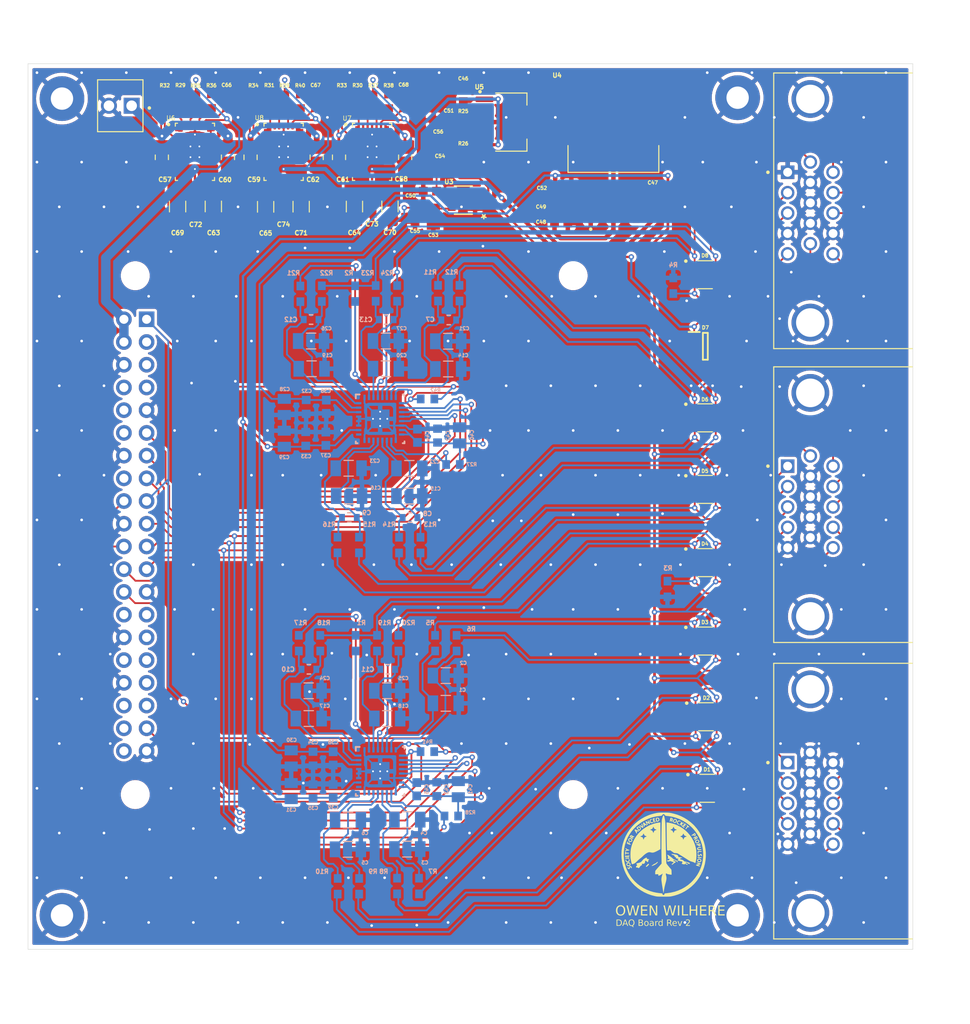
<source format=kicad_pcb>
(kicad_pcb (version 20240108) (generator "pcbnew") (generator_version "8.0")
  (title_block (title "Data Acquisition Board") (date "2025-11-14") (rev "2") (company "Society for Advanced Rocket Propulsion"))
  (layers (0 "F.Cu" signal) (31 "B.Cu" signal) (34 "B.Paste" user) (35 "F.Paste" user) (36 "B.SilkS" user "B.Silkscreen") (37 "F.SilkS" user "F.Silkscreen") (38 "B.Mask" user) (39 "F.Mask" user) (44 "Edge.Cuts" user))
  (net 0 "")
  (net 1 "Net-(U2-AIN1)")
  (net 2 "GND")
  (net 3 "Net-(U2-AIN0)")
  (net 4 "Net-(U2-GPIO3_AIN11)")
  (net 5 "Net-(U2-GPIO2_AIN10)")
  (net 6 "Net-(U2-GPIO1_AIN9)")
  (net 7 "Net-(U2-GPIO0_AIN8)")
  (net 8 "Net-(U1-AIN0)")
  (net 9 "Net-(U1-AIN1)")
  (net 10 "Net-(U1-GPIO2_AIN10)")
  (net 11 "Net-(U1-GPIO3_AIN11)")
  (net 12 "Net-(U1-GPIO0_AIN8)")
  (net 13 "Net-(U1-GPIO1_AIN9)")
  (net 14 "Net-(U2-REFP1_AIN6)")
  (net 15 "Net-(U2-REFN1_AIN7)")
  (net 16 "Net-(U2-AIN4)")
  (net 17 "Net-(U2-AIN2)")
  (net 18 "Net-(U1-REFN1_AIN7)")
  (net 19 "Net-(U1-REFP1_AIN6)")
  (net 20 "Net-(U1-AIN2)")
  (net 21 "Net-(U1-AIN4)")
  (net 22 "5V REF")
  (net 23 "+5Vs")
  (net 24 "+3.3V")
  (net 25 "+11V")
  (net 26 "+6V")
  (net 27 "10Vs")
  (net 28 "Net-(U6-VCC)")
  (net 29 "Net-(U8-VCC)")
  (net 30 "Net-(U7-VCC)")
  (net 31 "+5V")
  (net 32 "/LS2_SIG-")
  (net 33 "/LS2_SIG+")
  (net 34 "/LS1_SIG+")
  (net 35 "/LS1_SIG-")
  (net 36 "/LS3_SIG-")
  (net 37 "/RTD1_L1")
  (net 38 "/LS3_SIG+")
  (net 39 "/IDAC2_1")
  (net 40 "/RTD2_L1")
  (net 41 "/RTD2_L3")
  (net 42 "/IDAC2_2")
  (net 43 "/RTD1_L3")
  (net 44 "/PT1_SIG")
  (net 45 "/PT2_SIG")
  (net 46 "/PT4_SIG")
  (net 47 "/PT3_SIG")
  (net 48 "/PT5_SIG")
  (net 49 "/PT6_SIG")
  (net 50 "24V")
  (net 51 "/IDAC1_2")
  (net 52 "/IDAC1_1")
  (net 53 "/FB")
  (net 54 "/RESET_N1")
  (net 55 "/RESET_N2")
  (net 56 "Net-(U6-RT)")
  (net 57 "Net-(U7-RT)")
  (net 58 "Net-(U8-RT)")
  (net 59 "Net-(U6-EN{slash}SYNC)")
  (net 60 "Net-(U7-EN{slash}SYNC)")
  (net 61 "Net-(U8-EN{slash}SYNC)")
  (net 62 "Net-(U6-FB)")
  (net 63 "Net-(U7-FB)")
  (net 64 "Net-(U8-FB)")
  (net 65 "/CE2")
  (net 66 "/CE1")
  (net 67 "/SCLK")
  (net 68 "/START_SYNC2")
  (net 74 "/DRDY_N1")
  (net 79 "/MOSI")
  (net 81 "/DRDY_N2")
  (net 85 "/MISO")
  (net 89 "/START_SYNC1")
  (net 98 "Net-(U6-CBOOT)")
  (net 101 "Net-(U7-CBOOT)")
  (net 103 "Net-(U8-CBOOT)")
  (footprint "Inductor_SMD:L_1206_3216Metric_Pad1.42x1.75mm_HandSolder" (layer "F.Cu") (at 106.5875 55.9975 90)
    (property "Reference" "C65")
    (property "Value" "47uF")
  )
  (footprint "ICD15S13:AMPHENOL_ICD15S13E4GX00LF" (layer "F.Cu") (at 167.5375 89.29175 90)
    (property "Reference" "J2" (hide yes))
    (property "Value" "ICD15S13E4GX00LF")
  )
  (footprint "0603YC105JAT2A:CAPC1608X94N" (layer "F.Cu") (at 128.7 43.435 90)
    (property "Reference" "C46")
    (property "Value" "1uF")
  )
  (footprint "TPS73801:SOT127P706X180-6N" (layer "F.Cu") (at 134.075 46.525)
    (property "Reference" "U5")
    (property "Value" "TPS73801DCQR")
  )
  (footprint "CRCW060320K0FKEA:RESC1508X50N" (layer "F.Cu") (at 128.7 50.7 90)
    (property "Reference" "R26")
    (property "Value" "3.3k")
  )
  (footprint "ESDA6V1BC6:SOT95P280X145-6N" (layer "F.Cu") (at 155.8625 113)
    (property "Reference" "D2")
    (property "Value" "ESDA6V1BC6")
  )
  (footprint "Inductor_SMD:L_1206_3216Metric_Pad1.42x1.75mm_HandSolder" (layer "F.Cu") (at 100.7375 55.956 90)
    (property "Reference" "C63")
    (property "Value" "47uF")
  )
  (footprint "footprints:TSOT-23_S6_LIT" (layer "F.Cu") (at 128.7125 55.249999 180)
    (property "Reference" "U3")
    (property "Value" "LT6654BMPS6-5-TRMPBF")
  )
  (footprint "ESDA6V1BC6:SOT95P280X145-6N" (layer "F.Cu") (at 155.7625 79.58825)
    (property "Reference" "D6")
    (property "Value" "ESDA6V1BC6")
  )
  (footprint "CRCW060320K0FKEA:RESC1508X50N" (layer "F.Cu") (at 98.775 44.185 90)
    (property "Reference" "R35")
    (property "Value" "40.2k")
  )
  (footprint "MountingHole:MountingHole_2.5mm_Pad" (layer "F.Cu") (at 83.8 43.9)
    (property "Reference" "H2" (hide yes))
    (property "Value" "MountingHole_Pad")
  )
  (footprint "TPSM63602RDHDR:CONV_TPSM63602RDHR" (layer "F.Cu") (at 108.6 49.85)
    (property "Reference" "U8")
    (property "Value" "TPSM63603RDHR")
  )
  (footprint "0603YC105JAT2A:CAPC1608X94N" (layer "F.Cu") (at 139.662 56)
    (property "Reference" "C49")
    (property "Value" "1uF")
  )
  (footprint "VJ0603Y104JXXAC:CAPC1608X97N" (layer "F.Cu") (at 124.9685 54.249999 180)
    (property "Reference" "C50")
    (property "Value" "100nF")
  )
  (footprint "Inductor_SMD:L_1206_3216Metric_Pad1.42x1.75mm_HandSolder" (layer "F.Cu") (at 120.5 55.9565 90)
    (property "Reference" "C70")
    (property "Value" "22uF")
  )
  (footprint "Capacitor_SMD:C_0805_2012Metric_Pad1.18x1.45mm_HandSolder" (layer "F.Cu") (at 102.375 50.4625 90)
    (property "Reference" "C60")
    (property "Value" "4.7uF")
  )
  (footprint "MountingHole:MountingHole_2.5mm_Pad" (layer "F.Cu") (at 83.8 135.2)
    (property "Reference" "H4" (hide yes))
    (property "Value" "MountingHole_Pad")
  )
  (footprint "ESDA6V1BC6:SOT95P280X145-6N" (layer "F.Cu") (at 155.7625 63.58825)
    (property "Reference" "D8")
    (property "Value" "ESDA6V1BC6")
  )
  (footprint "LM1086IS-5.0:TO254P1524X483-4N" (layer "F.Cu") (at 145.5 49.5 90)
    (property "Reference" "U4")
    (property "Value" "LM1086IS-5.0_NOPB")
  )
  (footprint "TPSM63602RDHDR:CONV_TPSM63602RDHR" (layer "F.Cu") (at 118.5 49.85)
    (property "Reference" "U7")
    (property "Value" "TPSM63603RDHR")
  )
  (footprint "CRCW060320K0FKEA:RESC1508X50N" (layer "F.Cu") (at 110.475 44.205 -90)
    (property "Reference" "R40")
    (property "Value" "10k")
  )
  (footprint "VJ0603Y104JXXAC:CAPC1608X97N" (layer "F.Cu") (at 126.131 46.325 180)
    (property "Reference" "C51")
    (property "Value" "100nF")
  )
  (footprint "0603YC105JAT2A:CAPC1608X94N" (layer "F.Cu") (at 112.175 44.18 90)
    (property "Reference" "C67")
    (property "Value" "1uF")
  )
  (footprint "ESDA6V1BC6:SOT95P280X145-6N" (layer "F.Cu") (at 155.7625 104.54)
    (property "Reference" "D3")
    (property "Value" "ESDA6V1BC6")
  )
  (footprint "VJ0603Y104JXXAC:CAPC1608X97N" (layer "F.Cu") (at 118.5 55.975 -90)
    (property "Reference" "C73")
    (property "Value" "100nF")
  )
  (footprint "GRM21BC71E106KE11L:CAPC2012X145N" (layer "F.Cu") (at 125.35195 57.1 -90)
    (property "Reference" "C53")
    (property "Value" "10uF")
  )
  (footprint "CRCW060320K0FKEA:RESC1508X50N" (layer "F.Cu") (at 116.875 44.2 -90)
    (property "Reference" "R30")
    (property "Value" "8k")
  )
  (footprint "Capacitor_SMD:C_0805_2012Metric_Pad1.18x1.45mm_HandSolder" (layer "F.Cu") (at 122.2 50.4625 90)
    (property "Reference" "C58")
    (property "Value" "4.7uF")
  )
  (footprint "0603YC105JAT2A:CAPC1608X94N" (layer "F.Cu") (at 123.30195 56.875 -90)
    (property "Reference" "C55")
    (property "Value" "1uF")
  )
  (footprint "CRCW060320K0FKEA:RESC1508X50N" (layer "F.Cu") (at 108.725 44.205 90)
    (property "Reference" "R39")
    (property "Value" "50k")
  )
  (footprint "CRCW060320K0FKEA:RESC1508X50N" (layer "F.Cu") (at 97.05 44.195 -90)
    (property "Reference" "R29")
    (property "Value" "13k")
  )
  (footprint "SARPLOGO2:SARPLOGO2" (layer "F.Cu") (at 151.8 128.3)
    (property "Reference" "G***" (hide yes))
    (property "Value" "LOGO" (hide yes))
  )
  (footprint "ESDA6V1BC6:SOT95P280X145-6N" (layer "F.Cu") (at 155.7625 95.77325)
    (property "Reference" "D4")
    (property "Value" "ESDA6V1BC6")
  )
  (footprint "CRCW060320K0FKEA:RESC1508X50N" (layer "F.Cu") (at 100.525 44.185 -90)
    (property "Reference" "R36")
    (property "Value" "10k")
  )
  (footprint "Inductor_SMD:L_1206_3216Metric_Pad1.42x1.75mm_HandSolder" (layer "F.Cu") (at 110.5625 55.9815 90)
    (property "Reference" "C71")
    (property "Value" "47uF")
  )
  (footprint "VJ0603Y104JXXAC:CAPC1608X97N" (layer "F.Cu") (at 108.575 55.975 -90)
    (property "Reference" "C74")
    (property "Value" "100nF")
  )
  (footprint "Inductor_SMD:L_1206_3216Metric_Pad1.42x1.75mm_HandSolder" (layer "F.Cu") (at 116.525 55.969 90)
    (property "Reference" "C64")
    (property "Value" "22uF")
  )
  (footprint "GRM21BC71E106KE11L:CAPC2012X145N" (layer "F.Cu") (at 139.887 53.95)
    (property "Reference" "C52")
    (property "Value" "10uF")
  )
  (footprint "VJ0603Y104JXXAC:CAPC1608X97N" (layer "F.Cu") (at 139.656 57.8)
    (property "Reference" "C48")
    (property "Value" "100nF")
  )
  (footprint "CRCW060320K0FKEA:RESC1508X50N" (layer "F.Cu") (at 118.6 44.21 90)
    (property "Reference" "R37")
    (property "Value" "100k")
  )
  (footprint "CRCW060320K0FKEA:RESC1508X50N" (layer "F.Cu") (at 95.3 44.21 90)
    (property "Reference" "R32")
    (property "Value" "100k")
  )
  (footprint "ICD15S13:AMPHENOL_ICD15S13E4GX00LF" (layer "F.Cu") (at 167.5375 56.44175 90)
    (property "Reference" "J1" (hide yes))
    (property "Value" "ICD15S13E4GX00LF")
  )
  (footprint "GRM21BC71E106KE11L:CAPC2012X145N" (layer "F.Cu") (at 125.906 48.875 180)
    (property "Reference" "C56")
    (property "Value" "10uF")
  )
  (footprint "CRCW060320K0FKEA:RESC1508X50N" (layer "F.Cu") (at 128.7 47.035 90)
    (property "Reference" "R25")
    (property "Value" "24k")
  )
  (footprint "0603YC105JAT2A:CAPC1608X94N" (layer "F.Cu") (at 122.05 44.175 90)
    (property "Reference" "C68")
    (property "Value" "1uF")
  )
  (footprint "SMST12T1G:SOT95P275X110-6N" (layer "F.Cu") (at 155.7875 71.58825)
    (property "Reference" "D7")
    (property "Value" "SMS12T1G" (hide yes))
  )
  (footprint "TPSM63602RDHDR:CONV_TPSM63602RDHR" (layer "F.Cu") (at 98.675 49.85)
    (property "Reference" "U6")
    (property "Value" "TPSM63603RDHR")
  )
  (footprint "CRCW060320K0FKEA:RESC1508X50N" (layer "F.Cu") (at 105.25 44.215 90)
    (property "Reference" "R34")
    (property "Value" "100k")
  )
  (footprint "Inductor_SMD:L_1206_3216Metric_Pad1.42x1.75mm_HandSolder" (layer "F.Cu") (at 96.7375 55.9685 90)
    (property "Reference" "C69")
    (property "Value" "47uF")
  )
  (footprint "VJ0603Y104JXXAC:CAPC1608X97N" (layer "F.Cu") (at 98.75 55.975 -90)
    (property "Reference" "C72")
    (property "Value" "100nF")
  )
  (footprint "MountingHole:MountingHole_2.5mm_Pad" (layer "F.Cu") (at 159.4 43.8)
    (property "Reference" "H1" (hide yes))
    (property "Value" "MountingHole_Pad")
  )
  (footprint "CRCW060320K0FKEA:RESC1508X50N" (layer "F.Cu") (at 120.35 44.21 -90)
    (property "Reference" "R38")
    (property "Value" "10k")
  )
  (footprint "ESDA6V1BC6:SOT95P280X145-6N" (layer "F.Cu") (at 156 121)
    (property "Reference" "D1")
    (property "Value" "ESDA6V1BC6")
  )
  (footprint "CRCW060320K0FKEA:RESC1508X50N" (layer "F.Cu") (at 115.125 44.2 90)
    (property "Reference" "R33")
    (property "Value" "100k")
  )
  (footprint "ESDA6V1BC6:SOT95P280X145-6N" (layer "F.Cu") (at 155.7625 87.58825)
    (property "Reference" "D5")
    (property "Value" "ESDA6V1BC6")
  )
  (footprint "CRCW060320K0FKEA:RESC1508X50N" (layer "F.Cu") (at 107 44.205 -90)
    (property "Reference" "R31")
    (property "Value" "13k")
  )
  (footprint "ICD15S13:AMPHENOL_ICD15S13E4GX00LF" (layer "F.Cu") (at 167.5375 122.43175 90)
    (property "Reference" "J3" (hide yes))
    (property "Value" "ICD15S13E4GX00LF")
  )
  (footprint "0603YC105JAT2A:CAPC1608X94N" (layer "F.Cu") (at 149.9 55.125 90)
    (property "Reference" "C47")
    (property "Value" "1uF")
  )
  (footprint "Capacitor_SMD:C_0805_2012Metric_Pad1.18x1.45mm_HandSolder" (layer "F.Cu") (at 94.975 50.4625 90)
    (property "Reference" "C57")
    (property "Value" "4.7uF")
  )
  (footprint "MountingHole:MountingHole_2.5mm_Pad" (layer "F.Cu") (at 159.4 135.2)
    (property "Reference" "H3" (hide yes))
    (property "Value" "MountingHole_Pad")
  )
  (footprint "0603YC105JAT2A:CAPC1608X94N" (layer "F.Cu") (at 126.156 51.4 180)
    (property "Reference" "C54")
    (property "Value" "1uF")
  )
  (footprint "Capacitor_SMD:C_0805_2012Metric_Pad1.18x1.45mm_HandSolder" (layer "F.Cu") (at 112.3 50.4625 90)
    (property "Reference" "C62")
    (property "Value" "4.7uF")
  )
  (footprint "Capacitor_SMD:C_0805_2012Metric_Pad1.18x1.45mm_HandSolder" (layer "F.Cu") (at 114.8 50.4625 90)
    (property "Reference" "C61")
    (property "Value" "4.7uF")
  )
  (footprint "0603YC105JAT2A:CAPC1608X94N" (layer "F.Cu") (at 102.225 44.16 90)
    (property "Reference" "C66")
    (property "Value" "1uF")
  )
  (footprint "0022272021:MOLEX_0022272021" (layer "F.Cu") (at 90.325 44.7)
    (property "Reference" "P1" (hide yes))
    (property "Value" "0022272021")
  )
  (footprint "Capacitor_SMD:C_0805_2012Metric_Pad1.18x1.45mm_HandSolder" (layer "F.Cu") (at 104.9 50.4625 90)
    (property "Reference" "C59")
    (property "Value" "4.7uF")
  )
  (footprint "footprints10kR:RC0603N_YAG-M" (layer "B.Cu") (at 121.295002 131.9263 90)
    (property "Reference" "R8")
    (property "Value" "10k")
  )
  (footprint "GRM21BC71E106KE11L:CAPC2012X145N" (layer "B.Cu") (at 108.675 78.365685 90)
    (property "Reference" "C28")
    (property "Value" "10uF")
  )
  (footprint "GRM21BC71E106KE11L:CAPC2012X145N" (layer "B.Cu") (at 109.445002 117.662 90)
    (property "Reference" "C30")
    (property "Value" "10uF")
  )
  (footprint "GRM3195C2A163JA01D:CAPC3216X95N" (layer "B.Cu") (at 115.93 88.324999)
    (property "Reference" "C16")
    (property "Value" "16nF")
  )
  (footprint "GRM3195C2A163JA01D:CAPC3216X95N" (layer "B.Cu") (at 120.195002 110.1)
    (property "Reference" "C25")
    (property "Value" "16nF")
  )
  (footprint "0603YC105JAT2A:CAPC1608X94N" (layer "B.Cu") (at 111.125 78.365685 90)
    (property "Reference" "C32")
    (property "Value" "1uF")
  )
  (footprint "GRM3195C2A163JA01D:CAPC3216X95N" (layer "B.Cu") (at 111.410002 113.2)
    (property "Reference" "C17")
    (property "Value" "16nF")
  )
  (footprint "GRM3195C2A163JA01D:CAPC3216X95N" (layer "B.Cu") (at 122.440002 127.8)
    (property "Reference" "C3")
    (property "Value" "16nF")
  )
  (footprint "CRCW060320K0FKEA:RESC1508X50N" (layer "B.Cu") (at 124.685 116.9)
    (property "Reference" "R41")
    (property "Value" "20K")
  )
  (footprint "footprintsADC:RHB0032M" (layer "B.Cu") (at 119.400001 119.1 -90)
    (property "Reference" "U2" (hide yes))
    (property "Value" "ADS124S08IRHBT")
  )
  (footprint "footprints10kR:RC0603N_YAG-M" (layer "B.Cu") (at 128.275 65.651299 -90)
    (property "Reference" "R12")
    (property "Value" "10k")
  )
  (footprint "GRM3195C2A163JA01D:CAPC3216X95N" (layer "B.Cu") (at 115.800002 124.5237)
    (property "Reference" "C6")
    (property "Value" "16nF")
  )
  (footprint "GRM3195C2A163JA01D:CAPC3216X95N" (layer "B.Cu") (at 127.02 71.027599)
    (property "Reference" "C21")
    (property "Value" "16nF")
  )
  (footprint "VJ0603Y104JXXAC:CAPC1608X97N" (layer "B.Cu") (at 114.145002 121.312 90)
    (property "Reference" "C39")
    (property "Value" "100nF")
  )
  (footprint "footprints10kR:RC0603N_YAG-M" (layer "B.Cu") (at 116.650002 104.7763 90)
    (property "Reference" "R1")
    (property "Value" "5.6k")
  )
  (footprint "GRM3195C2A163JA01D:CAPC3216X95N" (layer "B.Cu") (at 126.745002 111.5)
    (property "Reference" "C1")
    (property "Value" "16nF")
  )
  (footprint "footprints10kR:RC0603N_YAG-M" (layer "B.Cu") (at 125.875 65.651299 -90)
    (property "Reference" "R11")
    (property "Value" "10k")
  )
  (footprint "footprintsCL10:CAP_CL10_SAM" (layer "B.Cu") (at 120.0722 68.599999)
    (property "Reference" "C13")
    (property "Value" "3.3nF")
  )
  (footprint "GRM3195C2A163JA01D:CAPC3216X95N" (layer "B.Cu") (at 111.675 71.001299)
    (property "Reference" "C26")
    (property "Value" "16nF")
  )
  (footprint "GRM3195C2A163JA01D:CAPC3216X95N" (layer "B.Cu") (at 111.400002 110.1)
    (property "Reference" "C24")
    (property "Value" "16nF")
  )
  (footprint "footprints10kR:RC0603N_YAG-M" (layer "B.Cu") (at 112.700002 104.7763 90)
    (property "Reference" "R18")
    (property "Value" "10k")
  )
  (footprint "footprintsADC:RHB0032M" (layer "B.Cu") (at 119.4 79.7 -90)
    (property "Reference" "U1" (hide yes))
    (property "Value" "ADS124S08IRHBT")
  )
  (footprint "footprints10kR:RC0603N_YAG-M" (layer "B.Cu") (at 125.550002 104.7763 -90)
    (property "Reference" "R5")
    (property "Value" "10k")
  )
  (footprint "VJ0603Y104JXXAC:CAPC1608X97N" (layer "B.Cu") (at 113.325 81.921685 90)
    (property "Reference" "C37")
    (property "Value" "100nF")
  )
  (footprint "footprints10kR:RC0603N_YAG-M" (layer "B.Cu") (at 123.750002 131.9263 90)
    (property "Reference" "R7")
    (property "Value" "10k")
  )
  (footprint "GRM3195C2A163JA01D:CAPC3216X95N" (layer "B.Cu") (at 122.67 88.337156)
    (property "Reference" "C15")
    (property "Value" "16nF")
  )
  (footprint "footprints10kR:RC0603N_YAG-M" (layer "B.Cu") (at 117.03 93.801299 90)
    (property "Reference" "R15")
    (property "Value" "10k")
  )
  (footprint "footprintsCL10:CAP_CL10_SAM" (layer "B.Cu") (at 127.075 68.651299)
    (property "Reference" "C7")
    (property "Value" "3.3nF")
  )
  (footprint "0603YC105JAT2A:CAPC1608X94N" (layer "B.Cu") (at 111.895002 117.687 90)
    (property "Reference" "C34")
    (property "Value" "1uF")
  )
  (footprint "footprintsCL10:CAP_CL10_SAM" (layer "B.Cu") (at 111.675 68.601299)
    (property "Reference" "C12")
    (property "Value" "3.3nF")
  )
  (footprint "footprints10kR:RC0603N_YAG-M" (layer "B.Cu") (at 118.9 65.676299 90)
    (property "Reference" "R23")
    (property "Value" "10k")
  )
  (footprint "footprintsCL10:CAP_CL10_SAM" (layer "B.Cu") (at 120.250002 107.7)
    (property "Reference" "C11")
    (property "Value" "3.3nF")
  )
  (footprint "CRCW060320K0FKEA:RESC1508X50N" (layer "B.Cu") (at 127.55 84.8 180)
    (property "Reference" "R27")
    (property "Value" "20K")
  )
  (footprint "0603YC105JAT2A:CAPC1608X94N" (layer "B.Cu") (at 125.825 81.571685 90)
    (property "Reference" "C42")
    (property "Value" "1uF")
  )
  (footprint "0603YC105JAT2A:CAPC1608X94N" (layer "B.Cu") (at 125.745002 121.1 90)
    (property "Reference" "C43")
    (property "Value" "1uF")
  )
  (footprint "footprints10kR:RC0603N_YAG-M" (layer "B.Cu") (at 123.915 93.813456 90)
    (property "Reference" "R13")
    (property "Value" "10k")
  )
  (footprint "GRM3195C2A163JA01D:CAPC3216X95N" (layer "B.Cu") (at 122.67 85.237156)
    (property "Reference" "C22")
    (property "Value" "16nF")
  )
  (footprint "GRM21BC71E106KE11L:CAPC2012X145N" (layer "B.Cu") (at 128.275 81.546685 90)
    (property "Reference" "C40")
    (property "Value" "10uF")
  )
  (footprint "footprints10kR:RC0603N_YAG-M" (layer "B.Cu") (at 152.2 64.8202 90)
    (property "Reference" "R4")
    (property "Value" "1.8K")
  )
  (footprint "GRM3195C2A163JA01D:CAPC3216X95N" (layer "B.Cu") (at 122.440002 124.5)
    (property "Reference" "C4")
    (property "Value" "16nF")
  )
  (footprint "0603YC105JAT2A:CAPC1608X94N" (layer "B.Cu") (at 111.075 81.940685 90)
    (property "Reference" "C33")
    (property "Value" "1uF")
  )
  (footprint "footprints10kR:RC0603N_YAG-M" (layer "B.Cu") (at 127.950002 104.7763 -90)
    (property "Reference" "R6")
    (property "Value" "10k")
  )
  (footprint "GRM3195C2A163JA01D:CAPC3216X95N" (layer "B.Cu") (at 111.73 74.101299)
    (property "Reference" "C19")
    (property "Value" "16nF")
  )
  (footprint "footprints10kR:RC0603N_YAG-M" (layer "B.Cu") (at 119.050002 104.7763 90)
    (property "Reference" "R19")
    (property "Value" "10k")
  )
  (footprint "GRM3195C2A163JA01D:CAPC3216X95N" (layer "B.Cu") (at 126.745002 108.4)
    (property "Reference" "C2")
    (property "Value" "16nF")
  )
  (footprint "raspberry pi 5:raspberrypi_2_3" (layer "B.Cu") (at 92 92.7 -90)
    (property "Reference" "RP1")
    (property "Value" "Raspberry_Pi_5")
  )
  (footprint "VJ0603Y104JXXAC:CAPC1608X97N" (layer "B.Cu") (at 113.375 78.346685 90)
    (property "Reference" "C36")
    (property "Value" "100nF")
  )
  (footprint "GRM3195C2A163JA01D:CAPC3216X95N" (layer "B.Cu") (at 127.02 74.127599)
    (property "Reference" "C14")
    (property "Value" "16nF")
  )
  (footprint "VJ0603Y104JXXAC:CAPC1608X97N" (layer "B.Cu") (at 114.145002 117.656 90)
    (property "Reference" "C38")
    (property "Value" "100nF")
  )
  (footprint "footprints10kR:RC0603N_YAG-M" (layer "B.Cu") (at 110.475 65.724999 90)
    (property "Reference" "R21")
    (property "Value" "10k")
  )
  (footprint "GRM21BC71E106KE11L:CAPC2012X145N" (layer "B.Cu") (at 108.675 81.921685 90)
    (property "Reference" "C29")
    (property "Value" "10uF")
  )
  (footprint "GRM3195C2A163JA01D:CAPC3216X95N" (layer "B.Cu") (at 115.795002 127.8237)
    (property "Reference" "C5")
    (property "Value" "16nF")
  )
  (footprint "footprints10kR:RC0603N_YAG-M" (layer "B.Cu") (at 116.6 65.699999 90)
    (property "Reference" "R2")
    (property "Value" "5.6k")
  )
  (footprint "CRCW060320K0FKEA:RESC1508X50N" (layer "B.Cu") (at 124.7 77.475)
    (property "Reference" "R42")
    (property "Value" "20K")
  )
  (footprint "footprints10kR:RC0603N_YAG-M" (layer "B.Cu") (at 121.3 65.676299 90)
    (property "Reference" "R24")
    (property "Value" "10k")
  )
  (footprint "GRM21BC71E106KE11L:CAPC2012X145N" (layer "B.Cu") (at 128.145002 121.1 90)
    (property "Reference" "C41")
    (property "Value" "10uF")
  )
  (footprint "footprintsCL10:CAP_CL10_SAM" (layer "B.Cu") (at 111.427802 107.7)
    (property "Reference" "C10")
    (property "Value" "3.3nF")
  )
  (footprint "GRM21BC71E106KE11L:CAPC2012X145N" (layer "B.Cu") (at 109.445002 121.312 90)
    (property "Reference" "C31")
    (property "Value" "10uF")
  )
  (footprint "footprints10kR:RC0603N_YAG-M" (layer "B.Cu") (at 121.450002 104.7763 90)
    (property "Reference" "R20")
    (property "Value" "10k")
  )
  (footprint "0603YC105JAT2A:CAPC1608X94N" (layer "B.Cu") (at 111.895002 121.337 90)
    (property "Reference" "C35")
    (property "Value" "1uF")
  )
  (footprint "GRM3195C2A163JA01D:CAPC3216X95N" (layer "B.Cu") (at 120.045 70.999999)
    (property "Reference" "C27")
    (property "Value" "16nF")
  )
  (footprint "footprintsCL10:CAP_CL10_SAM" (layer "B.Cu") (at 115.9578 90.724999 180)
    (property "Reference" "C9")
    (property "Value" "3.3nF")
  )
  (footprint "footprints10kR:RC0603N_YAG-M" (layer "B.Cu") (at 121.515 93.813456 90)
    (property "Reference" "R14")
    (property "Value" "10k")
  )
  (footprint "GRM3195C2A163JA01D:CAPC3216X95N" (layer "B.Cu") (at 120.195002 113.2)
    (property "Reference" "C18")
    (property "Value" "16nF")
  )
  (footprint "footprintsCL10:CAP_CL10_SAM" (layer "B.Cu") (at 122.7428 90.737156 180)
    (property "Reference" "C8")
    (property "Value" "3.3nF")
  )
  (footprint "VJ0603Y104JXXAC:CAPC1608X97N" (layer "B.Cu") (at 123.495002 121.106 90)
    (property "Reference" "C45")
    (property "Value" "100nF")
  )
  (footprint "footprints10kR:RC0603N_YAG-M" (layer "B.Cu") (at 114.650002 131.95 90)
    (property "Reference" "R10")
    (property "Value" "10k")
  )
  (footprint "footprints10kR:RC0603N_YAG-M" (layer "B.Cu") (at 151.55 98.7202 -90)
    (property "Reference" "R3")
    (property "Value" "1.8k")
  )
  (footprint "GRM3195C2A163JA01D:CAPC3216X95N" (layer "B.Cu") (at 115.875 85.224999)
    (property "Reference" "C23")
    (property "Value" "16nF")
  )
  (footprint "CRCW060320K0FKEA:RESC1508X50N" (layer "B.Cu") (at 127.365 124.1 180)
    (property "Reference" "R28")
    (property "Value" "20K")
  )
  (footprint "footprints10kR:RC0603N_YAG-M" (layer "B.Cu") (at 114.63 93.801299 90)
    (property "Reference" "R16")
    (property "Value" "10k")
  )
  (footprint "VJ0603Y104JXXAC:CAPC1608X97N" (layer "B.Cu") (at 123.575 81.590685 90)
    (property "Reference" "C44")
    (property "Value" "100nF")
  )
  (footprint "footprints10kR:RC0603N_YAG-M" (layer "B.Cu") (at 110.300002 104.7763 90)
    (property "Reference" "R17")
    (property "Value" "10k")
  )
  (footprint "footprints10kR:RC0603N_YAG-M" (layer "B.Cu") (at 117.050002 131.95 90)
    (property "Reference" "R9")
    (property "Value" "10k")
  )
  (footprint "footprints10kR:RC0603N_YAG-M" (layer "B.Cu") (at 112.875 65.701299 90)
    (property "Reference" "R22")
    (property "Value" "10k")
  )
  (footprint "GRM3195C2A163JA01D:CAPC3216X95N" (layer "B.Cu") (at 120.045 74.099999)
    (property "Reference" "C20")
    (property "Value" "16nF")
  )
  (gr_line (start 80 139) (end 179 139) (stroke (width 0.05)) (layer "Edge.Cuts"))
  (gr_line (start 179 40) (end 179 139) (stroke (width 0.05)) (layer "Edge.Cuts"))
  (gr_line (start 80 40) (end 80 139) (stroke (width 0.05)) (layer "Edge.Cuts"))
  (gr_line (start 80 40) (end 179 40) (stroke (width 0.05)) (layer "Edge.Cuts"))
  (gr_text "DAQ Board Rev 2" (at 145.75 136.5 0) (layer "F.SilkS") (effects (font (size 0.7 0.7) (thickness 0.1)) (justify left bottom)))
  (gr_text "OWEN WILHERE" (at 145.7 135.4 0) (layer "F.SilkS") (effects (font (size 1.1 1.1) (thickness 0.1)) (justify left bottom)))
  (segment (start 124.150002 110) (end 125.300002 111.15) (width 0.2) (layer "B.Cu") (net 1))
  (segment (start 125.300002 113.4526) (end 123.702602 115.05) (width 0.2) (layer "B.Cu") (net 1))
  (segment (start 120.615689 115.05) (end 120.150002 115.515687) (width 0.2) (layer "B.Cu") (net 1))
  (segment (start 120.150002 115.515687) (end 120.150002 116.7) (width 0.2) (layer "B.Cu") (net 1))
  (segment (start 125.300002 111.5) (end 125.300002 113.4526) (width 0.2) (layer "B.Cu") (net 1))
  (segment (start 125.300002 111.15) (end 125.300002 111.5) (width 0.2) (layer "B.Cu") (net 1))
  (segment (start 123.702602 115.05) (end 120.615689 115.05) (width 0.2) (layer "B.Cu") (net 1))
  (segment (start 125.550002 105.6526) (end 124.150002 107.0526) (width 0.2) (layer "B.Cu") (net 1))
  (segment (start 124.150002 107.0526) (end 124.150002 110) (width 0.2) (layer "B.Cu") (net 1))
  (segment (start 154.5875 79.58825) (end 156.9375 79.58825) (width 0.4) (layer "F.Cu") (net 2))
  (segment (start 154.6875 113) (end 157.0375 113) (width 0.4) (layer "F.Cu") (net 2))
  (segment (start 154.825 121) (end 157.175 121) (width 0.4) (layer "F.Cu") (net 2))
  (segment (start 108.6 47) (end 108.6 47.925) (width 0.2) (layer "F.Cu") (net 2))
  (segment (start 98.675 47) (end 98.675 47.925) (width 0.2) (layer "F.Cu") (net 2))
  (segment (start 154.5875 104.54) (end 156.9375 104.54) (width 0.4) (layer "F.Cu") (net 2))
  (segment (start 118.5 47) (end 118.5 47.925) (width 0.2) (layer "F.Cu") (net 2))
  (segment (start 154.6125 71.58825) (end 156.9625 71.58825) (width 0.4) (layer "F.Cu") (net 2))
  (segment (start 154.5875 95.77325) (end 156.9375 95.77325) (width 0.4) (layer "F.Cu") (net 2))
  (segment (start 154.5875 87.58825) (end 156.9375 87.58825) (width 0.4) (layer "F.Cu") (net 2))
  (segment (start 154.5875 63.58825) (end 156.9375 63.58825) (width 0.4) (layer "F.Cu") (net 2))
  (via (at 165.4 63.3) (size 0.5) (drill 0.3) (layers "F.Cu" "B.Cu") (net 2))
  (via (at 173.5 96) (size 0.5) (drill 0.3) (layers "F.Cu" "B.Cu") (net 2))
  (via (at 136 71) (size 0.5) (drill 0.3) (layers "F.Cu" "B.Cu") (net 2))
  (via (at 164.2 116) (size 0.5) (drill 0.3) (layers "F.Cu" "B.Cu") (net 2))
  (via (at 111.5 110.2) (size 0.5) (drill 0.3) (layers "F.Cu" "B.Cu") (net 2))
  (via (at 133.5 106) (size 0.5) (drill 0.3) (layers "F.Cu" "B.Cu") (net 2))
  (via (at 96 61) (size 0.5) (drill 0.3) (layers "F.Cu" "B.Cu") (net 2))
  (via (at 131 100.8) (size 0.5) (drill 0.3) (layers "F.Cu" "B.Cu") (net 2))
  (via (at 160 81) (size 0.5) (drill 0.3) (layers "F.Cu" "B.Cu") (net 2))
  (via (at 130.9 60.4) (size 0.5) (drill 0.3) (layers "F.Cu" "B.Cu") (net 2))
  (via (at 138.5 76) (size 0.5) (drill 0.3) (layers "F.Cu" "B.Cu") (net 2))
  (via (at 112.8 86) (size 0.5) (drill 0.3) (layers "F.Cu" "B.Cu") (net 2))
  (via (at 111 101) (size 0.5) (drill 0.3) (layers "F.Cu" "B.Cu") (net 2))
  (via (at 133.5 66) (size 0.5) (drill 0.3) (layers "F.Cu" "B.Cu") (net 2))
  (via (at 116 60.6) (size 0.5) (drill 0.3) (layers "F.Cu" "B.Cu") (net 2))
  (via (at 133.5 76) (size 0.5) (drill 0.3) (layers "F.Cu" "B.Cu") (net 2))
  (via (at 81 131) (size 0.5) (drill 0.3) (layers "F.Cu" "B.Cu") (net 2))
  (via (at 113 116.1) (size 0.5) (drill 0.3) (layers "F.Cu" "B.Cu") (net 2))
  (via (at 81 41) (size 0.5) (drill 0.3) (layers "F.Cu" "B.Cu") (net 2))
  (via (at 137.4 86) (size 0.5) (drill 0.3) (layers "F.Cu" "B.Cu") (net 2))
  (via (at 86 41) (size 0.5) (drill 0.3) (layers "F.Cu" "B.Cu") (net 2))
  (via (at 163.1 86) (size 0.5) (drill 0.3) (layers "F.Cu" "B.Cu") (net 2))
  (via (at 160.1 121.1) (size 0.5) (drill 0.3) (layers "F.Cu" "B.Cu") (net 2))
  (via (at 98.5 116) (size 0.5) (drill 0.3) (layers "F.Cu" "B.Cu") (net 2))
  (via (at 115.1 81) (size 0.5) (drill 0.3) (layers "F.Cu" "B.Cu") (net 2))
  (via (at 173.5 46) (size 0.5) (drill 0.3) (layers "F.Cu" "B.Cu") (net 2))
  (via (at 118.9 86) (size 0.5) (drill 0.3) (layers "F.Cu" "B.Cu") (net 2))
  (via (at 114.6 66) (size 0.5) (drill 0.3) (layers "F.Cu" "B.Cu") (net 2))
  (via (at 158.2 86) (size 0.5) (drill 0.3) (layers "F.Cu" "B.Cu") (net 2))
  (via (at 98.5 125.5) (size 0.5) (drill 0.3) (layers "F.Cu" "B.Cu") (net 2))
  (via (at 165.6 71) (size 0.5) (drill 0.3) (layers "F.Cu" "B.Cu") (net 2))
  (via (at 176 81) (size 0.5) (drill 0.3) (layers "F.Cu" "B.Cu") (net 2))
  (via (at 168.5 66) (size 0.5) (drill 0.3) (layers "F.Cu" "B.Cu") (net 2))
  (via (at 141 101) (size 0.5) (drill 0.3) (layers "F.Cu" "B.Cu") (net 2))
  (via (at 93.6 125.6) (size 0.5) (drill 0.3) (layers "F.Cu" "B.Cu") (net 2))
  (via (at 146 131) (size 0.5) (drill 0.3) (layers "F.Cu" "B.Cu") (net 2))
  (via (at 163.5 136) (size 0.5) (drill 0.3) (layers "F.Cu" "B.Cu") (net 2))
  (via (at 115.5 111) (size 0.5) (drill 0.3) (layers "F.Cu" "B.Cu") (net 2))
  (via (at 86 51) (size 0.5) (drill 0.3) (layers "F.Cu" "B.Cu") (net 2))
  (via (at 113 96) (size 0.5) (drill 0.3) (layers "F.Cu" "B.Cu") (net 2))
  (via (at 156.6 76) (size 0.5) (drill 0.3) (layers "F.Cu" "B.Cu") (net 2))
  (via (at 141 90.4) (size 0.5) (drill 0.3) (layers "F.Cu" "B.Cu") (net 2))
  (via (at 164.1 76.1) (size 0.5) (drill 0.3) (layers "F.Cu" "B.Cu") (net 2))
  (via (at 126 41) (size 0.5) (drill 0.3) (layers "F.Cu" "B.Cu") (net 2))
  (via (at 89.3 96) (size 0.5) (drill 0.3) (layers "F.Cu" "B.Cu") (net 2))
  (via (at 146 101) (size 0.5) (drill 0.3) (layers "F.Cu" "B.Cu") (net 2))
  (via (at 142.8 116.5) (size 0.5) (drill 0.3) (layers "F.Cu" "B.Cu") (net 2))
  (via (at 133.5 136) (size 0.5) (drill 0.3) (layers "F.Cu" "B.Cu") (net 2))
  (via (at 105 111) (size 0.5) (drill 0.3) (layers "F.Cu" "B.Cu") (net 2))
  (via (at 131 71) (size 0.5) (drill 0.3) (layers "F.Cu" "B.Cu") (net 2))
  (via (at 126.8 131) (size 0.5) (drill 0.3) (layers "F.Cu" "B.Cu") (net 2))
  (via (at 86 81) (size 0.5) (drill 0.3) (layers "F.Cu" "B.Cu") (net 2))
  (via (at 138.5 136) (size 0.5) (drill 0.3) (layers "F.Cu" "B.Cu") (net 2))
  (via (at 132.9 96) (size 0.5) (drill 0.3) (layers "F.Cu" "B.Cu") (net 2))
  (via (at 122.7 71) (size 0.5) (drill 0.3) (layers "F.Cu" "B.Cu") (net 2))
  (via (at 91.2 61) (size 0.5) (drill 0.3) (layers "F.Cu" "B.Cu") (net 2))
  (via (at 88.5 136) (size 0.5) (drill 0.3) (layers "F.Cu" "B.Cu") (net 2))
  (via (at 101 81) (size 0.5) (drill 0.3) (layers "F.Cu" "B.Cu") (net 2))
  (via (at 96 41) (size 0.5) (drill 0.3) (layers "F.Cu" "B.Cu") (net 2))
  (via (at 105 106) (size 0.5) (drill 0.3) (layers "F.Cu" "B.Cu") (net 2))
  (via (at 129.4 126) (size 0.5) (drill 0.3) (layers "F.Cu" "B.Cu") (net 2))
  (via (at 151 90.3) (size 0.5) (drill 0.3) (layers "F.Cu" "B.Cu") (net 2))
  (via (at 144.7 126) (size 0.5) (drill 0.3) (layers "F.Cu" "B.Cu") (net 2))
  (via (at 88.5 56) (size 0.5) (drill 0.3) (layers "F.Cu" "B.Cu") (net 2))
  (via (at 143.5 106) (size 0.5) (drill 0.3) (layers "F.Cu" "B.Cu") (net 2))
  (via (at 148.5 96) (size 0.5) (drill 0.3) (layers "F.Cu" "B.Cu") (net 2))
  (via (at 158.5 116) (size 0.5) (drill 0.3) (layers "F.Cu" "B.Cu") (net 2))
  (via (at 101 61) (size 0.5) (drill 0.3) (layers "F.Cu" "B.Cu") (net 2))
  (via (at 131 131) (size 0.5) (drill 0.3) (layers "F.Cu" "B.Cu") (net 2))
  (via (at 136 81) (size 0.5) (drill 0.3) (layers "F.Cu" "B.Cu") (net 2))
  (via (at 176 61) (size 0.5) (drill 0.3) (layers "F.Cu" "B.Cu") (net 2))
  (via (at 171 51) (size 0.5) (drill 0.3) (layers "F.Cu" "B.Cu") (net 2))
  (via (at 129.3 106.1) (size 0.5) (drill 0.3) (layers "F.Cu" "B.Cu") (net 2))
  (via (at 96 121) (size 0.5) (drill 0.3) (layers "F.Cu" "B.Cu") (net 2))
  (via (at 141 111) (size 0.5) (drill 0.3) (layers "F.Cu" "B.Cu") (net 2))
  (via (at 151 51) (size 0.5) (drill 0.3) (layers "F.Cu" "B.Cu") (net 2))
  (via (at 83.5 96) (size 0.5) (drill 0.3) (layers "F.Cu" "B.Cu") (net 2))
  (via (at 143.5 76) (size 0.5) (drill 0.3) (layers "F.Cu" "B.Cu") (net 2))
  (via (at 138.5 96) (size 0.5) (drill 0.3) (layers "F.Cu" "B.Cu") (net 2))
  (via (at 173.5 76) (size 0.5) (drill 0.3) (layers "F.Cu" "B.Cu") (net 2))
  (via (at 98.5 106) (size 0.5) (drill 0.3) (layers "F.Cu" "B.Cu") (net 2))
  (via (at 123.5 106) (size 0.5) (drill 0.3) (layers "F.Cu" "B.Cu") (net 2))
  (via (at 163.9 126.1) (size 0.5) (drill 0.3) (layers "F.Cu" "B.Cu") (net 2))
  (via (at 121 41) (size 0.5) (drill 0.3) (layers "F.Cu" "B.Cu") (net 2))
  (via (at 148.5 86) (size 0.5) (drill 0.3) (layers "F.Cu" "B.Cu") (net 2))
  (via (at 168.5 116) (size 0.5) (drill 0.3) (layers "F.Cu" "B.Cu") (net 2))
  (via (at 176 111) (size 0.5) (drill 0.3) (layers "F.Cu" "B.Cu") (net 2))
  (via (at 86 111) (size 0.5) (drill 0.3) (layers "F.Cu" "B.Cu") (net 2))
  (via (at 125.9 100.8) (size 0.5) (drill 0.3) (layers "F.Cu" "B.Cu") (net 2))
  (via (at 155.810516 91.531579) (size 0.5) (drill 0.3) (layers "F.Cu" "B.Cu") (net 2))
  (via (at 146 111) (size 0.5) (drill 0.3) (layers "F.Cu" "B.Cu") (net 2))
  (via (at 176 101) (size 0.5) (drill 0.3) (layers "F.Cu" "B.Cu") (net 2))
  (via (at 173.5 126) (size 0.5) (drill 0.3) (layers "F.Cu" "B.Cu") (net 2))
  (via (at 154.2 76) (size 0.5) (drill 0.3) (layers "F.Cu" "B.Cu") (net 2))
  (via (at 158.5 96) (size 0.5) (drill 0.3) (layers "F.Cu" "B.Cu") (net 2))
  (via (at 116 41) (size 0.5) (drill 0.3) (layers "F.Cu" "B.Cu") (net 2))
  (via (at 165.95 131.55) (size 0.5) (drill 0.3) (layers "F.Cu" "B.Cu") (net 2))
  (via (at 86 131) (size 0.5) (drill 0.3) (layers "F.Cu" "B.Cu") (net 2))
  (via (at 101 41) (size 0.5) (drill 0.3) (layers "F.Cu" "B.Cu") (net 2))
  (via (at 151.2 61) (size 0.5) (drill 0.3) (layers "F.Cu" "B.Cu") (net 2))
  (via (at 139 46) (size 0.5) (drill 0.3) (layers "F.Cu" "B.Cu") (net 2))
  (via (at 91 51) (size 0.5) (drill 0.3) (layers "F.Cu" "B.Cu") (net 2))
  (via (at 176 51) (size 0.5) (drill 0.3) (layers "F.Cu" "B.Cu") (net 2))
  (via (at 168.5 106) (size 0.5) (drill 0.3) (layers "F.Cu" "B.Cu") (net 2))
  (via (at 176 131) (size 0.5) (drill 0.3) (layers "F.Cu" "B.Cu") (net 2))
  (via (at 176 41) (size 0.5) (drill 0.3) (layers "F.Cu" "B.Cu") (net 2))
  (via (at 114 105.9) (size 0.5) (drill 0.3) (layers "F.Cu" "B.Cu") (net 2))
  (via (at 105 101) (size 0.5) (drill 0.3) (layers "F.Cu" "B.Cu") (net 2))
  (via (at 131.9 126) (size 0.5) (drill 0.3) (layers "F.Cu" "B.Cu") (net 2))
  (via (at 156 131) (size 0.5) (drill 0.3) (layers "F.Cu" "B.Cu") (net 2))
  (via (at 169.2 96.1) (size 0.5) (drill 0.3) (layers "F.Cu" "B.Cu") (net 2))
  (via (at 100.8 121) (size 0.5) (drill 0.3) (layers "F.Cu" "B.Cu") (net 2))
  (via (at 173.5 136) (size 0.5) (drill 0.3) (layers "F.Cu" "B.Cu") (net 2))
  (via (at 172 81) (size 0.5) (drill 0.3) (layers "F.Cu" "B.Cu") (net 2))
  (via (at 98.5 96) (size 0.5) (drill 0.3) (layers "F.Cu" "B.Cu") (net 2))
  (via (at 108.5 136) (size 0.5) (drill 0.3) (layers "F.Cu" "B.Cu") (net 2))
  (via (at 106 131) (size 0.5) (drill 0.3) (layers "F.Cu" "B.Cu") (net 2))
  (via (at 96 111) (size 0.5) (drill 0.3) (layers "F.Cu" "B.Cu") (net 2))
  (via (at 155.5 51) (size 0.5) (drill 0.3) (layers "F.Cu" "B.Cu") (net 2))
  (via (at 136.4 101) (size 0.5) (drill 0.3) (layers "F.Cu" "B.Cu") (net 2))
  (via (at 131 111) (size 0.5) (drill 0.3) (layers "F.Cu" "B.Cu") (net 2))
  (via (at 106 41) (size 0.5) (drill 0.3) (layers "F.Cu" "B.Cu") (net 2))
  (via (at 89.2 106) (size 0.5) (drill 0.3) (layers "F.Cu" "B.Cu") (net 2))
  (via (at 81 111) (size 0.5) (drill 0.3) (layers "F.Cu" "B.Cu") (net 2))
  (via (at 118.7 96) (size 0.5) (drill 0.3) (layers "F.Cu" "B.Cu") (net 2))
  (via (at 173.5 56) (size 0.5) (drill 0.3) (layers "F.Cu" "B.Cu") (net 2))
  (via (at 131 51) (size 0.5) (drill 0.3) (layers "F.Cu" "B.Cu") (net 2))
  (via (at 91 41) (size 0.5) (drill 0.3) (layers "F.Cu" "B.Cu") (net 2))
  (via (at 121 111.6) (size 0.5) (drill 0.3) (layers "F.Cu" "B.Cu") (net 2))
  (via (at 161.4 61) (size 0.5) (drill 0.3) (layers "F.Cu" "B.Cu") (net 2))
  (via (at 153.5 136) (size 0.5) (drill 0.3) (layers "F.Cu" "B.Cu") (net 2))
  (via (at 153.5 56) (size 0.5) (drill 0.3) (layers "F.Cu" "B.Cu") (net 2))
  (via (at 153.5 116) (size 0.5) (drill 0.3) (layers "F.Cu" "B.Cu") (net 2))
  (via (at 113.5 136) (size 0.5) (drill 0.3) (layers "F.Cu" "B.Cu") (net 2))
  (via (at 131.6 121) (size 0.5) (drill 0.3) (layers "F.Cu" "B.Cu") (net 2))
  (via (at 148.5 106) (size 0.5) (drill 0.3) (layers "F.Cu" "B.Cu") (net 2))
  (via (at 103.5 46) (size 0.5) (drill 0.3) (layers "F.Cu" "B.Cu") (net 2))
  (via (at 113.5 56) (size 0.5) (drill 0.3) (layers "F.Cu" "B.Cu") (net 2))
  (via (at 93.5 66) (size 0.5) (drill 0.3) (layers "F.Cu" "B.Cu") (net 2))
  (via (at 161.5 51) (size 0.5) (drill 0.3) (layers "F.Cu" "B.Cu") (net 2))
  (via (at 100.7 101) (size 0.5) (drill 0.3) (layers "F.Cu" "B.Cu") (net 2))
  (via (at 141 51) (size 0.5) (drill 0.3) (layers "F.Cu" "B.Cu") (net 2))
  (via (at 111 131) (size 0.5) (drill 0.3) (layers "F.Cu" "B.Cu") (net 2))
  (via (at 104.8 116.1) (size 0.5) (drill 0.3) (layers "F.Cu" "B.Cu") (net 2))
  (via (at 128.5 56) (size 0.5) (drill 0.3) (layers "F.Cu" "B.Cu") (net 2))
  (via (at 101 71) (size 0.5) (drill 0.3) (layers "F.Cu" "B.Cu") (net 2))
  (via (at 106.8 81) (size 0.5) (drill 0.3) (layers "F.Cu" "B.Cu") (net 2))
  (via (at 108.5 96) (size 0.5) (drill 0.3) (layers "F.Cu" "B.Cu") (net 2))
  (via (at 126 61) (size 0.5) (drill 0.3) (layers "F.Cu" "B.Cu") (net 2))
  (via (at 102 125.5) (size 0.5) (drill 0.3) (layers "F.Cu" "B.Cu") (net 2))
  (via (at 105 86) (size 0.5) (drill 0.3) (layers "F.Cu" "B.Cu") (net 2))
  (via (at 166 41) (size 0.5) (drill 0.3) (layers "F.Cu" "B.Cu") (net 2))
  (via (at 117.9 106.1) (size 0.5) (drill 0.3) (layers "F.Cu" "B.Cu") (net 2))
  (via (at 148.3 66) (size 0.5) (drill 0.3) (layers "F.Cu" "B.Cu") (net 2))
  (via (at 176 71) (size 0.5) (drill 0.3) (layers "F.Cu" "B.Cu") (net 2))
  (via (at 132 91.1) (size 0.5) (drill 0.3) (layers "F.Cu" "B.Cu") (net 2))
  (via (at 151 81) (size 0.5) (drill 0.3) (layers "F.Cu" "B.Cu") (net 2))
  (via (at 133.5 46) (size 0.5) (drill 0.3) (layers "F.Cu" "B.Cu") (net 2))
  (via (at 138.6 66) (size 0.5) (drill 0.3) (layers "F.Cu" "B.Cu") (net 2))
  (via (at 101 111) (size 0.5) (drill 0.3) (layers "F.Cu" "B.Cu") (net 2))
  (via (at 171 101) (size 0.5) (drill 0.3) (layers "F.Cu" "B.Cu") (net 2))
  (via (at 136 111) (size 0.5) (drill 0.3) (layers "F.Cu" "B.Cu") (net 2))
  (via (at 83.5 76) (size 0.5) (drill 0.3) (layers "F.Cu" "B.Cu") (net 2))
  (via (at 153 96) (size 0.5) (drill 0.3) (layers "F.Cu" "B.Cu") (net 2))
  (via (at 160.4 71) (size 0.5) (drill 0.3) (layers "F.Cu" "B.Cu") (net 2))
  (via (at 81 81) (size 0.5) (drill 0.3) (layers "F.Cu" "B.Cu") (net 2))
  (via (at 136 61) (size 0.5) (drill 0.3) (layers "F.Cu" "B.Cu") (net 2))
  (via (at 83.5 66) (size 0.5) (drill 0.3) (layers "F.Cu" "B.Cu") (net 2))
  (via (at 153.5 46) (size 0.5) (drill 0.3) (layers "F.Cu" "B.Cu") (net 2))
  (via (at 148.5 76) (size 0.5) (drill 0.3) (layers "F.Cu" "B.Cu") (net 2))
  (via (at 83.5 86) (size 0.5) (drill 0.3) (layers "F.Cu" "B.Cu") (net 2))
  (via (at 138.5 106) (size 0.5) (drill 0.3) (layers "F.Cu" "B.Cu") (net 2))
  (via (at 98.3 75.7) (size 0.5) (drill 0.3) (layers "F.Cu" "B.Cu") (net 2))
  (via (at 173.5 86) (size 0.5) (drill 0.3) (layers "F.Cu" "B.Cu") (net 2))
  (via (at 143.5 66) (size 0.5) (drill 0.3) (layers "F.Cu" "B.Cu") (net 2))
  (via (at 96.7 71) (size 0.5) (drill 0.3) (layers "F.Cu" "B.Cu") (net 2))
  (via (at 136 51) (size 0.5) (drill 0.3) (layers "F.Cu" "B.Cu") (net 2))
  (via (at 88.5 76) (size 0.5) (drill 0.3) (layers "F.Cu" "B.Cu") (net 2))
  (via (at 127.4 96) (size 0.5) (drill 0.3) (layers "F.Cu" "B.Cu") (net 2))
  (via (at 92.3 56) (size 0.5) (drill 0.3) (layers "F.Cu" "B.Cu") (net 2))
  (via (at 173.5 66) (size 0.5) (drill 0.3) (layers "F.Cu" "B.Cu") (net 2))
  (via (at 111 60.6) (size 0.5) (drill 0.3) (layers "F.Cu" "B.Cu") (net 2))
  (via (at 119.9 131) (size 0.5) (drill 0.3) (layers "F.Cu" "B.Cu") (net 2))
  (via (at 159.45 106) (size 0.5) (drill 0.3) (layers "F.Cu" "B.Cu") (net 2))
  (via (at 136 41) (size 0.5) (drill 0.3) (layers "F.Cu" "B.Cu") (net 2))
  (via (at 105.7 61) (size 0.5) (drill 0.3) (layers "F.Cu" "B.Cu") (net 2))
  (via (at 127 136) (size 0.5) (drill 0.3) (layers "F.Cu" "B.Cu") (net 2))
  (via (at 108.5 106) (size 0.5) (drill 0.3) (layers "F.Cu" "B.Cu") (net 2))
  (via (at 171 111) (size 0.5) (drill 0.3) (layers "F.Cu" "B.Cu") (net 2))
  (via (at 141 81) (size 0.5) (drill 0.3) (layers "F.Cu" "B.Cu") (net 2))
  (via (at 138.5 116) (size 0.5) (drill 0.3) (layers "F.Cu" "B.Cu") (net 2))
  (via (at 98.5 136) (size 0.5) (drill 0.3) (layers "F.Cu" "B.Cu") (net 2))
  (via (at 146 121) (size 0.5) (drill 0.3) (layers "F.Cu" "B.Cu") (net 2))
  (via (at 146 90.4) (size 0.5) (drill 0.3) (layers "F.Cu" "B.Cu") (net 2))
  (via (at 113.5 46) (size 0.5) (drill 0.3) (layers "F.Cu" "B.Cu") (net 2))
  (via (at 164.3 96) (size 0.5) (drill 0.3) (layers "F.Cu" "B.Cu") (net 2))
  (via (at 103.5 136) (size 0.5) (drill 0.3) (layers "F.Cu" "B.Cu") (net 2))
  (via (at 81 51) (size 0.5) (drill 0.3) (layers "F.Cu" "B.Cu") (net 2))
  (via (at 176 91) (size 0.5) (drill 0.3) (layers "F.Cu" "B.Cu") (net 2))
  (via (at 93.5 136) (size 0.5) (drill 0.3) (layers "F.Cu" "B.Cu") (net 2))
  (via (at 158.5 126) (size 0.5) (drill 0.3) (layers "F.Cu" "B.Cu") (net 2))
  (via (at 81 121) (size 0.5) (drill 0.3) (layers "F.Cu" "B.Cu") (net 2))
  (via (at 161 41) (size 0.5) (drill 0.3) (layers "F.Cu" "B.Cu") (net 2))
  (via (at 135.2 91.1) (size 0.5) (drill 0.3) (layers "F.Cu" "B.Cu") (net 2))
  (via (at 151.8 71) (size 0.5) (drill 0.3) (layers "F.Cu" "B.Cu") (net 2))
  (via (at 139.7 131) (size 0.5) (drill 0.3) (layers "F.Cu" "B.Cu") (net 2))
  (via (at 81 61) (size 0.5) (drill 0.3) (layers "F.Cu" "B.Cu") (net 2))
  (via (at 158.5 66) (size 0.5) (drill 0.3) (layers "F.Cu" "B.Cu") (net 2))
  (via (at 81 91) (size 0.5) (drill 0.3) (layers "F.Cu" "B.Cu") (net 2))
  (via (at 161.5 110.9) (size 0.5) (drill 0.3) (layers "F.Cu" "B.Cu") (net 2))
  (via (at 156 121) (size 0.5) (drill 0.3) (layers "F.Cu" "B.Cu") (net 2))
  (via (at 153.7 66.5) (size 0.5) (drill 0.3) (layers "F.Cu" "B.Cu") (net 2))
  (via (at 111.7 71) (size 0.5) (drill 0.3) (layers "F.Cu" "B.Cu") (net 2))
  (via (at 91 131) (size 0.5) (drill 0.3) (layers "F.Cu" "B.Cu") (net 2))
  (via (at 86 101) (size 0.5) (drill 0.3) (layers "F.Cu" "B.Cu") (net 2))
  (via (at 158.7 56) (size 0.5) (drill 0.3) (layers "F.Cu" "B.Cu") (net 2))
  (via (at 103.5 56) (size 0.5) (drill 0.3) (layers "F.Cu" "B.Cu") (net 2))
  (via (at 118.45 136.35) (size 0.5) (drill 0.3) (layers "F.Cu" "B.Cu") (net 2))
  (via (at 83.5 116) (size 0.5) (drill 0.3) (layers "F.Cu" "B.Cu") (net 2))
  (via (at 131.7 81) (size 0.5) (drill 0.3) (layers "F.Cu" "B.Cu") (net 2))
  (via (at 108.5 86) (size 0.5) (drill 0.3) (layers "F.Cu" "B.Cu") (net 2))
  (via (at 128.5 116) (size 0.5) (drill 0.3) (layers "F.Cu" "B.Cu") (net 2))
  (via (at 121 61) (size 0.5) (drill 0.3) (layers "F.Cu" "B.Cu") (net 2))
  (via (at 86 61) (size 0.5) (drill 0.3) (layers "F.Cu" "B.Cu") (net 2))
  (via (at 86 91) (size 0.5) (drill 0.3) (layers "F.Cu" "B.Cu") (net 2))
  (via (at 122.9 96) (size 0.5) (drill 0.3) (layers "F.Cu" "B.Cu") (net 2))
  (via (at 96.4 81) (size 0.5) (drill 0.3) (layers "F.Cu" "B.Cu") (net 2))
  (via (at 111 41) (size 0.5) (drill 0.3) (layers "F.Cu" "B.Cu") (net 2))
  (via (at 81 101) (size 0.5) (drill 0.3) (layers "F.Cu" "B.Cu") (net 2))
  (via (at 103.3 66) (size 0.5) (drill 0.3) (layers "F.Cu" "B.Cu") (net 2))
  (via (at 171 41) (size 0.5) (drill 0.3) (layers "F.Cu" "B.Cu") (net 2))
  (via (at 83.5 106) (size 0.5) (drill 0.3) (layers "F.Cu" "B.Cu") (net 2))
  (via (at 164.1 68.5) (size 0.5) (drill 0.3) (layers "F.Cu" "B.Cu") (net 2))
  (via (at 152.8 86) (size 0.5) (drill 0.3) (layers "F.Cu" "B.Cu") (net 2))
  (via (at 143.5 136) (size 0.5) (drill 0.3) (layers "F.Cu" "B.Cu") (net 2))
  (via (at 89.2 116) (size 0.5) (drill 0.3) (layers "F.Cu" "B.Cu") (net 2))
  (via (at 123.5 66) (size 0.5) (drill 0.3) (layers "F.Cu" "B.Cu") (net 2))
  (via (at 161.6 91) (size 0.5) (drill 0.3) (layers "F.Cu" "B.Cu") (net 2))
  (via (at 98.5 66) (size 0.5) (drill 0.3) (layers "F.Cu" "B.Cu") (net 2))
  (via (at 159.8 76.1) (size 0.5) (drill 0.3) (layers "F.Cu" "B.Cu") (net 2))
  (via (at 146 81) (size 0.5) (drill 0.3) (layers "F.Cu" "B.Cu") (net 2))
  (via (at 156 41) (size 0.5) (drill 0.3) (layers "F.Cu" "B.Cu") (net 2))
  (via (at 176 121) (size 0.5) (drill 0.3) (layers "F.Cu" "B.Cu") (net 2))
  (via (at 115.6 71) (size 0.5) (drill 0.3) (layers "F.Cu" "B.Cu") (net 2))
  (via (at 105 71) (size 0.5) (drill 0.3) (layers "F.Cu" "B.Cu") (net 2))
  (via (at 131 41) (size 0.5) (drill 0.3) (layers "F.Cu" "B.Cu") (net 2))
  (via (at 161 131) (size 0.5) (drill 0.3) (layers "F.Cu" "B.Cu") (net 2))
  (via (at 121 101) (size 0.5) (drill 0.3) (layers "F.Cu" "B.Cu") (net 2))
  (via (at 123.5 136.3) (size 0.5) (drill 0.3) (layers "F.Cu" "B.Cu") (net 2))
  (via (at 133.5 116) (size 0.5) (drill 0.3) (layers "F.Cu" "B.Cu") (net 2))
  (via (at 143.5 86) (size 0.5) (drill 0.3) (layers "F.Cu" "B.Cu") (net 2))
  (via (at 171.7 71) (size 0.5) (drill 0.3) (layers "F.Cu" "B.Cu") (net 2))
  (via (at 83.5 56) (size 0.5) (drill 0.3) (layers "F.Cu" "B.Cu") (net 2))
  (via (at 143.5 96) (size 0.5) (drill 0.3) (layers "F.Cu" "B.Cu") (net 2))
  (via (at 173.5 106) (size 0.5) (drill 0.3) (layers "F.Cu" "B.Cu") (net 2))
  (via (at 115.6 120.2) (size 0.5) (drill 0.3) (layers "F.Cu" "B.Cu") (net 2))
  (via (at 101 131) (size 0.5) (drill 0.3) (layers "F.Cu" "B.Cu") (net 2))
  (via (at 127 71) (size 0.5) (drill 0.3) (layers "F.Cu" "B.Cu") (net 2))
  (via (at 96.4 101) (size 0.5) (drill 0.3) (layers "F.Cu" "B.Cu") (net 2))
  (via (at 136 131) (size 0.5) (drill 0.3) (layers "F.Cu" "B.Cu") (net 2))
  (via (at 83.5 126) (size 0.5) (drill 0.3) (layers "F.Cu" "B.Cu") (net 2))
  (via (at 116 101) (size 0.5) (drill 0.3) (layers "F.Cu" "B.Cu") (net 2))
  (via (at 108.5 66) (size 0.5) (drill 0.3) (layers "F.Cu" "B.Cu") (net 2))
  (via (at 172.9 116) (size 0.5) (drill 0.3) (layers "F.Cu" "B.Cu") (net 2))
  (via (at 153 106) (size 0.5) (drill 0.3) (layers "F.Cu" "B.Cu") (net 2))
  (via (at 115.85 131) (size 0.5) (drill 0.3) (layers "F.Cu" "B.Cu") (net 2))
  (via (at 88.5 86) (size 0.5) (drill 0.3) (layers "F.Cu" "B.Cu") (net 2))
  (via (at 138.5 126) (size 0.5) (drill 0.3) (layers "F.Cu" "B.Cu") (net 2))
  (via (at 88.5 126) (size 0.5) (drill 0.3) (layers "F.Cu" "B.Cu") (net 2))
  (via (at 160.2 101) (size 0.5) (drill 0.3) (layers "F.Cu" "B.Cu") (net 2))
  (via (at 163.5 46) (size 0.5) (drill 0.3) (layers "F.Cu" "B.Cu") (net 2))
  (via (at 151 121) (size 0.5) (drill 0.3) (layers "F.Cu" "B.Cu") (net 2))
  (via (at 86 71) (size 0.5) (drill 0.3) (layers "F.Cu" "B.Cu") (net 2))
  (via (at 136.8 121.1) (size 0.5) (drill 0.3) (layers "F.Cu" "B.Cu") (net 2))
  (via (at 163.5 106) (size 0.5) (drill 0.3) (layers "F.Cu" "B.Cu") (net 2))
  (via (at 96 131) (size 0.5) (drill 0.3) (layers "F.Cu" "B.Cu") (net 2))
  (via (at 110.8 120.412) (size 0.5) (drill 0.3) (layers "F.Cu" "B.Cu") (net 2))
  (via (at 171 131) (size 0.5) (drill 0.3) (layers "F.Cu" "B.Cu") (net 2))
  (via (at 126 91) (size 0.5) (drill 0.3) (layers "F.Cu" "B.Cu") (net 2))
  (via (at 147.3 116.1) (size 0.5) (drill 0.3) (layers "F.Cu" "B.Cu") (net 2))
  (via (at 133.1 86) (size 0.5) (drill 0.3) (layers "F.Cu" "B.Cu") (net 2))
  (via (at 105 96) (size 0.5) (drill 0.3) (layers "F.Cu" "B.Cu") (net 2))
  (via (at 86 121) (size 0.5) (drill 0.3) (layers "F.Cu" "B.Cu") (net 2))
  (via (at 162.8 66) (size 0.5) (drill 0.3) (layers "F.Cu" "B.Cu") (net 2))
  (via (at 99.2 85.9) (size 0.5) (drill 0.3) (layers "F.Cu" "B.Cu") (net 2))
  (via (at 105.2 121) (size 0.5) (drill 0.3) (layers "F.Cu" "B.Cu") (net 2))
  (via (at 81 71) (size 0.5) (drill 0.3) (layers "F.Cu" "B.Cu") (net 2))
  (via (at 103.2 75.5) (size 0.5) (drill 0.3) (layers "F.Cu" "B.Cu") (net 2))
  (segment (start 128.275 80.646685) (end 125.975 80.646685) (width 0.4) (layer "B.Cu") (net 2))
  (segment (start 117.650001 82.1) (end 117.650001 81.449999) (width 0.2) (layer "B.Cu") (net 2))
  (segment (start 122.256002 80.450001) (end 122.652686 80.846685) (width 0.2) (layer "B.Cu") (net 2))
  (segment (start 121.150003 120.850002) (end 119.788909 119.488908) (width 0.2) (layer "B.Cu") (net 2))
  (segment (start 108.85 79.090685) (end 108.675 79.265685) (width 0.2) (layer "B.Cu") (net 2))
  (segment (start 109.445002 120.412) (end 113.989002 120.412) (width 0.4) (layer "B.Cu") (net 2))
  (segment (start 120.150002 119.850001) (end 119.400001 119.1) (width 0.2) (layer "B.Cu") (net 2))
  (segment (start 125.745002 120.325) (end 123.532002 120.325) (width 0.4) (layer "B.Cu") (net 2))
  (segment (start 125.870002 120.2) (end 125.745002 120.325) (width 0.2) (layer "B.Cu") (net 2))
  (segment (start 122.962 120.362) (end 122.450001 119.850001) (width 0.2) (layer "B.Cu") (net 2))
  (segment (start 117.000002 79.7) (end 117.000002 79.45) (width 0.2) (layer "B.Cu") (net 2))
  (segment (start 128.145002 120.2) (end 125.870002 120.2) (width 0.4) (layer "B.Cu") (net 2))
  (segment (start 117.650002 121.5) (end 117.650002 120.849999) (width 0.2) (layer "B.Cu") (net 2))
  (segment (start 108.831 81.177685) (end 108.675 81.021685) (width 0.2) (layer "B.Cu") (net 2))
  (segment (start 113.983002 118.562) (end 114.145002 118.4) (width 0.2) (layer "B.Cu") (net 2))
  (segment (start 122.450001 119.850001) (end 121.800004 119.850001) (width 0.2) (layer "B.Cu") (net 2))
  (segment (start 117.650001 81.449999) (end 119.4 79.7) (width 0.2) (layer "B.Cu") (net 2))
  (segment (start 121.800004 119.850001) (end 120.150002 119.850001) (width 0.2) (layer "B.Cu") (net 2))
  (segment (start 117.000003 119.1) (end 117.000003 118.85) (width 0.2) (layer "B.Cu") (net 2))
  (segment (start 125.825 80.796685) (end 125.603315 80.796685) (width 0.2) (layer "B.Cu") (net 2))
  (segment (start 113.375 79.090685) (end 108.85 79.090685) (width 0.4) (layer "B.Cu") (net 2))
  (segment (start 120.150001 80.450001) (end 119.4 79.7) (width 0.2) (layer "B.Cu") (net 2))
  (segment (start 122.652686 80.846685) (end 123.575 80.846685) (width 0.2) (layer "B.Cu") (net 2))
  (segment (start 117.650001 77.950001) (end 119.4 79.7) (width 0.2) (layer "B.Cu") (net 2))
  (segment (start 121.800003 80.450001) (end 120.150001 80.450001) (width 0.2) (layer "B.Cu") (net 2))
  (segment (start 117.000002 79.7) (end 119.4 79.7) (width 0.2) (layer "B.Cu") (net 2))
  (segment (start 125.553315 80.846685) (end 123.575 80.846685) (width 0.4) (layer "B.Cu") (net 2))
  (segment (start 121.800003 80.450001) (end 122.256002 80.450001) (width 0.2) (layer "B.Cu") (net 2))
  (segment (start 117.000003 119.1) (end 119.400001 119.1) (width 0.2) (layer "B.Cu") (net 2))
  (segment (start 117.650002 120.849999) (end 119.011093 119.488908) (width 0.2) (layer "B.Cu") (net 2))
  (segment (start 121.150002 82.1) (end 121.150002 81.450002) (width 0.2) (layer "B.Cu") (net 2))
  (segment (start 117.650002 117.350001) (end 119.011093 118.711092) (width 0.2) (layer "B.Cu") (net 2))
  (segment (start 123.532002 120.325) (end 123.495002 120.362) (width 0.2) (layer "B.Cu") (net 2))
  (segment (start 121.150003 121.5) (end 121.150003 120.850002) (width 0.2) (layer "B.Cu") (net 2))
  (segment (start 117.000003 119.850001) (end 117.000003 119.1) (width 0.2) (layer "B.Cu") (net 2))
  (segment (start 117.650002 116.7) (end 117.650002 117.350001) (width 0.2) (layer "B.Cu") (net 2))
  (segment (start 121.150002 81.450002) (end 119.4 79.7) (width 0.2) (layer "B.Cu") (net 2))
  (segment (start 125.975 80.646685) (end 125.825 80.796685) (width 0.2) (layer "B.Cu") (net 2))
  (segment (start 117.650001 77.3) (end 117.650001 77.950001) (width 0.2) (layer "B.Cu") (net 2))
  (segment (start 117.000002 80.450001) (end 117.000002 79.7) (width 0.2) (layer "B.Cu") (net 2))
  (segment (start 113.989002 120.412) (end 114.145002 120.568) (width 0.2) (layer "B.Cu") (net 2))
  (segment (start 109.445002 118.562) (end 113.983002 118.562) (width 0.4) (layer "B.Cu") (net 2))
  (segment (start 123.495002 120.362) (end 122.962 120.362) (width 0.2) (layer "B.Cu") (net 2))
  (segment (start 113.325 81.177685) (end 108.831 81.177685) (width 0.4) (layer "B.Cu") (net 2))
  (segment (start 125.603315 80.796685) (end 125.553315 80.846685) (width 0.2) (layer "B.Cu") (net 2))
  (segment (start 126.700002 110.1026) (end 125.300002 108.7026) (width 0.2) (layer "B.Cu") (net 3))
  (segment (start 120.650001 116.7) (end 120.650001 115.781372) (width 0.2) (layer "B.Cu") (net 3))
  (segment (start 126.750002 106.9) (end 126.550002 106.9) (width 0.2) (layer "B.Cu") (net 3))
  (segment (start 125.300002 108.15) (end 125.300002 108.4) (width 0.2) (layer "B.Cu") (net 3))
  (segment (start 123.865688 115.4526) (end 126.700002 112.618286) (width 0.2) (layer "B.Cu") (net 3))
  (segment (start 127.950002 105.7) (end 126.750002 106.9) (width 0.2) (layer "B.Cu") (net 3))
  (segment (start 123.863088 115.45) (end 123.865688 115.4526) (width 0.2) (layer "B.Cu") (net 3))
  (segment (start 125.300002 108.7026) (end 125.300002 108.4) (width 0.2) (layer "B.Cu") (net 3))
  (segment (start 126.700002 112.618286) (end 126.700002 110.1026) (width 0.2) (layer "B.Cu") (net 3))
  (segment (start 126.550002 106.9) (end 125.300002 108.15) (width 0.2) (layer "B.Cu") (net 3))
  (segment (start 127.950002 105.6526) (end 127.950002 105.7) (width 0.2) (layer "B.Cu") (net 3))
  (segment (start 120.650001 115.781372) (end 120.981373 115.45) (width 0.2) (layer "B.Cu") (net 3))
  (segment (start 120.981373 115.45) (end 123.863088 115.45) (width 0.2) (layer "B.Cu") (net 3))
  (segment (start 121.750002 123) (end 120.600002 123) (width 0.2) (layer "B.Cu") (net 4))
  (segment (start 122.450002 126.05) (end 122.450002 123.7) (width 0.2) (layer "B.Cu") (net 4))
  (segment (start 122.300002 129.4) (end 123.100002 129.4) (width 0.2) (layer "B.Cu") (net 4))
  (segment (start 120.600002 123) (end 120.150002 122.55) (width 0.2) (layer "B.Cu") (net 4))
  (segment (start 120.995002 127.505) (end 122.450002 126.05) (width 0.2) (layer "B.Cu") (net 4))
  (segment (start 120.995002 127.8) (end 120.995002 128.095) (width 0.2) (layer "B.Cu") (net 4))
  (segment (start 122.450002 123.7) (end 121.750002 123) (width 0.2) (layer "B.Cu") (net 4))
  (segment (start 120.995002 128.095) (end 122.300002 129.4) (width 0.2) (layer "B.Cu") (net 4))
  (segment (start 120.995002 127.8) (end 120.995002 127.505) (width 0.2) (layer "B.Cu") (net 4))
  (segment (start 123.100002 129.4) (end 123.750002 130.05) (width 0.2) (layer "B.Cu") (net 4))
  (segment (start 120.150002 122.55) (end 120.150002 121.5) (width 0.2) (layer "B.Cu") (net 4))
  (segment (start 123.750002 130.05) (end 123.750002 131.05) (width 0.2) (layer "B.Cu") (net 4))
  (segment (start 120.695002 125.105) (end 120.995002 125.105) (width 0.2) (layer "B.Cu") (net 5))
  (segment (start 120.800002 129.4) (end 120.250002 129.4) (width 0.2) (layer "B.Cu") (net 5))
  (segment (start 120.250002 129.4) (end 119.750002 128.9) (width 0.2) (layer "B.Cu") (net 5))
  (segment (start 119.750002 126.05) (end 120.695002 125.105) (width 0.2) (layer "B.Cu") (net 5))
  (segment (start 119.650003 122.850001) (end 119.650003 121.5) (width 0.2) (layer "B.Cu") (net 5))
  (segment (start 120.995002 124.195) (end 119.650003 122.850001) (width 0.2) (layer "B.Cu") (net 5))
  (segment (start 121.295002 129.895) (end 120.800002 129.4) (width 0.2) (layer "B.Cu") (net 5))
  (segment (start 119.750002 128.9) (end 119.750002 126.05) (width 0.2) (layer "B.Cu") (net 5))
  (segment (start 121.295002 131.05) (end 121.295002 129.895) (width 0.2) (layer "B.Cu") (net 5))
  (segment (start 120.995002 124.5) (end 120.995002 124.195) (width 0.2) (layer "B.Cu") (net 5))
  (segment (start 114.350002 127.5287) (end 115.805002 126.0737) (width 0.2) (layer "B.Cu") (net 6))
  (segment (start 114.350002 127.8237) (end 114.350002 127.5287) (width 0.2) (layer "B.Cu") (net 6))
  (segment (start 118.390685 122.85) (end 119.150001 122.090684) (width 0.2) (layer "B.Cu") (net 6))
  (segment (start 117.060002 130.0787) (end 117.060002 131.0787) (width 0.2) (layer "B.Cu") (net 6))
  (segment (start 116.410002 129.4287) (end 117.060002 130.0787) (width 0.2) (layer "B.Cu") (net 6))
  (segment (start 114.305002 128.1237) (end 115.610002 129.4287) (width 0.2) (layer "B.Cu") (net 6))
  (segment (start 115.805002 126.0737) (end 115.805002 123.3737) (width 0.2) (layer "B.Cu") (net 6))
  (segment (start 115.610002 129.4287) (end 116.410002 129.4287) (width 0.2) (layer "B.Cu") (net 6))
  (segment (start 115.805002 123.3737) (end 116.328702 122.85) (width 0.2) (layer "B.Cu") (net 6))
  (segment (start 119.150001 122.090684) (end 119.150001 121.5) (width 0.2) (layer "B.Cu") (net 6))
  (segment (start 116.328702 122.85) (end 118.390685 122.85) (width 0.2) (layer "B.Cu") (net 6))
  (segment (start 114.650002 129.9437) (end 114.155002 129.4487) (width 0.2) (layer "B.Cu") (net 7))
  (segment (start 114.355002 124.5237) (end 114.355002 124.2237) (width 0.2) (layer "B.Cu") (net 7))
  (segment (start 113.105002 126.0987) (end 114.050002 125.1537) (width 0.2) (layer "B.Cu") (net 7))
  (segment (start 114.155002 129.4487) (end 113.605002 129.4487) (width 0.2) (layer "B.Cu") (net 7))
  (segment (start 113.105002 128.9487) (end 113.105002 126.0987) (width 0.2) (layer "B.Cu") (net 7))
  (segment (start 118.650003 122.024996) (end 118.650003 121.5) (width 0.2) (layer "B.Cu") (net 7))
  (segment (start 114.355002 124.2237) (end 116.128702 122.45) (width 0.2) (layer "B.Cu") (net 7))
  (segment (start 113.605002 129.4487) (end 113.105002 128.9487) (width 0.2) (layer "B.Cu") (net 7))
  (segment (start 114.650002 131.0987) (end 114.650002 129.9437) (width 0.2) (layer "B.Cu") (net 7))
  (segment (start 116.128702 122.45) (end 118.224999 122.45) (width 0.2) (layer "B.Cu") (net 7))
  (segment (start 118.224999 122.45) (end 118.650003 122.024996) (width 0.2) (layer "B.Cu") (net 7))
  (segment (start 125.575 71.327599) (end 126.975 72.727599) (width 0.2) (layer "B.Cu") (net 8))
  (segment (start 128.275 66.527599) (end 128.275 68.279099) (width 0.2) (layer "B.Cu") (net 8))
  (segment (start 125.575 70.727599) (end 125.575 71.027599) (width 0.2) (layer "B.Cu") (net 8))
  (segment (start 121.2724 76.027599) (end 126.375 76.027599) (width 0.2) (layer "B.Cu") (net 8))
  (segment (start 128.275 68.279099) (end 127.9028 68.651299) (width 0.2) (layer "B.Cu") (net 8))
  (segment (start 127.056761 69.627599) (end 126.675 69.627599) (width 0.2) (layer "B.Cu") (net 8))
  (segment (start 126.975 72.727599) (end 126.975 75.427599) (width 0.2) (layer "B.Cu") (net 8))
  (segment (start 127.9028 68.78156) (end 127.056761 69.627599) (width 0.2) (layer "B.Cu") (net 8))
  (segment (start 126.975 75.427599) (end 126.375 76.027599) (width 0.2) (layer "B.Cu") (net 8))
  (segment (start 125.575 71.027599) (end 125.575 71.327599) (width 0.2) (layer "B.Cu") (net 8))
  (segment (start 127.9028 68.651299) (end 127.9028 68.78156) (width 0.2) (layer "B.Cu") (net 8))
  (segment (start 120.65 77.3) (end 120.65 76.649999) (width 0.2) (layer "B.Cu") (net 8))
  (segment (start 126.375 76.027599) (end 126.3776 76.024999) (width 0.2) (layer "B.Cu") (net 8))
  (segment (start 126.675 69.627599) (end 125.575 70.727599) (width 0.2) (layer "B.Cu") (net 8))
  (segment (start 120.65 76.649999) (end 121.2724 76.027599) (width 0.2) (layer "B.Cu") (net 8))
  (segment (start 125.575 74.527599) (end 124.475 75.627599) (width 0.2) (layer "B.Cu") (net 9))
  (segment (start 125.6709 69.227599) (end 124.775 69.227599) (width 0.2) (layer "B.Cu") (net 9))
  (segment (start 125.575 74.127599) (end 125.575 74.527599) (width 0.2) (layer "B.Cu") (net 9))
  (segment (start 124.475 75.627599) (end 121.052059 75.627599) (width 0.2) (layer "B.Cu") (net 9))
  (segment (start 125.875 66.527599) (end 125.875 68.279099) (width 0.2) (layer "B.Cu") (net 9))
  (segment (start 121.052059 75.627599) (end 120.150001 76.529657) (width 0.2) (layer "B.Cu") (net 9))
  (segment (start 125.875 68.279099) (end 126.2472 68.651299) (width 0.2) (layer "B.Cu") (net 9))
  (segment (start 124.375 69.627599) (end 124.375 72.627599) (width 0.2) (layer "B.Cu") (net 9))
  (segment (start 120.150001 76.529657) (end 120.150001 77.3) (width 0.2) (layer "B.Cu") (net 9))
  (segment (start 125.575 73.827599) (end 125.575 74.127599) (width 0.2) (layer "B.Cu") (net 9))
  (segment (start 126.2472 68.651299) (end 125.6709 69.227599) (width 0.2) (layer "B.Cu") (net 9))
  (segment (start 124.375 72.627599) (end 125.575 73.827599) (width 0.2) (layer "B.Cu") (net 9))
  (segment (start 124.775 69.227599) (end 124.375 69.627599) (width 0.2) (layer "B.Cu") (net 9))
  (segment (start 121.515 91.137156) (end 121.915 90.737156) (width 0.2) (layer "B.Cu") (net 10))
  (segment (start 119.650002 82.815687) (end 121.225 84.390685) (width 0.2) (layer "B.Cu") (net 10))
  (segment (start 121.515 92.937156) (end 121.515 91.137156) (width 0.2) (layer "B.Cu") (net 10))
  (segment (start 119.650002 82.1) (end 119.650002 82.815687) (width 0.2) (layer "B.Cu") (net 10))
  (segment (start 121.915 90.737156) (end 120.915 89.737156) (width 0.2) (layer "B.Cu") (net 10))
  (segment (start 120.915 89.737156) (end 120.55 89.737156) (width 0.2) (layer "B.Cu") (net 10))
  (segment (start 120.015 86.737156) (end 121.125 85.627156) (width 0.2) (layer "B.Cu") (net 10))
  (segment (start 121.225 84.390685) (end 121.225 85.237156) (width 0.2) (layer "B.Cu") (net 10))
  (segment (start 120.015 89.202156) (end 120.015 86.737156) (width 0.2) (layer "B.Cu") (net 10))
  (segment (start 120.55 89.737156) (end 120.015 89.202156) (width 0.2) (layer "B.Cu") (net 10))
  (segment (start 121.125 85.627156) (end 121.225 85.627156) (width 0.2) (layer "B.Cu") (net 10))
  (segment (start 122.715 84.537156) (end 122.715 86.637156) (width 0.2) (layer "B.Cu") (net 11))
  (segment (start 123.915 92.937156) (end 123.915 91.081556) (width 0.2) (layer "B.Cu") (net 11))
  (segment (start 123.5706 90.625134) (end 122.682622 89.737156) (width 0.2) (layer "B.Cu") (net 11))
  (segment (start 122.315 89.737156) (end 121.225 88.647156) (width 0.2) (layer "B.Cu") (net 11))
  (segment (start 120.150001 82.75) (end 121.05 83.649999) (width 0.2) (layer "B.Cu") (net 11))
  (segment (start 120.150001 82.1) (end 120.150001 82.75) (width 0.2) (layer "B.Cu") (net 11))
  (segment (start 123.5706 90.737156) (end 123.5706 90.625134) (width 0.2) (layer "B.Cu") (net 11))
  (segment (start 122.682622 89.737156) (end 122.315 89.737156) (width 0.2) (layer "B.Cu") (net 11))
  (segment (start 121.225 88.127156) (end 121.225 88.337156) (width 0.2) (layer "B.Cu") (net 11))
  (segment (start 121.827843 83.649999) (end 122.715 84.537156) (width 0.2) (layer "B.Cu") (net 11))
  (segment (start 121.05 83.649999) (end 121.827843 83.649999) (width 0.2) (layer "B.Cu") (net 11))
  (segment (start 122.715 86.637156) (end 121.225 88.127156) (width 0.2) (layer "B.Cu") (net 11))
  (segment (start 121.225 88.647156) (end 121.225 88.337156) (width 0.2) (layer "B.Cu") (net 11))
  (segment (start 123.915 91.081556) (end 123.5706 90.737156) (width 0.2) (layer "B.Cu") (net 11))
  (segment (start 114.73 91.224999) (end 115.13 90.824999) (width 0.2) (layer "B.Cu") (net 12))
  (segment (start 114.73 93.024999) (end 114.73 91.224999) (width 0.2) (layer "B.Cu") (net 12))
  (segment (start 116.355 82.999999) (end 114.43 84.924999) (width 0.2) (layer "B.Cu") (net 12))
  (segment (start 115.13 90.724999) (end 114.13 89.724999) (width 0.2) (layer "B.Cu") (net 12))
  (segment (start 113.765 89.724999) (end 113.23 89.189999) (width 0.2) (layer "B.Cu") (net 12))
  (segment (start 114.43 84.924999) (end 114.43 85.224999) (width 0.2) (layer "B.Cu") (net 12))
  (segment (start 118.2 82.999999) (end 116.355 82.999999) (width 0.2) (layer "B.Cu") (net 12))
  (segment (start 118.650002 82.549997) (end 118.2 82.999999) (width 0.2) (layer "B.Cu") (net 12))
  (segment (start 113.23 86.724999) (end 114.34 85.614999) (width 0.2) (layer "B.Cu") (net 12))
  (segment (start 113.23 89.189999) (end 113.23 86.724999) (width 0.2) (layer "B.Cu") (net 12))
  (segment (start 118.650002 82.1) (end 118.650002 82.549997) (width 0.2) (layer "B.Cu") (net 12))
  (segment (start 114.13 89.724999) (end 113.765 89.724999) (width 0.2) (layer "B.Cu") (net 12))
  (segment (start 115.83 84.090685) (end 115.83 86.724999) (width 0.2) (layer "B.Cu") (net 13))
  (segment (start 117.13 93.024999) (end 117.13 91.169399) (width 0.2) (layer "B.Cu") (net 13))
  (segment (start 116.7856 90.612977) (end 115.897622 89.724999) (width 0.2) (layer "B.Cu") (net 13))
  (segment (start 119.15 82.625) (end 118.375001 83.399999) (width 0.2) (layer "B.Cu") (net 13))
  (segment (start 117.13 91.169399) (end 116.7856 90.824999) (width 0.2) (layer "B.Cu") (net 13))
  (segment (start 116.520686 83.399999) (end 115.83 84.090685) (width 0.2) (layer "B.Cu") (net 13))
  (segment (start 115.83 86.724999) (end 114.485 88.069999) (width 0.2) (layer "B.Cu") (net 13))
  (segment (start 118.375001 83.399999) (end 116.520686 83.399999) (width 0.2) (layer "B.Cu") (net 13))
  (segment (start 119.15 82.1) (end 119.15 82.625) (width 0.2) (layer "B.Cu") (net 13))
  (segment (start 115.897622 89.724999) (end 115.53 89.724999) (width 0.2) (layer "B.Cu") (net 13))
  (segment (start 115.53 89.724999) (end 114.44 88.634999) (width 0.2) (layer "B.Cu") (net 13))
  (segment (start 114.485 88.069999) (end 114.485 88.324999) (width 0.2) (layer "B.Cu") (net 13))
  (segment (start 115.135686 114.840684) (end 115.895002 115.6) (width 0.2) (layer "B.Cu") (net 14))
  (segment (start 112.700002 105.7) (end 112.700002 107.3) (width 0.2) (layer "B.Cu") (net 14))
  (segment (start 111.400002 111.85) (end 111.400002 113.8063) (width 0.2) (layer "B.Cu") (net 14))
  (segment (start 115.895002 116.65) (end 116.595003 117.350001) (width 0.2) (layer "B.Cu") (net 14))
  (segment (start 112.300002 107.812022) (end 111.412024 108.7) (width 0.2) (layer "B.Cu") (net 14))
  (segment (start 111.100002 108.7) (end 110.000002 109.8) (width 0.2) (layer "B.Cu") (net 14))
  (segment (start 111.400002 113.8063) (end 112.434386 114.840684) (width 0.2) (layer "B.Cu") (net 14))
  (segment (start 116.595003 117.350001) (end 117.000003 117.350001) (width 0.2) (layer "B.Cu") (net 14))
  (segment (start 115.895002 115.6) (end 115.895002 116.65) (width 0.2) (layer "B.Cu") (net 14))
  (segment (start 112.434386 114.840684) (end 115.135686 114.840684) (width 0.2) (layer "B.Cu") (net 14))
  (segment (start 109.955002 110.1) (end 109.955002 110.405) (width 0.2) (layer "B.Cu") (net 14))
  (segment (start 109.955002 110.405) (end 111.400002 111.85) (width 0.2) (layer "B.Cu") (net 14))
  (segment (start 112.700002 107.3) (end 112.300002 107.7) (width 0.2) (layer "B.Cu") (net 14))
  (segment (start 111.412024 108.7) (end 111.100002 108.7) (width 0.2) (layer "B.Cu") (net 14))
  (segment (start 109.900002 108.5) (end 109.200002 108.5) (width 0.2) (layer "B.Cu") (net 15))
  (segment (start 108.700002 109) (end 108.700002 111.6) (width 0.2) (layer "B.Cu") (net 15))
  (segment (start 111.845002 115.35) (end 114.745002 115.35) (width 0.2) (layer "B.Cu") (net 15))
  (segment (start 114.745002 115.35) (end 115.295002 115.9) (width 0.2) (layer "B.Cu") (net 15))
  (segment (start 110.300002 105.7) (end 110.300002 107.3556) (width 0.2) (layer "B.Cu") (net 15))
  (segment (start 109.965002 113.2) (end 109.965002 113.465) (width 0.2) (layer "B.Cu") (net 15))
  (segment (start 110.300002 107.3556) (end 110.644402 107.7) (width 0.2) (layer "B.Cu") (net 15))
  (segment (start 115.295002 116.915686) (end 116.229315 117.849999) (width 0.2) (layer "B.Cu") (net 15))
  (segment (start 109.200002 108.5) (end 108.700002 109) (width 0.2) (layer "B.Cu") (net 15))
  (segment (start 110.28 113.784998) (end 111.845002 115.35) (width 0.2) (layer "B.Cu") (net 15))
  (segment (start 110.28 113.501298) (end 110.28 113.784998) (width 0.2) (layer "B.Cu") (net 15))
  (segment (start 115.295002 115.9) (end 115.295002 116.915686) (width 0.2) (layer "B.Cu") (net 15))
  (segment (start 108.700002 111.6) (end 110.000002 112.9) (width 0.2) (layer "B.Cu") (net 15))
  (segment (start 116.229315 117.849999) (end 116.995002 117.849999) (width 0.2) (layer "B.Cu") (net 15))
  (segment (start 110.416602 107.9834) (end 109.900002 108.5) (width 0.2) (layer "B.Cu") (net 15))
  (segment (start 117.450002 111.6) (end 118.750002 112.9) (width 0.2) (layer "B.Cu") (net 16))
  (segment (start 119.166602 107.9834) (end 118.650002 108.5) (width 0.2) (layer "B.Cu") (net 16))
  (segment (start 117.450002 109) (end 117.450002 111.6) (width 0.2) (layer "B.Cu") (net 16))
  (segment (start 118.650003 116.7) (end 118.650003 113.299999) (width 0.2) (layer "B.Cu") (net 16))
  (segment (start 119.050002 107.3556) (end 119.394402 107.7) (width 0.2) (layer "B.Cu") (net 16))
  (segment (start 119.050002 105.7) (end 119.050002 107.3556) (width 0.2) (layer "B.Cu") (net 16))
  (segment (start 118.650002 108.5) (end 117.950002 108.5) (width 0.2) (layer "B.Cu") (net 16))
  (segment (start 118.650003 113.299999) (end 118.750002 113.2) (width 0.2) (layer "B.Cu") (net 16))
  (segment (start 117.950002 108.5) (end 117.450002 109) (width 0.2) (layer "B.Cu") (net 16))
  (segment (start 118.750002 110.1) (end 118.750002 110.4) (width 0.2) (layer "B.Cu") (net 17))
  (segment (start 121.050002 108.299998) (end 120.65 108.7) (width 0.2) (layer "B.Cu") (net 17))
  (segment (start 118.750002 110.4) (end 120.200002 111.85) (width 0.2) (layer "B.Cu") (net 17))
  (segment (start 121.050002 107.812022) (end 121.050002 108.299998) (width 0.2) (layer "B.Cu") (net 17))
  (segment (start 120.200002 114.900001) (end 119.650003 115.45) (width 0.2) (layer "B.Cu") (net 17))
  (segment (start 119.850002 108.7) (end 118.750002 109.8) (width 0.2) (layer "B.Cu") (net 17))
  (segment (start 121.450002 107.3) (end 121.050002 107.7) (width 0.2) (layer "B.Cu") (net 17))
  (segment (start 121.450002 105.7) (end 121.450002 107.3) (width 0.2) (layer "B.Cu") (net 17))
  (segment (start 120.200002 111.85) (end 120.200002 114.900001) (width 0.2) (layer "B.Cu") (net 17))
  (segment (start 119.650003 115.45) (end 119.650003 116.7) (width 0.2) (layer "B.Cu") (net 17))
  (segment (start 120.65 108.7) (end 119.850002 108.7) (width 0.2) (layer "B.Cu") (net 17))
  (segment (start 116.234315 78.45) (end 113.875 76.090685) (width 0.2) (layer "B.Cu") (net 18))
  (segment (start 108.975 72.501299) (end 110.175 73.701299) (width 0.2) (layer "B.Cu") (net 18))
  (segment (start 110.475 66.601299) (end 110.475 68.256899) (width 0.2) (layer "B.Cu") (net 18))
  (segment (start 110.6472 68.829099) (end 110.075 69.401299) (width 0.2) (layer "B.Cu") (net 18))
  (segment (start 117.000002 78.45) (end 116.234315 78.45) (width 0.2) (layer "B.Cu") (net 18))
  (segment (start 110.8472 68.829099) (end 110.6472 68.829099) (width 0.2) (layer "B.Cu") (net 18))
  (segment (start 112.274386 76.090685) (end 110.285 74.101299) (width 0.2) (layer "B.Cu") (net 18))
  (segment (start 109.375 69.401299) (end 108.975 69.801299) (width 0.2) (layer "B.Cu") (net 18))
  (segment (start 113.875 76.090685) (end 112.274386 76.090685) (width 0.2) (layer "B.Cu") (net 18))
  (segment (start 108.975 69.801299) (end 108.975 72.501299) (width 0.2) (layer "B.Cu") (net 18))
  (segment (start 110.475 68.256899) (end 110.8194 68.601299) (width 0.2) (layer "B.Cu") (net 18))
  (segment (start 110.075 69.401299) (end 109.375 69.401299) (width 0.2) (layer "B.Cu") (net 18))
  (segment (start 110.175 73.701299) (end 110.175 73.901299) (width 0.2) (layer "B.Cu") (net 18))
  (segment (start 112.475 68.713321) (end 112.475 69.175) (width 0.2) (layer "B.Cu") (net 19))
  (segment (start 111.775 74.776299) (end 111.775 72.801299) (width 0.2) (layer "B.Cu") (net 19))
  (segment (start 116.584316 77.950001) (end 114.075 75.440685) (width 0.2) (layer "B.Cu") (net 19))
  (segment (start 111.275 69.601299) (end 110.175 70.701299) (width 0.2) (layer "B.Cu") (net 19))
  (segment (start 112.875 68.201299) (end 112.475 68.601299) (width 0.2) (layer "B.Cu") (net 19))
  (segment (start 112.439386 75.440685) (end 111.775 74.776299) (width 0.2) (layer "B.Cu") (net 19))
  (segment (start 112.475 69.175) (end 112.048701 69.601299) (width 0.2) (layer "B.Cu") (net 19))
  (segment (start 111.775 72.801299) (end 110.23 71.256299) (width 0.2) (layer "B.Cu") (net 19))
  (segment (start 114.075 75.440685) (end 112.439386 75.440685) (width 0.2) (layer "B.Cu") (net 19))
  (segment (start 117.000002 77.950001) (end 116.584316 77.950001) (width 0.2) (layer "B.Cu") (net 19))
  (segment (start 112.048701 69.601299) (end 111.275 69.601299) (width 0.2) (layer "B.Cu") (net 19))
  (segment (start 110.23 71.256299) (end 110.23 71.001299) (width 0.2) (layer "B.Cu") (net 19))
  (segment (start 112.875 66.601299) (end 112.875 68.201299) (width 0.2) (layer "B.Cu") (net 19))
  (segment (start 121.3 66.599999) (end 121.3 68.199999) (width 0.2) (layer "B.Cu") (net 20))
  (segment (start 120.1 72.799999) (end 120.1 75.999999) (width 0.2) (layer "B.Cu") (net 20))
  (segment (start 118.6 70.699999) (end 118.6 70.999999) (width 0.2) (layer "B.Cu") (net 20))
  (segment (start 118.6 70.999999) (end 118.6 71.299999) (width 0.2) (layer "B.Cu") (net 20))
  (segment (start 119.650002 76.449997) (end 119.650002 77.3) (width 0.2) (layer "B.Cu") (net 20))
  (segment (start 118.6 71.299999) (end 120.1 72.799999) (width 0.2) (layer "B.Cu") (net 20))
  (segment (start 120.1 75.999999) (end 119.650002 76.449997) (width 0.2) (layer "B.Cu") (net 20))
  (segment (start 120.012022 69.599999) (end 119.7 69.599999) (width 0.2) (layer "B.Cu") (net 20))
  (segment (start 120.9 68.712021) (end 120.012022 69.599999) (width 0.2) (layer "B.Cu") (net 20))
  (segment (start 120.9 68.599999) (end 120.9 68.712021) (width 0.2) (layer "B.Cu") (net 20))
  (segment (start 121.3 68.199999) (end 120.9 68.599999) (width 0.2) (layer "B.Cu") (net 20))
  (segment (start 119.7 69.599999) (end 118.6 70.699999) (width 0.2) (layer "B.Cu") (net 20))
  (segment (start 117.3 72.499999) (end 118.6 73.799999) (width 0.2) (layer "B.Cu") (net 21))
  (segment (start 118.5 69.399999) (end 117.8 69.399999) (width 0.2) (layer "B.Cu") (net 21))
  (segment (start 119.2444 68.799999) (end 119.2444 68.687977) (width 0.2) (layer "B.Cu") (net 21))
  (segment (start 118.9 66.599999) (end 118.9 68.255599) (width 0.2) (layer "B.Cu") (net 21))
  (segment (start 119.0166 68.827799) (end 119.0166 68.883399) (width 0.2) (layer "B.Cu") (net 21))
  (segment (start 117.8 69.399999) (end 117.3 69.899999) (width 0.2) (layer "B.Cu") (net 21))
  (segment (start 118.9 68.255599) (end 119.2444 68.599999) (width 0.2) (layer "B.Cu") (net 21))
  (segment (start 118.650002 74.150001) (end 118.6 74.099999) (width 0.2) (layer "B.Cu") (net 21))
  (segment (start 118.6 73.799999) (end 118.6 73.999999) (width 0.2) (layer "B.Cu") (net 21))
  (segment (start 119.0166 68.883399) (end 118.5 69.399999) (width 0.2) (layer "B.Cu") (net 21))
  (segment (start 118.650002 77.3) (end 118.650002 74.150001) (width 0.2) (layer "B.Cu") (net 21))
  (segment (start 117.3 69.899999) (end 117.3 72.499999) (width 0.2) (layer "B.Cu") (net 21))
  (segment (start 123.30195 56.1) (end 122.1 56.1) (width 0.2) (layer "F.Cu") (net 22))
  (segment (start 127.39805 56.2) (end 123.40195 56.2) (width 0.2) (layer "F.Cu") (net 22))
  (via (at 122.1 56.1) (size 0.6) (drill 0.3) (layers "F.Cu" "B.Cu") (net 22))
  (segment (start 107.265685 77.465685) (end 105.9 76.1) (width 0.2) (layer "B.Cu") (net 22))
  (segment (start 105.9 76.1) (end 105.9 114.7) (width 0.2) (layer "B.Cu") (net 22))
  (segment (start 114.145002 116.912) (end 111.895002 116.912) (width 0.2) (layer "B.Cu") (net 22))
  (segment (start 105.9 114.7) (end 107.962 116.762) (width 0.2) (layer "B.Cu") (net 22))
  (segment (start 120.9 58) (end 117.5 61.4) (width 0.2) (layer "B.Cu") (net 22))
  (segment (start 114.507002 116.912) (end 115.945004 118.350002) (width 0.2) (layer "B.Cu") (net 22))
  (segment (start 109.595002 116.912) (end 109.445002 116.762) (width 0.2) (layer "B.Cu") (net 22))
  (segment (start 111 77.465685) (end 111.125 77.590685) (width 0.2) (layer "B.Cu") (net 22))
  (segment (start 117.5 61.4) (end 112.65 61.4) (width 0.2) (layer "B.Cu") (net 22))
  (segment (start 112.65 61.4) (end 109.15 61.4) (width 0.2) (layer "B.Cu") (net 22))
  (segment (start 108.675 77.465685) (end 107.265685 77.465685) (width 0.2) (layer "B.Cu") (net 22))
  (segment (start 117.000002 78.950002) (end 115.834317 78.950002) (width 0.2) (layer "B.Cu") (net 22))
  (segment (start 107.962 116.762) (end 109.445002 116.762) (width 0.2) (layer "B.Cu") (net 22))
  (segment (start 107.8 62.75) (end 105.9 64.65) (width 0.2) (layer "B.Cu") (net 22))
  (segment (start 114.487 77.602685) (end 113.375 77.602685) (width 0.2) (layer "B.Cu") (net 22))
  (segment (start 105.9 64.65) (end 105.9 76.1) (width 0.2) (layer "B.Cu") (net 22))
  (segment (start 114.145002 116.912) (end 114.507002 116.912) (width 0.2) (layer "B.Cu") (net 22))
  (segment (start 122.1 56.8) (end 120.9 58) (width 0.2) (layer "B.Cu") (net 22))
  (segment (start 111.895002 116.912) (end 109.595002 116.912) (width 0.2) (layer "B.Cu") (net 22))
  (segment (start 113.363 77.590685) (end 113.375 77.602685) (width 0.2) (layer "B.Cu") (net 22))
  (segment (start 109.15 61.4) (end 107.8 62.75) (width 0.2) (layer "B.Cu") (net 22))
  (segment (start 115.834317 78.950002) (end 114.487 77.602685) (width 0.2) (layer "B.Cu") (net 22))
  (segment (start 122.1 56.1) (end 122.1 56.8) (width 0.2) (layer "B.Cu") (net 22))
  (segment (start 108.675 77.465685) (end 111 77.465685) (width 0.2) (layer "B.Cu") (net 22))
  (segment (start 115.945004 118.350002) (end 117.000003 118.350002) (width 0.2) (layer "B.Cu") (net 22))
  (segment (start 111.125 77.590685) (end 113.363 77.590685) (width 0.2) (layer "B.Cu") (net 22))
  (segment (start 164.90675 120.40675) (end 164.9975 120.40675) (width 0.2) (layer "F.Cu") (net 23))
  (segment (start 138.912 56.025) (end 138.887 56) (width 0.2) (layer "F.Cu") (net 23))
  (segment (start 157.8 106.7) (end 166.4 98.1) (width 0.2) (layer "F.Cu") (net 23))
  (segment (start 138.887 54.05) (end 138.987 53.95) (width 0.2) (layer "F.Cu") (net 23))
  (segment (start 164.92675 118.12675) (end 164.9975 118.12675) (width 0.2) (layer "F.Cu") (net 23))
  (segment (start 158 120.05) (end 162.75 124.8) (width 0.2) (layer "F.Cu") (net 23))
  (segment (start 163.6 88.66425) (end 164.9975 87.26675) (width 0.2) (layer "F.Cu") (net 23))
  (segment (start 157.155 118.89) (end 157.185 118.92) (width 0.2) (layer "F.Cu") (net 23))
  (segment (start 166 96.2) (end 167.98425 96.2) (width 0.2) (layer "F.Cu") (net 23))
  (segment (start 150.1 114.85) (end 150.1 101.3) (width 0.3) (layer "F.Cu") (net 23))
  (segment (start 166.4 98.1) (end 169.5 98.1) (width 0.2) (layer "F.Cu") (net 23))
  (segment (start 156.9375 106.64) (end 156.9525 106.655) (width 0.2) (layer "F.Cu") (net 23))
  (segment (start 156.95 80.55) (end 156.95 81.77925) (width 0.2) (layer "F.Cu") (net 23))
  (segment (start 158.85 112.05) (end 164.92675 118.12675) (width 0.2) (layer "F.Cu") (net 23))
  (segment (start 157.975 84.3965) (end 159.2035 84.3965) (width 0.2) (layer "F.Cu") (net 23))
  (segment (start 171.9 95.7) (end 171.9 93.6) (width 0.2) (layer "F.Cu") (net 23))
  (segment (start 160.1 96.1) (end 160.1 93.4) (width 0.2) (layer "F.Cu") (net 23))
  (segment (start 167.97425 129.35) (end 170.0775 127.24675) (width 0.2) (layer "F.Cu") (net 23))
  (segment (start 156.9375 80.53825) (end 157.96175 80.53825) (width 0.2) (layer "F.Cu") (net 23))
  (segment (start 172.5 87.12425) (end 170.0775 89.54675) (width 0.2) (layer "F.Cu") (net 23))
  (segment (start 158.5 80) (end 158.5 76.5) (width 0.2) (layer "F.Cu") (net 23))
  (segment (start 167.98425 96.2) (end 170.0775 94.10675) (width 0.2) (layer "F.Cu") (net 23))
  (segment (start 138.987 52.513) (end 139 52.5) (width 0.2) (layer "F.Cu") (net 23))
  (segment (start 139.6 59.5) (end 144.6 59.5) (width 0.5) (layer "F.Cu") (net 23))
  (segment (start 163.5 62.75425) (end 164.9975 61.25675) (width 0.2) (layer "F.Cu") (net 23))
  (segment (start 159.2035 84.3965) (end 163.9 79.7) (width 0.2) (layer "F.Cu") (net 23))
  (segment (start 156.9675 102.42) (end 156.9375 102.45) (width 0.2) (layer "F.Cu") (net 23))
  (segment (start 152.25 117) (end 150.1 114.85) (width 0.3) (layer "F.Cu") (net 23))
  (segment (start 156.9375 102.42) (end 156.9225 102.435) (width 0.2) (layer "F.Cu") (net 23))
  (segment (start 104.05 80.05) (end 106.8 82.8) (width 0.25) (layer "F.Cu") (net 23))
  (segment (start 163.9 79.7) (end 169.5 79.7) (width 0.2) (layer "F.Cu") (net 23))
  (segment (start 157.0375 113.95) (end 158.45 113.95) (width 0.2) (layer "F.Cu") (net 23))
  (segment (start 151.6 58.45) (end 151.6 52.5) (width 0.3) (layer "F.Cu") (net 23))
  (segment (start 158.5 76.5) (end 161.5 73.5) (width 0.2) (layer "F.Cu") (net 23))
  (segment (start 156.9975 106.7) (end 157.8 106.7) (width 0.2) (layer "F.Cu") (net 23))
  (segment (start 157.175 120.05) (end 158 120.05) (width 0.2) (layer "F.Cu") (net 23))
  (segment (start 160.1 93.4) (end 163.6 89.9) (width 0.2) (layer "F.Cu") (net 23))
  (segment (start 150.1 101.3) (end 150.1 83.65) (width 0.3) (layer "F.Cu") (net 23))
  (segment (start 161.5 73.5) (end 161.5 72.8) (width 0.2) (layer "F.Cu") (net 23))
  (segment (start 156.9535 97.9) (end 158.3 97.9) (width 0.2) (layer "F.Cu") (net 23))
  (segment (start 157.0375 112.05) (end 158.85 112.05) (width 0.2) (layer "F.Cu") (net 23))
  (segment (start 156.9525 106.655) (end 156.9975 106.7) (width 0.2) (layer "F.Cu") (net 23))
  (segment (start 159.765 102.435) (end 166 96.2) (width 0.2) (layer "F.Cu") (net 23))
  (segment (start 156.9375 85.434) (end 157.975 84.3965) (width 0.2) (layer "F.Cu") (net 23))
  (segment (start 138.987 53.95) (end 138.987 52.513) (width 0.5) (layer "F.Cu") (net 23))
  (segment (start 161.5 72.8) (end 163.5 70.8) (width 0.2) (layer "F.Cu") (net 23))
  (segment (start 156.9375 106.64) (end 156.9375 105.5) (width 0.2) (layer "F.Cu") (net 23))
  (segment (start 145.5 58.6) (end 145.5 55.9) (width 0.5) (layer "F.Cu") (net 23))
  (segment (start 158.3 97.9) (end 160.1 96.1) (width 0.2) (layer "F.Cu") (net 23))
  (segment (start 163.5 70.8) (end 163.5 62.75425) (width 0.2) (layer "F.Cu") (net 23))
  (segment (start 164.65 129.35) (end 167.97425 129.35) (width 0.2) (layer "F.Cu") (net 23))
  (segment (start 156.9375 97.84325) (end 156.9375 96.73325) (width 0.2) (layer "F.Cu") (net 23))
  (segment (start 157.96175 80.53825) (end 158.5 80) (width 0.2) (layer "F.Cu") (net 23))
  (segment (start 162.75 124.8) (end 162.75 127.45) (width 0.2) (layer "F.Cu") (net 23))
  (segment (start 171.9 93.6) (end 170.12675 91.82675) (width 0.2) (layer "F.Cu") (net 23))
  (segment (start 172.5 82.7) (end 172.5 87.12425) (width 0.2) (layer "F.Cu") (net 23))
  (segment (start 158.45 113.95) (end 164.90675 120.40675) (width 0.2) (layer "F.Cu") (net 23))
  (segment (start 156.9225 102.435) (end 159.765 102.435) (width 0.2) (layer "F.Cu") (net 23))
  (segment (start 138.912 57.8) (end 138.912 58.812) (width 0.5) (layer "F.Cu") (net 23))
  (segment (start 145.5 55.9) (end 145.5 45.02) (width 0.5) (layer "F.Cu") (net 23))
  (segment (start 157.175 118.91) (end 157.185 118.92) (width 0.2) (layer "F.Cu") (net 23))
  (segment (start 162.75 127.45) (end 164.65 129.35) (width 0.2) (layer "F.Cu") (net 23))
  (segment (start 144.6 59.5) (end 145.5 58.6) (width 0.5) (layer "F.Cu") (net 23))
  (segment (start 156.9375 102.45) (end 156.9375 103.59) (width 0.2) (layer "F.Cu") (net 23))
  (segment (start 156.9375 85.434) (end 156.9375 86.63825) (width 0.2) (layer "F.Cu") (net 23))
  (segment (start 163.6 89.9) (end 163.6 88.66425) (width 0.2) (layer "F.Cu") (net 23))
  (segment (start 150.1 83.65) (end 150.1 59.95) (width 0.3) (layer "F.Cu") (net 23))
  (segment (start 150.1 59.95) (end 151.6 58.45) (width 0.3) (layer "F.Cu") (net 23))
  (segment (start 170.12675 91.82675) (end 170.0775 91.82675) (width 0.2) (layer "F.Cu") (net 23))
  (segment (start 169.5 79.7) (end 172.5 82.7) (width 0.2) (layer "F.Cu") (net 23))
  (segment (start 157.175 118.91) (end 157.175 120.05) (width 0.2) (layer "F.Cu") (net 23))
  (segment (start 157.05 112.05) (end 157.05 110.82075) (width 0.2) (layer "F.Cu") (net 23))
  (segment (start 138.912 57.8) (end 138.912 56.025) (width 0.5) (layer "F.Cu") (net 23))
  (segment (start 169.5 98.1) (end 171.9 95.7) (width 0.2) (layer "F.Cu") (net 23))
  (segment (start 138.912 58.812) (end 139.6 59.5) (width 0.5) (layer "F.Cu") (net 23))
  (segment (start 138.887 56) (end 138.887 54.05) (width 0.5) (layer "F.Cu") (net 23))
  (segment (start 156.95 97.8965) (end 156.9535 97.9) (width 0.2) (layer "F.Cu") (net 23))
  (segment (start 157.05 113.95) (end 157.05 115.17925) (width 0.2) (layer "F.Cu") (net 23))
  (via (at 104.05 80.05) (size 0.6) (drill 0.3) (layers "F.Cu" "B.Cu") (net 23))
  (via (at 150.1 108.7) (size 0.6) (drill 0.3) (layers "F.Cu" "B.Cu") (net 23))
  (via (at 156.9225 102.435) (size 0.6) (drill 0.3) (layers "F.Cu" "B.Cu") (net 23))
  (via (at 156.9375 85.434) (size 0.6) (drill 0.3) (layers "F.Cu" "B.Cu") (net 23))
  (via (at 156.9525 106.655) (size 0.6) (drill 0.3) (layers "F.Cu" "B.Cu") (net 23))
  (via (at 106.8 82.8) (size 0.6) (drill 0.3) (layers "F.Cu" "B.Cu") (net 23))
  (via (at 156.95 97.8965) (size 0.6) (drill 0.3) (layers "F.Cu" "B.Cu") (net 23))
  (via (at 152.25 117) (size 0.6) (drill 0.3) (layers "F.Cu" "B.Cu") (net 23))
  (via (at 150.1 83.65) (size 0.6) (drill 0.3) (layers "F.Cu" "B.Cu") (net 23))
  (via (at 157.155 118.89) (size 0.6) (drill 0.3) (layers "F.Cu" "B.Cu") (net 23))
  (via (at 150.1 101.3) (size 0.6) (drill 0.3) (layers "F.Cu" "B.Cu") (net 23))
  (via (at 139 52.5) (size 0.6) (drill 0.3) (layers "F.Cu" "B.Cu") (net 23))
  (via (at 156.95 81.77925) (size 0.6) (drill 0.3) (layers "F.Cu" "B.Cu") (net 23))
  (via (at 157.05 110.82075) (size 0.6) (drill 0.3) (layers "F.Cu" "B.Cu") (net 23))
  (via (at 157.05 115.17925) (size 0.6) (drill 0.3) (layers "F.Cu" "B.Cu") (net 23))
  (via (at 151.6 52.5) (size 0.6) (drill 0.3) (layers "F.Cu" "B.Cu") (net 23))
  (segment (start 117.000002 80.95) (end 116.065685 80.95) (width 0.2) (layer "B.Cu") (net 23))
  (segment (start 108.2 59.6) (end 116.3 59.6) (width 0.25) (layer "B.Cu") (net 23))
  (segment (start 114.145002 122.056) (end 111.951002 122.056) (width 0.2) (layer "B.Cu") (net 23))
  (segment (start 156.934 85.434) (end 155.15 83.65) (width 0.2) (layer "B.Cu") (net 23))
  (segment (start 156.9375 85.434) (end 156.934 85.434) (width 0.2) (layer "B.Cu") (net 23))
  (segment (start 156.9375 97.88325) (end 155.62425 99.1965) (width 0.2) (layer "B.Cu") (net 23))
  (segment (start 153.6 101.25) (end 153.25 101.25) (width 0.2) (layer "B.Cu") (net 23))
  (segment (start 133.55 56.75) (end 137.75 52.55) (width 0.25) (layer "B.Cu") (net 23))
  (segment (start 106.821685 82.821685) (end 106.8 82.8) (width 0.2) (layer "B.Cu") (net 23))
  (segment (start 109.545002 122.112) (end 109.445002 122.212) (width 0.2) (layer "B.Cu") (net 23))
  (segment (start 137.8 52.5) (end 137.75 52.55) (width 0.2) (layer "B.Cu") (net 23))
  (segment (start 153.25 101.25) (end 155.7375 101.25) (width 0.2) (layer "B.Cu") (net 23))
  (segment (start 108.675 82.821685) (end 110.969 82.821685) (width 0.2) (layer "B.Cu") (net 23))
  (segment (start 154.92925 108.7) (end 154.8875 108.7) (width 0.2) (layer "B.Cu") (net 23))
  (segment (start 157.155 118.89) (end 155.265 117) (width 0.2) (layer "B.Cu") (net 23))
  (segment (start 154.8875 108.7) (end 150.1 108.7) (width 0.2) (layer "B.Cu") (net 23))
  (segment (start 152.25 117) (end 155.265 117) (width 0.2) (layer "B.Cu") (net 23))
  (segment (start 111.895002 122.112) (end 109.545002 122.112) (width 0.2) (layer "B.Cu") (net 23))
  (segment (start 116.495002 120.35) (end 117.000003 120.35) (width 0.2) (layer "B.Cu") (net 23))
  (segment (start 155.07925 83.65) (end 150.1 83.65) (width 0.2) (layer "B.Cu") (net 23))
  (segment (start 104.05 118.45) (end 107.812 122.212) (width 0.25) (layer "B.Cu") (net 23))
  (segment (start 104.05 63.75) (end 108.2 59.6) (width 0.25) (layer "B.Cu") (net 23))
  (segment (start 104.05 80.05) (end 104.05 118.45) (width 0.25) (layer "B.Cu") (net 23))
  (segment (start 151.6 52.5) (end 139 52.5) (width 0.3) (layer "B.Cu") (net 23))
  (segment (start 150.1 101.3) (end 150.15 101.25) (width 0.2) (layer "B.Cu") (net 23))
  (segment (start 113.325 82.665685) (end 111.125 82.665685) (width 0.2) (layer "B.Cu") (net 23))
  (segment (start 104.05 80.05) (end 104.05 63.75) (width 0.25) (layer "B.Cu") (net 23))
  (segment (start 156.9375 102.45) (end 156.9225 102.435) (width 0.2) (layer "B.Cu") (net 23))
  (segment (start 111.125 82.665685) (end 111.075 82.715685) (width 0.2) (layer "B.Cu") (net 23))
  (segment (start 114.789002 122.056) (end 116.495002 120.35) (width 0.2) (layer "B.Cu") (net 23))
  (segment (start 125.05 54.75) (end 127.05 56.75) (width 0.25) (layer "B.Cu") (net 23))
  (segment (start 155.62425 99.22575) (end 153.6 101.25) (width 0.2) (layer "B.Cu") (net 23))
  (segment (start 157.05 110.82075) (end 154.92925 108.7) (width 0.2) (layer "B.Cu") (net 23))
  (segment (start 127.05 56.75) (end 133.55 56.75) (width 0.25) (layer "B.Cu") (net 23))
  (segment (start 116.3 59.6) (end 121.15 54.75) (width 0.25) (layer "B.Cu") (net 23))
  (segment (start 107.812 122.212) (end 109.445002 122.212) (width 0.25) (layer "B.Cu") (net 23))
  (segment (start 156.95 81.77925) (end 155.07925 83.65) (width 0.2) (layer "B.Cu") (net 23))
  (segment (start 157.175 118.91) (end 157.155 118.89) (width 0.2) (layer "B.Cu") (net 23))
  (segment (start 157.05 115.215) (end 157.05 115.17925) (width 0.2) (layer "B.Cu") (net 23))
  (segment (start 155.62425 99.1965) (end 155.62425 99.22575) (width 0.2) (layer "B.Cu") (net 23))
  (segment (start 121.15 54.75) (end 125.05 54.75) (width 0.25) (layer "B.Cu") (net 23))
  (segment (start 116.065685 80.95) (end 114.35 82.665685) (width 0.2) (layer "B.Cu") (net 23))
  (segment (start 154.8875 108.7) (end 156.9375 106.65) (width 0.2) (layer "B.Cu") (net 23))
  (segment (start 155.265 117) (end 157.05 115.215) (width 0.2) (layer "B.Cu") (net 23))
  (segment (start 155.7375 101.25) (end 156.9225 102.435) (width 0.2) (layer "B.Cu") (net 23))
  (segment (start 150.15 101.25) (end 153.25 101.25) (width 0.2) (layer "B.Cu") (net 23))
  (segment (start 110.969 82.821685) (end 111.075 82.715685) (width 0.2) (layer "B.Cu") (net 23))
  (segment (start 114.35 82.665685) (end 113.325 82.665685) (width 0.2) (layer "B.Cu") (net 23))
  (segment (start 139 52.5) (end 137.8 52.5) (width 0.25) (layer "B.Cu") (net 23))
  (segment (start 111.951002 122.056) (end 111.895002 122.112) (width 0.2) (layer "B.Cu") (net 23))
  (segment (start 114.145002 122.056) (end 114.789002 122.056) (width 0.2) (layer "B.Cu") (net 23))
  (segment (start 108.675 82.821685) (end 106.821685 82.821685) (width 0.2) (layer "B.Cu") (net 23))
  (segment (start 100.805137 76.105137) (end 93.27 68.57) (width 0.2) (layer "F.Cu") (net 24))
  (segment (start 97.4 111.3) (end 101.5 115.4) (width 0.2) (layer "F.Cu") (net 24))
  (segment (start 129.405137 76.105137) (end 130.9 77.6) (width 0.2) (layer "F.Cu") (net 24))
  (segment (start 130.325 116.925) (end 130.7 117.3) (width 0.2) (layer "F.Cu") (net 24))
  (segment (start 130.7 117.3) (end 130.7 122) (width 0.2) (layer "F.Cu") (net 24))
  (segment (start 127.605137 76.105137) (end 100.805137 76.105137) (width 0.2) (layer "F.Cu") (net 24))
  (segment (start 126.735 116.925) (end 130.325 116.925) (width 0.2) (layer "F.Cu") (net 24))
  (segment (start 125.21 115.4) (end 126.735 116.925) (width 0.2) (layer "F.Cu") (net 24))
  (segment (start 101.5 115.4) (end 125.21 115.4) (width 0.2) (layer "F.Cu") (net 24))
  (segment (start 130.9 77.6) (end 130.9 82.5) (width 0.2) (layer "F.Cu") (net 24))
  (segment (start 127.605137 76.105137) (end 129.405137 76.105137) (width 0.2) (layer "F.Cu") (net 24))
  (via (at 130.9 82.5) (size 0.6) (drill 0.3) (layers "F.Cu" "B.Cu") (net 24))
  (via (at 130.7 122) (size 0.6) (drill 0.3) (layers "F.Cu" "B.Cu") (net 24))
  (via (at 97.4 111.3) (size 0.6) (drill 0.3) (layers "F.Cu" "B.Cu") (net 24))
  (via (at 126.735 116.925) (size 0.6) (drill 0.3) (layers "F.Cu" "B.Cu") (net 24))
  (via (at 127.605137 76.105137) (size 0.6) (drill 0.3) (layers "F.Cu" "B.Cu") (net 24))
  (segment (start 126.735 116.925) (end 125.475 116.925) (width 0.2) (layer "B.Cu") (net 24))
  (segment (start 128.315 82.486685) (end 128.275 82.446685) (width 0.2) (layer "B.Cu") (net 24))
  (segment (start 125.475 116.925) (end 125.45 116.9) (width 0.2) (layer "B.Cu") (net 24))
  (segment (start 128.315 84.8) (end 128.315 82.486685) (width 0.2) (layer "B.Cu") (net 24))
  (segment (start 125.720002 121.85) (end 125.745002 121.875) (width 0.2) (layer "B.Cu") (net 24))
  (segment (start 126.235274 77.475) (end 125.465 77.475) (width 0.2) (layer "B.Cu") (net 24))
  (segment (start 122.190315 80.95) (end 123.575 82.334685) (width 0.2) (layer "B.Cu") (net 24))
  (segment (start 123.495002 121.85) (end 125.720002 121.85) (width 0.2) (layer "B.Cu") (net 24))
  (segment (start 93.27 68.57) (end 95.7 71) (width 0.2) (layer "B.Cu") (net 24))
  (segment (start 128.13 124.1) (end 128.13 122.015002) (width 0.2) (layer "B.Cu") (net 24))
  (segment (start 130.846685 82.446685) (end 128.275 82.446685) (width 0.2) (layer "B.Cu") (net 24))
  (segment (start 95.7 109.6) (end 97.4 111.3) (width 0.2) (layer "B.Cu") (net 24))
  (segment (start 121.800003 81.450002) (end 122.690317 81.450002) (width 0.2) (layer "B.Cu") (net 24))
  (segment (start 122.645002 121) (end 123.495002 121.85) (width 0.2) (layer "B.Cu") (net 24))
  (segment (start 121.800003 80.95) (end 122.190315 80.95) (width 0.2) (layer "B.Cu") (net 24))
  (segment (start 125.813 82.334685) (end 125.825 82.346685) (width 0.2) (layer "B.Cu") (net 24))
  (segment (start 130.7 122) (end 128.145002 122) (width 0.2) (layer "B.Cu") (net 24))
  (segment (start 121.995002 120.35) (end 122.645002 121) (width 0.2) (layer "B.Cu") (net 24))
  (segment (start 121.800004 120.850002) (end 122.495004 120.850002) (width 0.2) (layer "B.Cu") (net 24))
  (segment (start 128.13 122.015002) (end 128.145002 122) (width 0.2) (layer "B.Cu") (net 24))
  (segment (start 121.800004 120.35) (end 121.995002 120.35) (width 0.2) (layer "B.Cu") (net 24))
  (segment (start 126.019 82.446685) (end 128.275 82.446685) (width 0.2) (layer "B.Cu") (net 24))
  (segment (start 95.7 86.46) (end 93.27 88.89) (width 0.2) (layer "B.Cu") (net 24))
  (segment (start 125.825 82.346685) (end 125.919 82.346685) (width 0.2) (layer "B.Cu") (net 24))
  (segment (start 95.7 71) (end 95.7 86.46) (width 0.2) (layer "B.Cu") (net 24))
  (segment (start 128.020002 121.875) (end 128.145002 122) (width 0.2) (layer "B.Cu") (net 24))
  (segment (start 130.9 82.5) (end 130.846685 82.446685) (width 0.2) (layer "B.Cu") (net 24))
  (segment (start 122.690317 81.450002) (end 123.575 82.334685) (width 0.2) (layer "B.Cu") (net 24))
  (segment (start 125.919 82.346685) (end 126.019 82.446685) (width 0.2) (layer "B.Cu") (net 24))
  (segment (start 122.495004 120.850002) (end 122.645002 121) (width 0.2) (layer "B.Cu") (net 24))
  (segment (start 123.575 82.334685) (end 125.813 82.334685) (width 0.2) (layer "B.Cu") (net 24))
  (segment (start 127.605137 76.105137) (end 126.235274 77.475) (width 0.2) (layer "B.Cu") (net 24))
  (segment (start 95.7 86.46) (end 95.7 109.6) (width 0.2) (layer "B.Cu") (net 24))
  (segment (start 125.745002 121.875) (end 128.020002 121.875) (width 0.2) (layer "B.Cu") (net 24))
  (segment (start 129.715 43.985) (end 131.07 43.985) (width 0.35) (layer "F.Cu") (net 25))
  (segment (start 118.6 43.425) (end 118.6 41.805) (width 0.2) (layer "F.Cu") (net 25))
  (segment (start 132.6 49.05) (end 131.085 49.05) (width 0.35) (layer "F.Cu") (net 25))
  (segment (start 131.085 49.05) (end 131.07 49.065) (width 0.35) (layer "F.Cu") (net 25))
  (segment (start 128.7 44.21) (end 129.49 44.21) (width 0.35) (layer "F.Cu") (net 25))
  (segment (start 132.565 43.985) (end 132.6 43.95) (width 0.35) (layer "F.Cu") (net 25))
  (segment (start 119.75 46.3) (end 121.925 46.3) (width 0.2) (layer "F.Cu") (net 25))
  (segment (start 119.5 47) (end 119.5 46.55) (width 0.2) (layer "F.Cu") (net 25))
  (segment (start 119.5 46.55) (end 119.75 46.3) (width 0.2) (layer "F.Cu") (net 25))
  (segment (start 131.07 43.985) (end 132.565 43.985) (width 0.35) (layer "F.Cu") (net 25))
  (segment (start 129.49 44.21) (end 129.715 43.985) (width 0.35) (layer "F.Cu") (net 25))
  (via (at 118.6 41.805) (size 0.6) (drill 0.3) (layers "F.Cu" "B.Cu") (net 25))
  (via (at 132.6 49.05) (size 0.6) (drill 0.3) (layers "F.Cu" "B.Cu") (net 25))
  (via (at 132.6 43.95) (size 0.6) (drill 0.3) (layers "F.Cu" "B.Cu") (net 25))
  (via (at 122.075 46.15) (size 0.6) (drill 0.3) (layers "F.Cu" "B.Cu") (net 25))
  (segment (start 122.075 46.15) (end 123.45 47.525) (width 0.2) (layer "B.Cu") (net 25))
  (segment (start 132.6 43.95) (end 127.025 43.95) (width 0.35) (layer "B.Cu") (net 25))
  (segment (start 123.45 47.525) (end 123.45 49.425) (width 0.35) (layer "B.Cu") (net 25))
  (segment (start 132.6 43.95) (end 132.6 49.05) (width 0.35) (layer "B.Cu") (net 25))
  (segment (start 127.025 43.95) (end 123.45 47.525) (width 0.35) (layer "B.Cu") (net 25))
  (segment (start 121.1 51.775) (end 118.5 51.775) (width 0.35) (layer "B.Cu") (net 25))
  (segment (start 123.45 49.425) (end 121.1 51.775) (width 0.35) (layer "B.Cu") (net 25))
  (segment (start 122.075 46.15) (end 118.6 42.675) (width 0.2) (layer "B.Cu") (net 25))
  (segment (start 118.6 42.675) (end 118.6 41.805) (width 0.2) (layer "B.Cu") (net 25))
  (segment (start 109.6 46.55) (end 109.85 46.3) (width 0.2) (layer "F.Cu") (net 26))
  (segment (start 146.8 60.6) (end 149.9 57.5) (width 0.45) (layer "F.Cu") (net 26))
  (segment (start 149.9 55.9) (end 148.04 55.9) (width 0.45) (layer "F.Cu") (net 26))
  (segment (start 149.9 57.5) (end 149.9 55.9) (width 0.45) (layer "F.Cu") (net 26))
  (segment (start 138.6 60.6) (end 146.8 60.6) (width 0.45) (layer "F.Cu") (net 26))
  (segment (start 109.85 46.3) (end 112.025 46.3) (width 0.2) (layer "F.Cu") (net 26))
  (segment (start 109.6 47) (end 109.6 46.55) (width 0.2) (layer "F.Cu") (net 26))
  (segment (start 133 55) (end 138.6 60.6) (width 0.45) (layer "F.Cu") (net 26))
  (segment (start 108.725 43.435) (end 108.725 41.815) (width 0.2) (layer "F.Cu") (net 26))
  (via (at 133 55) (size 0.6) (drill 0.3) (layers "F.Cu" "B.Cu") (net 26))
  (via (at 108.725 41.815) (size 0.6) (drill 0.3) (layers "F.Cu" "B.Cu") (net 26))
  (via (at 112.175 46.15) (size 0.6) (drill 0.3) (layers "F.Cu" "B.Cu") (net 26))
  (segment (start 108.7375 42.675) (end 108.7375 41.79) (width 0.2) (layer "B.Cu") (net 26))
  (segment (start 113.575 47.55) (end 112.175 46.15) (width 0.2) (layer "B.Cu") (net 26))
  (segment (start 113.575 49.15) (end 113.575 47.55) (width 0.2) (layer "B.Cu") (net 26))
  (segment (start 113.275 51.775) (end 108.6 51.775) (width 0.45) (layer "B.Cu") (net 26))
  (segment (start 110.975 51.75) (end 113.575 49.15) (width 0.2) (layer "B.Cu") (net 26))
  (segment (start 131.3 53.3) (end 114.8 53.3) (width 0.45) (layer "B.Cu") (net 26))
  (segment (start 133 55) (end 131.3 53.3) (width 0.45) (layer "B.Cu") (net 26))
  (segment (start 114.8 53.3) (end 113.275 51.775) (width 0.45) (layer "B.Cu") (net 26))
  (segment (start 112.1875 46.125) (end 108.7375 42.675) (width 0.2) (layer "B.Cu") (net 26))
  (segment (start 125.7125 54.249999) (end 125.7125 52.6185) (width 0.2) (layer "F.Cu") (net 27))
  (segment (start 126.875 46.325) (end 126.875 48.806) (width 0.4) (layer "F.Cu") (net 27))
  (segment (start 126.931 51.431) (end 128 52.5) (width 0.25) (layer "F.Cu") (net 27))
  (segment (start 126.931 51.4) (end 126.931 49) (width 0.4) (layer "F.Cu") (net 27))
  (segment (start 154.55 69.3965) (end 155.7465 68.2) (width 0.2) (layer "F.Cu") (net 27))
  (segment (start 159.5 67) (end 159.5 54.6) (width 0.2) (layer "F.Cu") (net 27))
  (segment (start 166.6 49.9) (end 167.5375 50.8375) (width 0.2) (layer "F.Cu") (net 27))
  (segment (start 154.5375 70.63825) (end 154.5375 69.409) (width 0.2) (layer "F.Cu") (net 27))
  (segment (start 129.38 46.27) (end 128.7 46.27) (width 0.4) (layer "F.Cu") (net 27))
  (segment (start 125.7125 52.6185) (end 126.931 51.4) (width 0.2) (layer "F.Cu") (net 27))
  (segment (start 154.5375 69.409) (end 154.55 69.3965) (width 0.2) (layer "F.Cu") (net 27))
  (segment (start 158.3 68.2) (end 159.5 67) (width 0.2) (layer "F.Cu") (net 27))
  (segment (start 126.931 51.4) (end 126.931 51.431) (width 0.2) (layer "F.Cu") (net 27))
  (segment (start 126.931 49) (end 126.806 48.875) (width 0.4) (layer "F.Cu") (net 27))
  (segment (start 126.875 48.806) (end 126.806 48.875) (width 0.2) (layer "F.Cu") (net 27))
  (segment (start 164.2 49.9) (end 166.6 49.9) (width 0.2) (layer "F.Cu") (net 27))
  (segment (start 131.07 45.255) (end 130.395 45.255) (width 0.4) (layer "F.Cu") (net 27))
  (segment (start 138.2 61.6) (end 131.5 54.9) (width 0.25) (layer "F.Cu") (net 27))
  (segment (start 167.5375 50.8375) (end 167.5375 50.99675) (width 0.2) (layer "F.Cu") (net 27))
  (segment (start 131.5 53.8) (end 130.5 52.8) (width 0.25) (layer "F.Cu") (net 27))
  (segment (start 128.3 52.8) (end 128.4 52.8) (width 0.2) (layer "F.Cu") (net 27))
  (segment (start 130.5 52.8) (end 128.4 52.8) (width 0.25) (layer "F.Cu") (net 27))
  (segment (start 128 52.5) (end 128.3 52.8) (width 0.25) (layer "F.Cu") (net 27))
  (segment (start 155.7465 68.2) (end 158.3 68.2) (width 0.2) (layer "F.Cu") (net 27))
  (segment (start 130.395 45.255) (end 129.38 46.27) (width 0.4) (layer "F.Cu") (net 27))
  (segment (start 126.93 46.27) (end 126.875 46.325) (width 0.2) (layer "F.Cu") (net 27))
  (segment (start 128.7 46.27) (end 126.93 46.27) (width 0.4) (layer "F.Cu") (net 27))
  (segment (start 127.39805 54.299998) (end 126.049999 54.299998) (width 0.2) (layer "F.Cu") (net 27))
  (segment (start 131.5 54.9) (end 131.5 53.8) (width 0.25) (layer "F.Cu") (net 27))
  (segment (start 147.5 61.6) (end 138.2 61.6) (width 0.25) (layer "F.Cu") (net 27))
  (segment (start 159.5 54.6) (end 164.2 49.9) (width 0.2) (layer "F.Cu") (net 27))
  (via (at 154.55 69.3965) (size 0.6) (drill 0.3) (layers "F.Cu" "B.Cu") (net 27))
  (via (at 147.5 61.6) (size 0.6) (drill 0.3) (layers "F.Cu" "B.Cu") (net 27))
  (segment (start 147.5 61.6) (end 147.5 63.95) (width 0.25) (layer "B.Cu") (net 27))
  (segment (start 147.5 63.95) (end 152.9465 69.3965) (width 0.25) (layer "B.Cu") (net 27))
  (segment (start 152.9465 69.3965) (end 154.55 69.3965) (width 0.25) (layer "B.Cu") (net 27))
  (segment (start 102.1 45.05) (end 101.25 45.9) (width 0.2) (layer "F.Cu") (net 28))
  (segment (start 102.225 45.05) (end 102.1 45.05) (width 0.2) (layer "F.Cu") (net 28))
  (segment (start 101.25 45.9) (end 99.475 45.9) (width 0.2) (layer "F.Cu") (net 28))
  (segment (start 99.475 45.9) (end 99.175 46.2) (width 0.2) (layer "F.Cu") (net 28))
  (segment (start 99.175 46.2) (end 99.175 47) (width 0.2) (layer "F.Cu") (net 28))
  (segment (start 109.1 46.2) (end 109.1 47) (width 0.2) (layer "F.Cu") (net 29))
  (segment (start 109.4 45.9) (end 109.1 46.2) (width 0.2) (layer "F.Cu") (net 29))
  (segment (start 112.025 45.05) (end 111.175 45.9) (width 0.2) (layer "F.Cu") (net 29))
  (segment (start 111.175 45.9) (end 109.4 45.9) (width 0.2) (layer "F.Cu") (net 29))
  (segment (start 121.925 45.05) (end 121.075 45.9) (width 0.2) (layer "F.Cu") (net 30))
  (segment (start 119.3 45.9) (end 119 46.2) (width 0.2) (layer "F.Cu") (net 30))
  (segment (start 121.075 45.9) (end 119.3 45.9) (width 0.2) (layer "F.Cu") (net 30))
  (segment (start 119 46.2) (end 119 47) (width 0.2) (layer "F.Cu") (net 30))
  (segment (start 102.1 46.3) (end 102.25 46.15) (width 0.2) (layer "F.Cu") (net 31))
  (segment (start 98.775 43.42) (end 98.775 41.8) (width 0.2) (layer "F.Cu") (net 31))
  (segment (start 99.925 46.3) (end 102.1 46.3) (width 0.2) (layer "F.Cu") (net 31))
  (segment (start 99.675 47) (end 99.675 46.55) (width 0.2) (layer "F.Cu") (net 31))
  (segment (start 99.675 46.55) (end 99.925 46.3) (width 0.2) (layer "F.Cu") (net 31))
  (via (at 98.775 41.8) (size 0.6) (drill 0.3) (layers "F.Cu" "B.Cu") (net 31))
  (via (at 102.25 46.15) (size 0.6) (drill 0.3) (layers "F.Cu" "B.Cu") (net 31))
  (segment (start 98.775 42.675) (end 98.775 41.8) (width 0.2) (layer "B.Cu") (net 31))
  (segment (start 102.25 46.15) (end 103.625 47.525) (width 0.2) (layer "B.Cu") (net 31))
  (segment (start 98.625 51.775) (end 88.7 61.7) (width 1.05) (layer "B.Cu") (net 31))
  (segment (start 102.25 46.15) (end 98.775 42.675) (width 0.2) (layer "B.Cu") (net 31))
  (segment (start 103.625 49.3) (end 101.15 51.775) (width 0.2) (layer "B.Cu") (net 31))
  (segment (start 101.15 51.775) (end 98.675 51.775) (width 0.2) (layer "B.Cu") (net 31))
  (segment (start 88.7 66.54) (end 90.73 68.57) (width 1.05) (layer "B.Cu") (net 31))
  (segment (start 88.7 61.7) (end 88.7 66.54) (width 1.05) (layer "B.Cu") (net 31))
  (segment (start 103.625 47.525) (end 103.625 49.3) (width 0.2) (layer "B.Cu") (net 31))
  (segment (start 90.73 68.57) (end 90.73 71.11) (width 1.05) (layer "B.Cu") (net 31))
  (segment (start 171.55 70.15) (end 171.55 62.72925) (width 0.2) (layer "F.Cu") (net 32))
  (segment (start 166.2 72.7) (end 169 72.7) (width 0.2) (layer "F.Cu") (net 32))
  (segment (start 154.5875 85.44825) (end 154.5875 86.58825) (width 0.2) (layer "F.Cu") (net 32))
  (segment (start 156.83575 83.2) (end 158.9 83.2) (width 0.2) (layer "F.Cu") (net 32))
  (segment (start 161.6 80.5) (end 161.6 77.3) (width 0.2) (layer "F.Cu") (net 32))
  (segment (start 158.9 83.2) (end 161.6 80.5) (width 0.2) (layer "F.Cu") (net 32))
  (segment (start 171.55 62.72925) (end 170.0775 61.25675) (width 0.2) (layer "F.Cu") (net 32))
  (segment (start 154.5875 85.44825) (end 156.83575 83.2) (width 0.2) (layer "F.Cu") (net 32))
  (segment (start 161.6 77.3) (end 166.2 72.7) (width 0.2) (layer "F.Cu") (net 32))
  (segment (start 169 72.7) (end 171.55 70.15) (width 0.2) (layer "F.Cu") (net 32))
  (via (at 154.5875 85.44825) (size 0.6) (drill 0.3) (layers "F.Cu" "B.Cu") (net 32))
  (segment (start 127.5 97.2) (end 139.8 84.9) (width 0.2) (layer "B.Cu") (net 32))
  (segment (start 139.8 84.9) (end 154.03925 84.9) (width 0.2) (layer "B.Cu") (net 32))
  (segment (start 122.740735 97.2) (end 127.5 97.2) (width 0.2) (layer "B.Cu") (net 32))
  (segment (start 121.515 94.364756) (end 121.515 95.974265) (width 0.2) (layer "B.Cu") (net 32))
  (segment (start 121.515 95.974265) (end 122.740735 97.2) (width 0.2) (layer "B.Cu") (net 32))
  (segment (start 154.03925 84.9) (end 154.5875 85.44825) (width 0.2) (layer "B.Cu") (net 32))
  (segment (start 157.35 82.55) (end 160.1 79.8) (width 0.2) (layer "F.Cu") (net 33))
  (segment (start 154.6 80.535375) (end 154.6 81.764625) (width 0.2) (layer "F.Cu") (net 33))
  (segment (start 155.385375 82.55) (end 157.35 82.55) (width 0.2) (layer "F.Cu") (net 33))
  (segment (start 154.6 81.764625) (end 155.385375 82.55) (width 0.2) (layer "F.Cu") (net 33))
  (segment (start 164.9 65.9) (end 167.5375 63.2625) (width 0.2) (layer "F.Cu") (net 33))
  (segment (start 160.1 76.8) (end 163.4 73.5) (width 0.2) (layer "F.Cu") (net 33))
  (segment (start 164.9 71.3) (end 164.9 65.9) (width 0.2) (layer "F.Cu") (net 33))
  (segment (start 167.5375 63.2625) (end 167.5375 60.11675) (width 0.2) (layer "F.Cu") (net 33))
  (segment (start 163.4 73.5) (end 163.4 72.8) (width 0.2) (layer "F.Cu") (net 33))
  (segment (start 160.1 79.8) (end 160.1 76.8) (width 0.2) (layer "F.Cu") (net 33))
  (segment (start 163.4 72.8) (end 164.9 71.3) (width 0.2) (layer "F.Cu") (net 33))
  (via (at 154.6 81.764625) (size 0.6) (drill 0.3) (layers "F.Cu" "B.Cu") (net 33))
  (segment (start 123.915 95.874265) (end 124.520367 96.479632) (width 0.2) (layer "B.Cu") (net 33))
  (segment (start 124.520367 96.479632) (end 125.320368 96.479632) (width 0.2) (layer "B.Cu") (net 33))
  (segment (start 138.85 82.95) (end 153.414625 82.95) (width 0.2) (layer "B.Cu") (net 33))
  (segment (start 123.915 94.364756) (end 123.915 95.874265) (width 0.2) (layer "B.Cu") (net 33))
  (segment (start 125.320368 96.479632) (end 138.85 82.95) (width 0.2) (layer "B.Cu") (net 33))
  (segment (start 153.414625 82.95) (end 154.6 81.764625) (width 0.2) (layer "B.Cu") (net 33))
  (segment (start 162 70.3) (end 162 59.69425) (width 0.2) (layer "F.Cu") (net 34))
  (segment (start 159.4 72.9) (end 162 70.3) (width 0.2) (layer "F.Cu") (net 34))
  (segment (start 156.9375 76.5625) (end 159.4 74.1) (width 0.2) (layer "F.Cu") (net 34))
  (segment (start 162 59.69425) (end 164.9975 56.69675) (width 0.2) (layer "F.Cu") (net 34))
  (segment (start 156.9375 77.44825) (end 156.9375 76.5625) (width 0.2) (layer "F.Cu") (net 34))
  (segment (start 159.4 74.1) (end 159.4 72.9) (width 0.2) (layer "F.Cu") (net 34))
  (segment (start 156.9375 77.44825) (end 156.9375 78.58825) (width 0.2) (layer "F.Cu") (net 34))
  (via (at 156.9375 77.44825) (size 0.6) (drill 0.3) (layers "F.Cu" "B.Cu") (net 34))
  (segment (start 155.18575 75.68575) (end 149.05 69.55) (width 0.2) (layer "B.Cu") (net 34))
  (segment (start 132.6 61.15) (end 128.35 61.15) (width 0.2) (layer "B.Cu") (net 34))
  (segment (start 125.875 63.625) (end 125.875 64.774999) (width 0.2) (layer "B.Cu") (net 34))
  (segment (start 156.9375 77.44825) (end 155.18575 75.6965) (width 0.2) (layer "B.Cu") (net 34))
  (segment (start 155.18575 75.6965) (end 155.18575 75.68575) (width 0.2) (layer "B.Cu") (net 34))
  (segment (start 128.35 61.15) (end 125.875 63.625) (width 0.2) (layer "B.Cu") (net 34))
  (segment (start 149.05 69.55) (end 141 69.55) (width 0.2) (layer "B.Cu") (net 34))
  (segment (start 141 69.55) (end 132.6 61.15) (width 0.2) (layer "B.Cu") (net 34))
  (segment (start 160.7 69.3) (end 160.7 58.71425) (width 0.2) (layer "F.Cu") (net 35))
  (segment (start 154.5875 77.44825) (end 154.5875 76.9125) (width 0.2) (layer "F.Cu") (net 35))
  (segment (start 154.5875 77.44825) (end 154.5875 78.58825) (width 0.2) (layer "F.Cu") (net 35))
  (segment (start 154.5875 76.9125) (end 158.5 73) (width 0.2) (layer "F.Cu") (net 35))
  (segment (start 158.5 71.5) (end 160.7 69.3) (width 0.2) (layer "F.Cu") (net 35))
  (segment (start 160.7 58.71425) (end 164.9975 54.41675) (width 0.2) (layer "F.Cu") (net 35))
  (segment (start 158.5 73) (end 158.5 71.5) (width 0.2) (layer "F.Cu") (net 35))
  (via (at 154.5875 77.44825) (size 0.6) (drill 0.3) (layers "F.Cu" "B.Cu") (net 35))
  (segment (start 131.9 62.6) (end 128.9 62.6) (width 0.2) (layer "B.Cu") (net 35))
  (segment (start 128.275 63.225) (end 128.275 64.774999) (width 0.2) (layer "B.Cu") (net 35))
  (segment (start 154.5875 77.44825) (end 154.53575 77.3965) (width 0.2) (layer "B.Cu") (net 35))
  (segment (start 140.4 71.1) (end 131.9 62.6) (width 0.2) (layer "B.Cu") (net 35))
  (segment (start 154.5875 77.44825) (end 154.54825 77.44825) (width 0.2) (layer "B.Cu") (net 35))
  (segment (start 128.9 62.6) (end 128.275 63.225) (width 0.2) (layer "B.Cu") (net 35))
  (segment (start 148.2 71.1) (end 140.4 71.1) (width 0.2) (layer "B.Cu") (net 35))
  (segment (start 154.54825 77.44825) (end 148.2 71.1) (width 0.2) (layer "B.Cu") (net 35))
  (segment (start 157.8435 89.6565) (end 159 88.5) (width 0.2) (layer "F.Cu") (net 36))
  (segment (start 159.9 85.4) (end 159.9 85.1) (width 0.2) (layer "F.Cu") (net 36))
  (segment (start 159 88.5) (end 159 86.3) (width 0.2) (layer "F.Cu") (net 36))
  (segment (start 156.95 89.6565) (end 156.95 88.5465) (width 0.2) (layer "F.Cu") (net 36))
  (segment (start 164.3 80.7) (end 169 80.7) (width 0.2) (layer "F.Cu") (net 36))
  (segment (start 171.6 83.3) (end 171.6 85.74425) (width 0.2) (layer "F.Cu") (net 36))
  (segment (start 171.6 85.74425) (end 170.0775 87.26675) (width 0.2) (layer "F.Cu") (net 36))
  (segment (start 159.9 85.1) (end 164.3 80.7) (width 0.2) (layer "F.Cu") (net 36))
  (segment (start 159 86.3) (end 159.9 85.4) (width 0.2) (layer "F.Cu") (net 36))
  (segment (start 156.95 89.6565) (end 157.8435 89.6565) (width 0.2) (layer "F.Cu") (net 36))
  (segment (start 169 80.7) (end 171.6 83.3) (width 0.2) (layer "F.Cu") (net 36))
  (via (at 156.95 89.6565) (size 0.6) (drill 0.3) (layers "F.Cu" "B.Cu") (net 36))
  (segment (start 155.63675 91.00975) (end 156.95 89.6965) (width 0.2) (layer "B.Cu") (net 36))
  (segment (start 117.690735 99.1) (end 131.05 99.1) (width 0.2) (layer "B.Cu") (net 36))
  (segment (start 114.63 94.352599) (end 114.63 96.039265) (width 0.2) (layer "B.Cu") (net 36))
  (segment (start 139.14025 91.00975) (end 155.63675 91.00975) (width 0.2) (layer "B.Cu") (net 36))
  (segment (start 114.63 96.039265) (end 117.690735 99.1) (width 0.2) (layer "B.Cu") (net 36))
  (segment (start 131.05 99.1) (end 139.14025 91.00975) (width 0.2) (layer "B.Cu") (net 36))
  (segment (start 162 47.8) (end 169.1 47.8) (width 0.2) (layer "F.Cu") (net 37))
  (segment (start 171.9 50.6) (end 171.9 53.6) (width 0.2) (layer "F.Cu") (net 37))
  (segment (start 171.9 53.6) (end 171.08325 54.41675) (width 0.2) (layer "F.Cu") (net 37))
  (segment (start 156.4 53.4) (end 162 47.8) (width 0.2) (layer "F.Cu") (net 37))
  (segment (start 171.08325 54.41675) (end 170.0775 54.41675) (width 0.2) (layer "F.Cu") (net 37))
  (segment (start 169.1 47.8) (end 171.9 50.6) (width 0.2) (layer "F.Cu") (net 37))
  (segment (start 156.4 60.96075) (end 156.4 53.4) (width 0.2) (layer "F.Cu") (net 37))
  (segment (start 156.9375 61.49825) (end 156.4 60.96075) (width 0.2) (layer "F.Cu") (net 37))
  (segment (start 156.9375 61.49825) (end 156.9375 62.63825) (width 0.2) (layer "F.Cu") (net 37))
  (via (at 156.9375 61.49825) (size 0.6) (drill 0.3) (layers "F.Cu" "B.Cu") (net 37))
  (segment (start 116.6 64.823699) (end 118.8763 64.823699) (width 0.2) (layer "B.Cu") (net 37))
  (segment (start 153.63925 58.2) (end 122.5 58.2) (width 0.2) (layer "B.Cu") (net 37))
  (segment (start 116.5987 64.824999) (end 116.6 64.823699) (width 0.2) (layer "B.Cu") (net 37))
  (segment (start 122.5 58.2) (end 118.9 61.8) (width 0.2) (layer "B.Cu") (net 37))
  (segment (start 156.9375 61.49825) (end 153.63925 58.2) (width 0.2) (layer "B.Cu") (net 37))
  (segment (start 112.875 64.824999) (end 116.5987 64.824999) (width 0.2) (layer "B.Cu") (net 37))
  (segment (start 118.8763 64.823699) (end 118.9 64.799999) (width 0.2) (layer "B.Cu") (net 37))
  (segment (start 118.9 61.8) (end 118.9 64.799999) (width 0.2) (layer "B.Cu") (net 37))
  (segment (start 155.8435 90.9) (end 158.1 90.9) (width 0.2) (layer "F.Cu") (net 38))
  (segment (start 168.2 81.7) (end 170.0775 83.5775) (width 0.2) (layer "F.Cu") (net 38))
  (segment (start 170.0775 83.5775) (end 170.0775 84.98675) (width 0.2) (layer "F.Cu") (net 38))
  (segment (start 164.6 81.7) (end 168.2 81.7) (width 0.2) (layer "F.Cu") (net 38))
  (segment (start 161 85.7) (end 161 85.3) (width 0.2) (layer "F.Cu") (net 38))
  (segment (start 154.6 89.6565) (end 155.8435 90.9) (width 0.2) (layer "F.Cu") (net 38))
  (segment (start 160.5 86.2) (end 161 85.7) (width 0.2) (layer "F.Cu") (net 38))
  (segment (start 161 85.3) (end 164.6 81.7) (width 0.2) (layer "F.Cu") (net 38))
  (segment (start 160.5 88.5) (end 160.5 86.2) (width 0.2) (layer "F.Cu") (net 38))
  (segment (start 154.6 89.6565) (end 154.6 88.5465) (width 0.2) (layer "F.Cu") (net 38))
  (segment (start 158.1 90.9) (end 160.5 88.5) (width 0.2) (layer "F.Cu") (net 38))
  (via (at 154.6 89.6565) (size 0.6) (drill 0.3) (layers "F.Cu" "B.Cu") (net 38))
  (segment (start 117.03 94.352599) (end 117.03 95.989265) (width 0.2) (layer "B.Cu") (net 38))
  (segment (start 117.03 95.989265) (end 119.190735 98.15) (width 0.2) (layer "B.Cu") (net 38))
  (segment (start 129.45 98.15) (end 137.9435 89.6565) (width 0.2) (layer "B.Cu") (net 38))
  (segment (start 119.190735 98.15) (end 129.45 98.15) (width 0.2) (layer "B.Cu") (net 38))
  (segment (start 137.9435 89.6565) (end 154.6 89.6565) (width 0.2) (layer "B.Cu") (net 38))
  (segment (start 120.1 74.899999) (end 120.1 64.499999) (width 0.2) (layer "F.Cu") (net 39))
  (segment (start 171.4 56.7) (end 170.08075 56.7) (width 0.2) (layer "F.Cu") (net 39))
  (segment (start 120.1 64.499999) (end 121.3 63.299999) (width 0.2) (layer "F.Cu") (net 39))
  (segment (start 154.5875 53.1125) (end 161 46.7) (width 0.2) (layer "F.Cu") (net 39))
  (segment (start 161 46.7) (end 170 46.7) (width 0.2) (layer "F.Cu") (net 39))
  (segment (start 154.5875 61.49825) (end 154.5875 53.1125) (width 0.2) (layer "F.Cu") (net 39))
  (segment (start 173.3 54.8) (end 171.4 56.7) (width 0.2) (layer "F.Cu") (net 39))
  (segment (start 173.3 50) (end 173.3 54.8) (width 0.2) (layer "F.Cu") (net 39))
  (segment (start 170.08075 56.7) (end 170.0775 56.69675) (width 0.2) (layer "F.Cu") (net 39))
  (segment (start 154.5875 61.49825) (end 154.5875 62.63825) (width 0.2) (layer "F.Cu") (net 39))
  (segment (start 170 46.7) (end 173.3 50) (width 0.2) (layer "F.Cu") (net 39))
  (segment (start 119.499999 75.5) (end 120.1 74.899999) (width 0.2) (layer "F.Cu") (net 39))
  (via (at 121.3 63.299999) (size 0.6) (drill 0.3) (layers "F.Cu" "B.Cu") (net 39))
  (via (at 119.499999 75.5) (size 0.6) (drill 0.3) (layers "F.Cu" "B.Cu") (net 39))
  (via (at 154.5875 61.49825) (size 0.6) (drill 0.3) (layers "F.Cu" "B.Cu") (net 39))
  (segment (start 119.15 75.849999) (end 119.15 77.3) (width 0.2) (layer "B.Cu") (net 39))
  (segment (start 121.3 61.8) (end 121.3 63.299999) (width 0.2) (layer "B.Cu") (net 39))
  (segment (start 152.58925 59.5) (end 123.6 59.5) (width 0.2) (layer "B.Cu") (net 39))
  (segment (start 119.499999 75.5) (end 119.15 75.849999) (width 0.2) (layer "B.Cu") (net 39))
  (segment (start 121.3 64.799999) (end 121.3 63.299999) (width 0.2) (layer "B.Cu") (net 39))
  (segment (start 123.6 59.5) (end 121.3 61.8) (width 0.2) (layer "B.Cu") (net 39))
  (segment (start 154.5875 61.49825) (end 152.58925 59.5) (width 0.2) (layer "B.Cu") (net 39))
  (segment (start 164.9975 84.98675) (end 164.98675 84.98675) (width 0.2) (layer "F.Cu") (net 40))
  (segment (start 162.8 89) (end 162.8 87.18425) (width 0.2) (layer "F.Cu") (net 40))
  (segment (start 156.95 93.64225) (end 156.95 94.8465) (width 0.2) (layer "F.Cu") (net 40))
  (segment (start 156.95 93.64225) (end 158.15775 93.64225) (width 0.2) (layer "F.Cu") (net 40))
  (segment (start 158.15775 93.64225) (end 162.8 89) (width 0.2) (layer "F.Cu") (net 40))
  (segment (start 162.8 87.18425) (end 164.9975 84.98675) (width 0.2) (layer "F.Cu") (net 40))
  (via (at 156.95 93.64225) (size 0.6) (drill 0.3) (layers "F.Cu" "B.Cu") (net 40))
  (segment (start 116.650002 103.9) (end 119.050002 103.9) (width 0.2) (layer "B.Cu") (net 40))
  (segment (start 133 100.15) (end 140.65 92.5) (width 0.2) (layer "B.Cu") (net 40))
  (segment (start 155.80775 92.5) (end 156.95 93.64225) (width 0.2) (layer "B.Cu") (net 40))
  (segment (start 119.050002 103.9) (end 119.050002 101.749998) (width 0.2) (layer "B.Cu") (net 40))
  (segment (start 140.65 92.5) (end 155.80775 92.5) (width 0.2) (layer "B.Cu") (net 40))
  (segment (start 119.050002 101.749998) (end 120.65 100.15) (width 0.2) (layer "B.Cu") (net 40))
  (segment (start 120.65 100.15) (end 133 100.15) (width 0.2) (layer "B.Cu") (net 40))
  (segment (start 112.700002 103.9) (end 116.650002 103.9) (width 0.2) (layer "B.Cu") (net 40))
  (segment (start 155.9 99.2) (end 154.5875 97.8875) (width 0.2) (layer "F.Cu") (net 41))
  (segment (start 164.9975 89.54675) (end 164.9975 89.9025) (width 0.2) (layer "F.Cu") (net 41))
  (segment (start 161.8 93.1) (end 161.8 96.7) (width 0.2) (layer "F.Cu") (net 41))
  (segment (start 161.8 96.7) (end 159.3 99.2) (width 0.2) (layer "F.Cu") (net 41))
  (segment (start 159.3 99.2) (end 155.9 99.2) (width 0.2) (layer "F.Cu") (net 41))
  (segment (start 164.9975 89.9025) (end 161.8 93.1) (width 0.2) (layer "F.Cu") (net 41))
  (segment (start 154.5875 97.8875) (end 154.5875 96.73325) (width 0.2) (layer "F.Cu") (net 41))
  (via (at 154.6 97.8965) (size 0.6) (drill 0.3) (layers "F.Cu" "B.Cu") (net 41))
  (segment (start 154.6 97.8965) (end 154.5474 97.8439) (width 0.2) (layer "B.Cu") (net 41))
  (segment (start 154.5474 97.8439) (end 151.55 97.8439) (width 0.2) (layer "B.Cu") (net 41))
  (segment (start 161.8 88.5) (end 161.8 86.5) (width 0.2) (layer "F.Cu") (net 42))
  (segment (start 166.49075 82.8) (end 167.5375 83.84675) (width 0.2) (layer "F.Cu") (net 42))
  (segment (start 121.450002 102.4) (end 120.250002 103.6) (width 0.2) (layer "F.Cu") (net 42))
  (segment (start 120.250002 103.6) (end 120.250002 113.9) (width 0.2) (layer "F.Cu") (net 42))
  (segment (start 156.1565 92.1) (end 158.2 92.1) (width 0.2) (layer "F.Cu") (net 42))
  (segment (start 164.9 82.8) (end 166.49075 82.8) (width 0.2) (layer "F.Cu") (net 42))
  (segment (start 161.8 86.5) (end 162.6 85.7) (width 0.2) (layer "F.Cu") (net 42))
  (segment (start 162.6 85.1) (end 164.9 82.8) (width 0.2) (layer "F.Cu") (net 42))
  (segment (start 154.6 93.6565) (end 156.1565 92.1) (width 0.2) (layer "F.Cu") (net 42))
  (segment (start 158.2 92.1) (end 161.8 88.5) (width 0.2) (layer "F.Cu") (net 42))
  (segment (start 154.6 93.6565) (end 154.6 94.7965) (width 0.2) (layer "F.Cu") (net 42))
  (segment (start 162.6 85.7) (end 162.6 85.1) (width 0.2) (layer "F.Cu") (net 42))
  (segment (start 120.250002 113.9) (end 119.350002 114.8) (width 0.2) (layer "F.Cu") (net 42))
  (via (at 121.450002 102.4) (size 0.6) (drill 0.3) (layers "F.Cu" "B.Cu") (net 42))
  (via (at 154.6 93.6565) (size 0.6) (drill 0.3) (layers "F.Cu" "B.Cu") (net 42))
  (via (at 119.350002 114.8) (size 0.6) (drill 0.3) (layers "F.Cu" "B.Cu") (net 42))
  (segment (start 119.150001 115.000001) (end 119.150001 116.7) (width 0.2) (layer "B.Cu") (net 42))
  (segment (start 121.450002 102.4) (end 122.500002 101.35) (width 0.2) (layer "B.Cu") (net 42))
  (segment (start 134.95 101.35) (end 142.6435 93.6565) (width 0.2) (layer "B.Cu") (net 42))
  (segment (start 122.500002 101.35) (end 134.95 101.35) (width 0.2) (layer "B.Cu") (net 42))
  (segment (start 121.450002 102.4) (end 121.450002 103.9) (width 0.2) (layer "B.Cu") (net 42))
  (segment (start 119.350002 114.8) (end 119.150001 115.000001) (width 0.2) (layer "B.Cu") (net 42))
  (segment (start 142.6435 93.6565) (end 154.6 93.6565) (width 0.2) (layer "B.Cu") (net 42))
  (segment (start 154.5875 65.68825) (end 154.5875 64.54825) (width 0.2) (layer "F.Cu") (net 43))
  (segment (start 154.5875 65.68825) (end 155.0575 66.15825) (width 0.2) (layer "F.Cu") (net 43))
  (segment (start 155.0575 66.15825) (end 157.44175 66.15825) (width 0.2) (layer "F.Cu") (net 43))
  (segment (start 168.2 48.8) (end 170.0775 50.6775) (width 0.2) (layer "F.Cu") (net 43))
  (segment (start 162.7 48.8) (end 168.2 48.8) (width 0.2) (layer "F.Cu") (net 43))
  (segment (start 158.2 65.4) (end 158.2 61.8) (width 0.2) (layer "F.Cu") (net 43))
  (segment (start 158.2 61.8) (end 157.8 61.4) (width 0.2) (layer "F.Cu") (net 43))
  (segment (start 157.8 61.4) (end 157.8 53.7) (width 0.2) (layer "F.Cu") (net 43))
  (segment (start 157.44175 66.15825) (end 158.2 65.4) (width 0.2) (layer "F.Cu") (net 43))
  (segment (start 157.8 53.7) (end 162.7 48.8) (width 0.2) (layer "F.Cu") (net 43))
  (segment (start 170.0775 50.6775) (end 170.0775 52.13675) (width 0.2) (layer "F.Cu") (net 43))
  (via (at 154.5875 65.68825) (size 0.6) (drill 0.3) (layers "F.Cu" "B.Cu") (net 43))
  (segment (start 154.5875 65.68825) (end 154.57925 65.6965) (width 0.2) (layer "B.Cu") (net 43))
  (segment (start 154.57925 65.6965) (end 152.2 65.6965) (width 0.2) (layer "B.Cu") (net 43))
  (segment (start 163.4 96.9) (end 163.4 93.42425) (width 0.2) (layer "F.Cu") (net 44))
  (segment (start 159.43 100.87) (end 163.4 96.9) (width 0.2) (layer "F.Cu") (net 44))
  (segment (start 163.4 93.42425) (end 164.9975 91.82675) (width 0.2) (layer "F.Cu") (net 44))
  (segment (start 154.5875 102.47) (end 154.5875 103.59) (width 0.2) (layer "F.Cu") (net 44))
  (segment (start 156.1675 100.87) (end 159.43 100.87) (width 0.2) (layer "F.Cu") (net 44))
  (segment (start 154.5875 102.47) (end 154.5875 102.45) (width 0.2) (layer "F.Cu") (net 44))
  (segment (start 154.5875 102.45) (end 156.1675 100.87) (width 0.2) (layer "F.Cu") (net 44))
  (via (at 154.5875 102.47) (size 0.6) (drill 0.3) (layers "F.Cu" "B.Cu") (net 44))
  (segment (start 125.85 102.35) (end 154.4875 102.35) (width 0.2) (layer "B.Cu") (net 44))
  (segment (start 154.4875 102.35) (end 154.5875 102.45) (width 0.2) (layer "B.Cu") (net 44))
  (segment (start 125.550002 103.9) (end 125.550002 102.649998) (width 0.2) (layer "B.Cu") (net 44))
  (segment (start 125.550002 102.649998) (end 125.85 102.35) (width 0.2) (layer "B.Cu") (net 44))
  (segment (start 155.7975 107.85) (end 160.1 107.85) (width 0.2) (layer "F.Cu") (net 45))
  (segment (start 160.1 107.85) (end 165.2 112.95) (width 0.2) (layer "F.Cu") (net 45))
  (segment (start 154.6025 106.655) (end 155.7975 107.85) (width 0.2) (layer "F.Cu") (net 45))
  (segment (start 171.3 112.95) (end 173.7 115.35) (width 0.2) (layer "F.Cu") (net 45))
  (segment (start 154.5875 106.64) (end 154.5875 105.5) (width 0.2) (layer "F.Cu") (net 45))
  (segment (start 165.2 112.95) (end 171.3 112.95) (width 0.2) (layer "F.Cu") (net 45))
  (segment (start 154.5875 106.64) (end 154.6025 106.655) (width 0.2) (layer "F.Cu") (net 45))
  (segment (start 173.7 115.35) (end 173.7 119.06425) (width 0.2) (layer "F.Cu") (net 45))
  (segment (start 173.7 119.06425) (end 170.0775 122.68675) (width 0.2) (layer "F.Cu") (net 45))
  (via (at 154.6025 106.655) (size 0.6) (drill 0.3) (layers "F.Cu" "B.Cu") (net 45))
  (segment (start 133.3 103.9) (end 127.950002 103.9) (width 0.2) (layer "B.Cu") (net 45))
  (segment (start 154.5875 106.65) (end 136.05 106.65) (width 0.2) (layer "B.Cu") (net 45))
  (segment (start 127.950002 103.9) (end 128.023252 103.82675) (width 0.2) (layer "B.Cu") (net 45))
  (segment (start 136.05 106.65) (end 133.3 103.9) (width 0.2) (layer "B.Cu") (net 45))
  (segment (start 154.7 115.2) (end 156.15 116.65) (width 0.2) (layer "F.Cu") (net 46))
  (segment (start 164.9775 122.68675) (end 164.9975 122.68675) (width 0.2) (layer "F.Cu") (net 46))
  (segment (start 154.7 115.17925) (end 154.7 115.2) (width 0.2) (layer "F.Cu") (net 46))
  (segment (start 156.15 116.65) (end 158.96075 116.65) (width 0.2) (layer "F.Cu") (net 46))
  (segment (start 154.7 113.95) (end 154.7 115.17925) (width 0.2) (layer "F.Cu") (net 46))
  (segment (start 158.96075 116.65) (end 164.9975 122.68675) (width 0.2) (layer "F.Cu") (net 46))
  (via (at 154.7 115.17925) (size 0.6) (drill 0.3) (layers "F.Cu" "B.Cu") (net 46))
  (segment (start 149.47075 115.17925) (end 154.7 115.17925) (width 0.2) (layer "B.Cu") (net 46))
  (segment (start 121.437318 133.987318) (end 122.1 134.65) (width 0.2) (layer "B.Cu") (net 46))
  (segment (start 122.1 134.65) (end 124.6 134.65) (width 0.2) (layer "B.Cu") (net 46))
  (segment (start 147.1 117.55) (end 149.47075 115.17925) (width 0.2) (layer "B.Cu") (net 46))
  (segment (start 141.7 117.55) (end 147.1 117.55) (width 0.2) (layer "B.Cu") (net 46))
  (segment (start 121.437318 132.864108) (end 121.437318 133.987318) (width 0.2) (layer "B.Cu") (net 46))
  (segment (start 124.6 134.65) (end 141.7 117.55) (width 0.2) (layer "B.Cu") (net 46))
  (segment (start 172 115.95) (end 172 118.48425) (width 0.2) (layer "F.Cu") (net 47))
  (segment (start 172 118.48425) (end 170.0775 120.40675) (width 0.2) (layer "F.Cu") (net 47))
  (segment (start 155.7475 109.85) (end 159.35 109.85) (width 0.2) (layer "F.Cu") (net 47))
  (segment (start 159.35 109.85) (end 164.2 114.7) (width 0.2) (layer "F.Cu") (net 47))
  (segment (start 154.6875 110.91) (end 155.7475 109.85) (width 0.2) (layer "F.Cu") (net 47))
  (segment (start 154.6875 110.97) (end 154.6875 112.05) (width 0.2) (layer "F.Cu") (net 47))
  (segment (start 170.75 114.7) (end 172 115.95) (width 0.2) (layer "F.Cu") (net 47))
  (segment (start 164.2 114.7) (end 170.75 114.7) (width 0.2) (layer "F.Cu") (net 47))
  (segment (start 154.6875 110.97) (end 154.6875 110.91) (width 0.2) (layer "F.Cu") (net 47))
  (via (at 154.6875 110.97) (size 0.6) (drill 0.3) (layers "F.Cu" "B.Cu") (net 47))
  (segment (start 150.95 110.9) (end 146.2 115.65) (width 0.2) (layer "B.Cu") (net 47))
  (segment (start 124.205602 132.347) (end 123.750002 132.8026) (width 0.2) (layer "B.Cu") (net 47))
  (segment (start 154.6775 110.9) (end 150.95 110.9) (width 0.2) (layer "B.Cu") (net 47))
  (segment (start 154.6875 110.91) (end 154.6775 110.9) (width 0.2) (layer "B.Cu") (net 47))
  (segment (start 124.205602 132.294398) (end 124.205602 132.347) (width 0.2) (layer "B.Cu") (net 47))
  (segment (start 146.2 115.65) (end 140.85 115.65) (width 0.2) (layer "B.Cu") (net 47))
  (segment (start 140.85 115.65) (end 124.205602 132.294398) (width 0.2) (layer "B.Cu") (net 47))
  (segment (start 164.9975 124.9475) (end 164.9975 124.96675) (width 0.2) (layer "F.Cu") (net 48))
  (segment (start 155.67075 117.95) (end 158 117.95) (width 0.2) (layer "F.Cu") (net 48))
  (segment (start 154.8 118.82075) (end 155.67075 117.95) (width 0.2) (layer "F.Cu") (net 48))
  (segment (start 154.8 120.05) (end 154.8 118.82075) (width 0.2) (layer "F.Cu") (net 48))
  (segment (start 158 117.95) (end 164.9975 124.9475) (width 0.2) (layer "F.Cu") (net 48))
  (via (at 154.8 118.82075) (size 0.6) (drill 0.3) (layers "F.Cu" "B.Cu") (net 48))
  (segment (start 150.77925 118.82075) (end 136.95 132.65) (width 0.2) (layer "B.Cu") (net 48))
  (segment (start 126 135.65) (end 118.113701 135.65) (width 0.2) (layer "B.Cu") (net 48))
  (segment (start 129 132.65) (end 126 135.65) (width 0.2) (layer "B.Cu") (net 48))
  (segment (start 118.113701 135.65) (end 116.952318 134.488617) (width 0.2) (layer "B.Cu") (net 48))
  (segment (start 154.8 118.82075) (end 150.77925 118.82075) (width 0.2) (layer "B.Cu") (net 48))
  (segment (start 136.95 132.65) (end 129 132.65) (width 0.2) (layer "B.Cu") (net 48))
  (segment (start 116.952318 134.488617) (end 116.952318 132.851951) (width 0.2) (layer "B.Cu") (net 48))
  (segment (start 164 130.75) (end 169.25 130.75) (width 0.2) (layer "F.Cu") (net 49))
  (segment (start 169.25 130.75) (end 171.95 128.05) (width 0.2) (layer "F.Cu") (net 49))
  (segment (start 161.35 128.1) (end 164 130.75) (width 0.2) (layer "F.Cu") (net 49))
  (segment (start 171.95 126.7) (end 170.21675 124.96675) (width 0.2) (layer "F.Cu") (net 49))
  (segment (start 171.95 128.05) (end 171.95 126.7) (width 0.2) (layer "F.Cu") (net 49))
  (segment (start 161.35 125.65) (end 161.35 128.1) (width 0.2) (layer "F.Cu") (net 49))
  (segment (start 158.85 123.15) (end 161.35 125.65) (width 0.2) (layer "F.Cu") (net 49))
  (segment (start 154.825 121.96) (end 154.825 123.1) (width 0.2) (layer "F.Cu") (net 49))
  (segment (start 154.875 123.15) (end 158.85 123.15) (width 0.2) (layer "F.Cu") (net 49))
  (segment (start 154.825 123.1) (end 154.875 123.15) (width 0.2) (layer "F.Cu") (net 49))
  (segment (start 170.21675 124.96675) (end 170.0775 124.96675) (width 0.2) (layer "F.Cu") (net 49))
  (via (at 154.795 123.14) (size 0.6) (drill 0.3) (layers "F.Cu" "B.Cu") (net 49))
  (segment (start 148.9 123.15) (end 137.95 134.1) (width 0.2) (layer "B.Cu") (net 49))
  (segment (start 130.05 134.1) (end 127.1 137.05) (width 0.2) (layer "B.Cu") (net 49))
  (segment (start 154.795 123.14) (end 154.785 123.15) (width 0.2) (layer "B.Cu") (net 49))
  (segment (start 117.063701 137.05) (end 114.642685 134.628984) (width 0.2) (layer "B.Cu") (net 49))
  (segment (start 154.825 123.11) (end 154.795 123.14) (width 0.2) (layer "B.Cu") (net 49))
  (segment (start 127.1 137.05) (end 117.063701 137.05) (width 0.2) (layer "B.Cu") (net 49))
  (segment (start 137.95 134.1) (end 130.05 134.1) (width 0.2) (layer "B.Cu") (net 49))
  (segment (start 114.552318 132.851951) (end 114.552318 134.538617) (width 0.2) (layer "B.Cu") (net 49))
  (segment (start 154.785 123.15) (end 148.9 123.15) (width 0.2) (layer "B.Cu") (net 49))
  (segment (start 122.175 48.025) (end 122.175 49.375) (width 0.3) (layer "F.Cu") (net 50))
  (segment (start 94.9 48.025) (end 94.9 46.4) (width 0.2) (layer "F.Cu") (net 50))
  (segment (start 94.9 46.4) (end 94.25 45.75) (width 0.2) (layer "F.Cu") (net 50))
  (segment (start 94.975 48.1) (end 94.975 49.425) (width 0.75) (layer "F.Cu") (net 50))
  (segment (start 94.988235 48.086765) (end 94.975 48.1) (width 0.2) (layer "F.Cu") (net 50))
  (segment (start 104.175 43.75) (end 104.48 43.445) (width 0.2) (layer "F.Cu") (net 50))
  (segment (start 104.825 48.025) (end 104.825 46.4) (width 0.2) (layer "F.Cu") (net 50))
  (segment (start 112.363235 48.011765) (end 112.3 48.075) (width 0.3) (layer "F.Cu") (net 50))
  (segment (start 102.375 48.075) (end 102.375 49.425) (width 1.05) (layer "F.Cu") (net 50))
  (segment (start 94.25 45.75) (end 94.25 43.75) (width 0.2) (layer "F.Cu") (net 50))
  (segment (start 114.775 48) (end 114.775 49.325) (width 0.3) (layer "F.Cu") (net 50))
  (segment (start 114.075 43.75) (end 114.38 43.445) (width 0.2) (layer "F.Cu") (net 50))
  (segment (start 104.48 43.445) (end 105.225 43.445) (width 0.2) (layer "F.Cu") (net 50))
  (segment (start 94.25 43.75) (end 94.555 43.445) (width 0.2) (layer "F.Cu") (net 50))
  (segment (start 112.3 48.075) (end 112.3 49.425) (width 0.65) (layer "F.Cu") (net 50))
  (segment (start 114.38 43.445) (end 115.125 43.445) (width 0.2) (layer "F.Cu") (net 50))
  (segment (start 104.825 46.4) (end 104.175 45.75) (width 0.2) (layer "F.Cu") (net 50))
  (segment (start 94.975 48.1) (end 94.9 48.025) (width 0.2) (layer "F.Cu") (net 50))
  (segment (start 114.725 46.4) (end 114.075 45.75) (width 0.2) (layer "F.Cu") (net 50))
  (segment (start 104.9 48.05) (end 104.9 49.375) (width 0.65) (layer "F.Cu") (net 50))
  (segment (start 104.175 45.75) (end 104.175 43.75) (width 0.2) (layer "F.Cu") (net 50))
  (segment (start 94.555 43.445) (end 95.3 43.445) (width 0.2) (layer "F.Cu") (net 50))
  (segment (start 114.725 48.025) (end 114.725 46.4) (width 0.2) (layer "F.Cu") (net 50))
  (segment (start 114.075 45.75) (end 114.075 43.75) (width 0.2) (layer "F.Cu") (net 50))
  (via (at 102.375 48.075) (size 0.6) (drill 0.3) (layers "F.Cu" "B.Cu") (net 50))
  (via (at 114.788235 47.986765) (size 0.6) (drill 0.3) (layers "F.Cu" "B.Cu") (net 50))
  (via (at 112.3 48.075) (size 0.6) (drill 0.3) (layers "F.Cu" "B.Cu") (net 50))
  (via (at 122.175 48.025) (size 0.6) (drill 0.3) (layers "F.Cu" "B.Cu") (net 50))
  (via (at 104.913235 48.036765) (size 0.6) (drill 0.3) (layers "F.Cu" "B.Cu") (net 50))
  (via (at 94.988235 48.086765) (size 0.6) (drill 0.3) (layers "F.Cu" "B.Cu") (net 50))
  (segment (start 91.595 44.72) (end 91.595 44.7) (width 0.2) (layer "B.Cu") (net 50))
  (segment (start 114.950735 47.936765) (end 114.8875 48) (width 0.3) (layer "B.Cu") (net 50))
  (segment (start 104.925735 48.011765) (end 106.0375 46.9) (width 0.65) (layer "B.Cu") (net 50))
  (segment (start 114.788235 47.986765) (end 116.05 46.725) (width 0.3) (layer "B.Cu") (net 50))
  (segment (start 106.0375 46.9) (end 111.1625 46.9) (width 0.65) (layer "B.Cu") (net 50))
  (segment (start 94.975 48.1) (end 96.175 46.9) (width 1.05) (layer "B.Cu") (net 50))
  (segment (start 120.85 46.725) (end 122.15 48.025) (width 0.3) (layer "B.Cu") (net 50))
  (segment (start 94.975 48.1) (end 94.975 47.88) (width 0.2) (layer "B.Cu") (net 50))
  (segment (start 96.175 46.9) (end 101.2 46.9) (width 1.05) (layer "B.Cu") (net 50))
  (segment (start 111.1625 46.9) (end 112.3125 48.05) (width 0.65) (layer "B.Cu") (net 50))
  (segment (start 116.05 46.725) (end 120.85 46.725) (width 0.3) (layer "B.Cu") (net 50))
  (segment (start 101.2 46.9) (end 102.375 48.075) (width 1.05) (layer "B.Cu") (net 50))
  (segment (start 94.975 48.1) (end 91.595 44.72) (width 1.05) (layer "B.Cu") (net 50))
  (segment (start 94.988235 48.086765) (end 94.975 48.1) (width 0.2) (layer "B.Cu") (net 50))
  (segment (start 116.675002 101.824998) (end 116.675002 108.825) (width 0.2) (layer "F.Cu") (net 51))
  (segment (start 116.7 101.8) (end 116.675002 101.824998) (width 0.2) (layer "F.Cu") (net 51))
  (segment (start 116.650002 108.85) (end 116.650002 113.8) (width 0.2) (layer "F.Cu") (net 51))
  (segment (start 116.675002 108.825) (end 116.650002 108.85) (width 0.2) (layer "F.Cu") (net 51))
  (via (at 116.650002 113.8) (size 0.6) (drill 0.3) (layers "F.Cu" "B.Cu") (net 51))
  (via (at 116.7 101.8) (size 0.6) (drill 0.3) (layers "F.Cu" "B.Cu") (net 51))
  (segment (start 112.400002 101.8) (end 110.300002 103.9) (width 0.2) (layer "B.Cu") (net 51))
  (segment (start 118.150001 116.7) (end 118.150001 115.299999) (width 0.2) (layer "B.Cu") (net 51))
  (segment (start 118.150001 115.299999) (end 116.650002 113.8) (width 0.2) (layer "B.Cu") (net 51))
  (segment (start 116.650002 105.6526) (end 116.650002 113.8) (width 0.2) (layer "B.Cu") (net 51))
  (segment (start 116.7 101.8) (end 112.400002 101.8) (width 0.2) (layer "B.Cu") (net 51))
  (segment (start 116.7 62.6) (end 116.6 62.7) (width 0.2) (layer "F.Cu") (net 52))
  (segment (start 116.6 62.7) (end 116.6 74.699999) (width 0.2) (layer "F.Cu") (net 52))
  (via (at 116.6 74.699999) (size 0.6) (drill 0.3) (layers "F.Cu" "B.Cu") (net 52))
  (via (at 116.7 62.6) (size 0.6) (drill 0.3) (layers "F.Cu" "B.Cu") (net 52))
  (segment (start 110.475 63.725) (end 110.475 64.848699) (width 0.2) (layer "B.Cu") (net 52))
  (segment (start 111.6 62.6) (end 110.475 63.725) (width 0.2) (layer "B.Cu") (net 52))
  (segment (start 116.7 62.6) (end 111.6 62.6) (width 0.2) (layer "B.Cu") (net 52))
  (segment (start 116.6 74.699999) (end 118.15 76.249999) (width 0.2) (layer "B.Cu") (net 52))
  (segment (start 116.6 66.576299) (end 116.6 74.699999) (width 0.2) (layer "B.Cu") (net 52))
  (segment (start 118.15 76.249999) (end 118.15 77.3) (width 0.2) (layer "B.Cu") (net 52))
  (segment (start 131.07 47.795) (end 128.705 47.795) (width 0.2) (layer "F.Cu") (net 53))
  (segment (start 128.7 49.935) (end 128.7 47.8) (width 0.2) (layer "F.Cu") (net 53))
  (segment (start 128.705 47.795) (end 128.7 47.8) (width 0.2) (layer "F.Cu") (net 53))
  (segment (start 121.4 89) (end 110.2 89) (width 0.2) (layer "F.Cu") (net 54))
  (segment (start 107.4 91.8) (end 96 91.8) (width 0.2) (layer "F.Cu") (net 54))
  (segment (start 94.6 90.4) (end 94.6 87.68) (width 0.2) (layer "F.Cu") (net 54))
  (segment (start 126.75 83.65) (end 121.4 89) (width 0.2) (layer "F.Cu") (net 54))
  (segment (start 96 91.8) (end 94.6 90.4) (width 0.2) (layer "F.Cu") (net 54))
  (segment (start 110.2 89) (end 107.4 91.8) (width 0.2) (layer "F.Cu") (net 54))
  (segment (start 126.75 83.5) (end 126.75 83.65) (width 0.2) (layer "F.Cu") (net 54))
  (segment (start 94.6 87.68) (end 93.27 86.35) (width 0.2) (layer "F.Cu") (net 54))
  (via (at 126.75 83.5) (size 0.6) (drill 0.3) (layers "F.Cu" "B.Cu") (net 54))
  (segment (start 122.39353 83.65) (end 125.6 83.65) (width 0.2) (layer "B.Cu") (net 54))
  (segment (start 120.65 82.1) (end 120.65 82.684313) (width 0.2) (layer "B.Cu") (net 54))
  (segment (start 125.6 83.65) (end 126.75 84.8) (width 0.2) (layer "B.Cu") (net 54))
  (segment (start 126.75 83.5) (end 126.785 83.535) (width 0.2) (layer "B.Cu") (net 54))
  (segment (start 121.215686 83.249999) (end 121.993529 83.249999) (width 0.2) (layer "B.Cu") (net 54))
  (segment (start 126.785 83.535) (end 126.785 84.8) (width 0.2) (layer "B.Cu") (net 54))
  (segment (start 126.75 84.8) (end 126.785 84.8) (width 0.2) (layer "B.Cu") (net 54))
  (segment (start 120.65 82.684313) (end 121.215686 83.249999) (width 0.2) (layer "B.Cu") (net 54))
  (segment (start 121.993529 83.249999) (end 122.39353 83.65) (width 0.2) (layer "B.Cu") (net 54))
  (segment (start 92.3 126.5) (end 125.4 126.5) (width 0.2) (layer "F.Cu") (net 55))
  (segment (start 88.4 94.9) (end 88.4 122.6) (width 0.2) (layer "F.Cu") (net 55))
  (segment (start 125.4 126.5) (end 126.55 125.35) (width 0.2) (layer "F.Cu") (net 55))
  (segment (start 89.33 93.97) (end 88.4 94.9) (width 0.2) (layer "F.Cu") (net 55))
  (segment (start 90.73 93.97) (end 89.33 93.97) (width 0.2) (layer "F.Cu") (net 55))
  (segment (start 126.55 125.35) (end 126.55 125.325) (width 0.2) (layer "F.Cu") (net 55))
  (segment (start 88.4 122.6) (end 92.3 126.5) (width 0.2) (layer "F.Cu") (net 55))
  (via (at 126.55 125.325) (size 0.6) (drill 0.3) (layers "F.Cu" "B.Cu") (net 55))
  (segment (start 125.5 123) (end 126.6 124.1) (width 0.2) (layer "B.Cu") (net 55))
  (segment (start 126.55 124.15) (end 126.6 124.1) (width 0.2) (layer "B.Cu") (net 55))
  (segment (start 126.55 125.325) (end 126.55 124.15) (width 0.2) (layer "B.Cu") (net 55))
  (segment (start 120.765688 122.6) (end 121.915688 122.6) (width 0.2) (layer "B.Cu") (net 55))
  (segment (start 120.650001 122.484313) (end 120.765688 122.6) (width 0.2) (layer "B.Cu") (net 55))
  (segment (start 122.315688 123) (end 125.5 123) (width 0.2) (layer "B.Cu") (net 55))
  (segment (start 120.650001 121.5) (end 120.650001 122.484313) (width 0.2) (layer "B.Cu") (net 55))
  (segment (start 121.915688 122.6) (end 122.315688 123) (width 0.2) (layer "B.Cu") (net 55))
  (segment (start 97.175 47.15) (end 97.175 46.25) (width 0.2) (layer "F.Cu") (net 56))
  (segment (start 96.9 47.425) (end 97.175 47.15) (width 0.2) (layer "F.Cu") (net 56))
  (segment (start 97.05 46.125) (end 97.05 45.075) (width 0.2) (layer "F.Cu") (net 56))
  (segment (start 97.175 46.25) (end 97.05 46.125) (width 0.2) (layer "F.Cu") (net 56))
  (segment (start 117 46.25) (end 116.875 46.125) (width 0.2) (layer "F.Cu") (net 57))
  (segment (start 117 47.15) (end 117 46.25) (width 0.2) (layer "F.Cu") (net 57))
  (segment (start 116.875 46.125) (end 116.875 45.075) (width 0.2) (layer "F.Cu") (net 57))
  (segment (start 107.1 46.25) (end 106.975 46.125) (width 0.2) (layer "F.Cu") (net 58))
  (segment (start 106.825 47.425) (end 107.1 47.15) (width 0.2) (layer "F.Cu") (net 58))
  (segment (start 107.1 47.15) (end 107.1 46.25) (width 0.2) (layer "F.Cu") (net 58))
  (segment (start 106.975 46.125) (end 106.975 45.075) (width 0.2) (layer "F.Cu") (net 58))
  (segment (start 95.3 47.225) (end 96.15 48.075) (width 0.2) (layer "F.Cu") (net 59))
  (segment (start 96.15 48.075) (end 96.9 48.075) (width 0.2) (layer "F.Cu") (net 59))
  (segment (start 95.3 45.09) (end 95.3 47.225) (width 0.2) (layer "F.Cu") (net 59))
  (segment (start 115.125 47.225) (end 115.975 48.075) (width 0.2) (layer "F.Cu") (net 60))
  (segment (start 115.125 45.09) (end 115.125 47.225) (width 0.2) (layer "F.Cu") (net 60))
  (segment (start 115.975 48.075) (end 116.725 48.075) (width 0.2) (layer "F.Cu") (net 60))
  (segment (start 106.075 48.075) (end 106.825 48.075) (width 0.2) (layer "F.Cu") (net 61))
  (segment (start 105.225 45.09) (end 105.225 47.225) (width 0.2) (layer "F.Cu") (net 61))
  (segment (start 105.225 47.225) (end 106.075 48.075) (width 0.2) (layer "F.Cu") (net 61))
  (segment (start 98.175 46.2) (end 98.175 47) (width 0.2) (layer "F.Cu") (net 62))
  (segment (start 98.775 45.6) (end 98.175 46.2) (width 0.2) (layer "F.Cu") (net 62))
  (segment (start 98.775 45.065) (end 98.775 45.6) (width 0.2) (layer "F.Cu") (net 62))
  (segment (start 100.525 45.065) (end 98.775 45.065) (width 0.2) (layer "F.Cu") (net 62))
  (segment (start 118.6 44.975) (end 120.35 44.975) (width 0.2) (layer "F.Cu") (net 63))
  (segment (start 118.6 45.6) (end 118 46.2) (width 0.2) (layer "F.Cu") (net 63))
  (segment (start 118.6 45.065) (end 118.6 45.6) (width 0.2) (layer "F.Cu") (net 63))
  (segment (start 118 46.2) (end 118 47) (width 0.2) (layer "F.Cu") (net 63))
  (segment (start 108.725 44.97) (end 110.475 44.97) (width 0.2) (layer "F.Cu") (net 64))
  (segment (start 108.7 45.065) (end 108.7 45.6) (width 0.2) (layer "F.Cu") (net 64))
  (segment (start 108.1 46.2) (end 108.1 47) (width 0.2) (layer "F.Cu") (net 64))
  (segment (start 108.7 45.6) (end 108.1 46.2) (width 0.2) (layer "F.Cu") (net 64))
  (segment (start 122.9 119.7) (end 122.9 116.95) (width 0.2) (layer "F.Cu") (net 65))
  (segment (start 95.1 100.9) (end 95.1 114.4) (width 0.2) (layer "F.Cu") (net 65))
  (segment (start 122.9 116.95) (end 122.85 116.9) (width 0.2) (layer "F.Cu") (net 65))
  (segment (start 121 121.6) (end 122.9 119.7) (width 0.2) (layer "F.Cu") (net 65))
  (segment (start 94.5 100.3) (end 95.1 100.9) (width 0.2) (layer "F.Cu") (net 65))
  (segment (start 91.98 100.3) (end 94.5 100.3) (width 0.2) (layer "F.Cu") (net 65))
  (segment (start 102.3 121.6) (end 121 121.6) (width 0.2) (layer "F.Cu") (net 65))
  (segment (start 95.1 114.4) (end 102.3 121.6) (width 0.2) (layer "F.Cu") (net 65))
  (segment (start 90.73 99.05) (end 91.98 100.3) (width 0.2) (layer "F.Cu") (net 65))
  (via (at 122.85 116.9) (size 0.6) (drill 0.3) (layers "F.Cu" "B.Cu") (net 65))
  (segment (start 122.85 116.9) (end 123.92 116.9) (width 0.2) (layer "B.Cu") (net 65))
  (segment (start 122.85 116.9) (end 122.399999 117.350001) (width 0.2) (layer "B.Cu") (net 65))
  (segment (start 122.399999 117.350001) (end 121.800004 117.350001) (width 0.2) (layer "B.Cu") (net 65))
  (segment (start 93.8 97.8) (end 94.6 97) (width 0.2) (layer "F.Cu") (net 66))
  (segment (start 95.145685 95.2) (end 108 95.2) (width 0.2) (layer "F.Cu") (net 66))
  (segment (start 92.02 97.8) (end 93.8 97.8) (width 0.2) (layer "F.Cu") (net 66))
  (segment (start 123.2 91.8) (end 130.2 84.8) (width 0.2) (layer "F.Cu") (net 66))
  (segment (start 130.2 84.8) (end 130.2 77.8) (width 0.2) (layer "F.Cu") (net 66))
  (segment (start 108 95.2) (end 111.4 91.8) (width 0.2) (layer "F.Cu") (net 66))
  (segment (start 90.73 96.51) (end 92.02 97.8) (width 0.2) (layer "F.Cu") (net 66))
  (segment (start 94.6 95.745685) (end 95.145685 95.2) (width 0.2) (layer "F.Cu") (net 66))
  (segment (start 111.4 91.8) (end 123.2 91.8) (width 0.2) (layer "F.Cu") (net 66))
  (segment (start 94.6 97) (end 94.6 95.745685) (width 0.2) (layer "F.Cu") (net 66))
  (segment (start 130.2 77.8) (end 129.2 76.8) (width 0.2) (layer "F.Cu") (net 66))
  (segment (start 129.2 76.8) (end 123.525 76.8) (width 0.2) (layer "F.Cu") (net 66))
  (segment (start 123.525 76.8) (end 122.825 77.5) (width 0.2) (layer "F.Cu") (net 66))
  (via (at 122.825 77.5) (size 0.6) (drill 0.3) (layers "F.Cu" "B.Cu") (net 66))
  (segment (start 122.825 77.5) (end 122.374999 77.950001) (width 0.2) (layer "B.Cu") (net 66))
  (segment (start 122.374999 77.950001) (end 121.800003 77.950001) (width 0.2) (layer "B.Cu") (net 66))
  (segment (start 122.825 77.5) (end 124.05 77.5) (width 0.2) (layer "B.Cu") (net 66))
  (segment (start 122.7 125.5) (end 103.7 125.5) (width 0.2) (layer "F.Cu") (net 67))
  (segment (start 107.8 94.4) (end 111 91.2) (width 0.2) (layer "F.Cu") (net 67))
  (segment (start 101.9 94.4) (end 95.38 94.4) (width 0.2) (layer "F.Cu") (net 67))
  (segment (start 101.9 94.4) (end 107.8 94.4) (width 0.2) (layer "F.Cu") (net 67))
  (segment (start 122.6 91.2) (end 129.6 84.2) (width 0.2) (layer "F.Cu") (net 67))
  (segment (start 129.6 84.2) (end 129.6 78.087523) (width 0.2) (layer "F.Cu") (net 67))
  (segment (start 111 91.2) (end 122.6 91.2) (width 0.2) (layer "F.Cu") (net 67))
  (segment (start 95.38 94.4) (end 93.27 96.51) (width 0.2) (layer "F.Cu") (net 67))
  (segment (start 129.7 118.5) (end 122.7 125.5) (width 0.2) (layer "F.Cu") (net 67))
  (segment (start 129.7 117.52498) (end 129.7 118.5) (width 0.2) (layer "F.Cu") (net 67))
  (via (at 129.7 117.52498) (size 0.6) (drill 0.3) (layers "F.Cu" "B.Cu") (net 67))
  (via (at 129.6 78.087523) (size 0.6) (drill 0.3) (layers "F.Cu" "B.Cu") (net 67))
  (via (at 101.9 94.4) (size 0.6) (drill 0.3) (layers "F.Cu" "B.Cu") (net 67))
  (via (at 103.7 125.5) (size 0.6) (drill 0.3) (layers "F.Cu" "B.Cu") (net 67))
  (segment (start 129.7 117.52498) (end 128.77502 117.52498) (width 0.2) (layer "B.Cu") (net 67))
  (segment (start 101.9 123.7) (end 103.7 125.5) (width 0.2) (layer "B.Cu") (net 67))
  (segment (start 122.599582 118.353361) (end 121.805959 118.353361) (width 0.2) (layer "B.Cu") (net 67))
  (segment (start 122.593626 78.950002) (end 121.800003 78.950002) (width 0.2) (layer "B.Cu") (net 67))
  (segment (start 129.6 78.087523) (end 127.581105 78.087523) (width 0.2) (layer "B.Cu") (net 67))
  (segment (start 126.768628 78.9) (end 122.643628 78.9) (width 0.2) (layer "B.Cu") (net 67))
  (segment (start 122.643628 78.9) (end 122.593626 78.950002) (width 0.2) (layer "B.Cu") (net 67))
  (segment (start 128.77502 117.52498) (end 127.996641 118.303359) (width 0.2) (layer "B.Cu") (net 67))
  (segment (start 127.996641 118.303359) (end 122.649584 118.303359) (width 0.2) (layer "B.Cu") (net 67))
  (segment (start 122.649584 118.303359) (end 122.599582 118.353361) (width 0.2) (layer "B.Cu") (net 67))
  (segment (start 101.9 94.4) (end 101.9 123.7) (width 0.2) (layer "B.Cu") (net 67))
  (segment (start 127.581105 78.087523) (end 126.768628 78.9) (width 0.2) (layer "B.Cu") (net 67))
  (segment (start 123.45 116.05) (end 124 116.6) (width 0.2) (layer "F.Cu") (net 68))
  (segment (start 124 120.1) (end 121.6 122.5) (width 0.2) (layer "F.Cu") (net 68))
  (segment (start 121.6 122.5) (end 101.48 122.5) (width 0.2) (layer "F.Cu") (net 68))
  (segment (start 122.6 116.05) (end 123.45 116.05) (width 0.2) (layer "F.Cu") (net 68))
  (segment (start 101.48 122.5) (end 93.27 114.29) (width 0.2) (layer "F.Cu") (net 68))
  (segment (start 124 116.6) (end 124 120.1) (width 0.2) (layer "F.Cu") (net 68))
  (via (at 122.6 116.05) (size 0.6) (drill 0.3) (layers "F.Cu" "B.Cu") (net 68))
  (segment (start 122.6 116.05) (end 121.809317 116.05) (width 0.2) (layer "B.Cu") (net 68))
  (segment (start 121.809317 116.05) (end 121.155958 116.703359) (width 0.2) (layer "B.Cu") (net 68))
  (segment (start 121 88.4) (end 109.8 88.4) (width 0.2) (layer "F.Cu") (net 74))
  (segment (start 127.75 79.35) (end 127.75 81.65) (width 0.2) (layer "F.Cu") (net 74))
  (segment (start 95.2 87.4) (end 94.8 87) (width 0.2) (layer "F.Cu") (net 74))
  (segment (start 94.8 85.34) (end 93.27 83.81) (width 0.2) (layer "F.Cu") (net 74))
  (segment (start 127.75 81.65) (end 121 88.4) (width 0.2) (layer "F.Cu") (net 74))
  (segment (start 96.2 91) (end 95.2 90) (width 0.2) (layer "F.Cu") (net 74))
  (segment (start 94.8 87) (end 94.8 85.34) (width 0.2) (layer "F.Cu") (net 74))
  (segment (start 95.2 90) (end 95.2 87.4) (width 0.2) (layer "F.Cu") (net 74))
  (segment (start 109.8 88.4) (end 107.2 91) (width 0.2) (layer "F.Cu") (net 74))
  (segment (start 107.2 91) (end 96.2 91) (width 0.2) (layer "F.Cu") (net 74))
  (via (at 127.75 79.35) (size 0.6) (drill 0.3) (layers "F.Cu" "B.Cu") (net 74))
  (segment (start 122.724998 79.950002) (end 121.800003 79.950002) (width 0.2) (layer "B.Cu") (net 74))
  (segment (start 127.1 79.7) (end 122.975 79.7) (width 0.2) (layer "B.Cu") (net 74))
  (segment (start 127.45 79.35) (end 127.1 79.7) (width 0.2) (layer "B.Cu") (net 74))
  (segment (start 122.975 79.7) (end 122.724998 79.950002) (width 0.2) (layer "B.Cu") (net 74))
  (segment (start 127.75 79.35) (end 127.45 79.35) (width 0.2) (layer "B.Cu") (net 74))
  (segment (start 103.1 92.8) (end 107.4 92.8) (width 0.2) (layer "F.Cu") (net 79))
  (segment (start 94.63 91.43) (end 93.27 91.43) (width 0.2) (layer "F.Cu") (net 79))
  (segment (start 110.4 89.8) (end 122 89.8) (width 0.2) (layer "F.Cu") (net 79))
  (segment (start 103.1 92.8) (end 96 92.8) (width 0.2) (layer "F.Cu") (net 79))
  (segment (start 96 92.8) (end 94.63 91.43) (width 0.2) (layer "F.Cu") (net 79))
  (segment (start 107.4 92.8) (end 110.4 89.8) (width 0.2) (layer "F.Cu") (net 79))
  (segment (start 128.35 83.45) (end 128.35 77.487523) (width 0.2) (layer "F.Cu") (net 79))
  (segment (start 121.7 123.7) (end 103.7 123.7) (width 0.2) (layer "F.Cu") (net 79))
  (segment (start 122 89.8) (end 128.35 83.45) (width 0.2) (layer "F.Cu") (net 79))
  (segment (start 127.8 117.6) (end 121.7 123.7) (width 0.2) (layer "F.Cu") (net 79))
  (via (at 103.7 123.7) (size 0.6) (drill 0.3) (layers "F.Cu" "B.Cu") (net 79))
  (via (at 128.35 77.487523) (size 0.6) (drill 0.3) (layers "F.Cu" "B.Cu") (net 79))
  (via (at 127.8 117.6) (size 0.6) (drill 0.3) (layers "F.Cu" "B.Cu") (net 79))
  (via (at 103.1 92.8) (size 0.6) (drill 0.3) (layers "F.Cu" "B.Cu") (net 79))
  (segment (start 103.1 92.8) (end 103.1 118.1) (width 0.2) (layer "B.Cu") (net 79))
  (segment (start 122.655956 117.853359) (end 121.805959 117.853359) (width 0.2) (layer "B.Cu") (net 79))
  (segment (start 103.1 123.1) (end 103.7 123.7) (width 0.2) (layer "B.Cu") (net 79))
  (segment (start 127.496641 117.903359) (end 122.705956 117.903359) (width 0.2) (layer "B.Cu") (net 79))
  (segment (start 127.8 117.6) (end 127.496641 117.903359) (width 0.2) (layer "B.Cu") (net 79))
  (segment (start 122.7 78.5) (end 122.65 78.45) (width 0.2) (layer "B.Cu") (net 79))
  (segment (start 126.602942 78.5) (end 122.7 78.5) (width 0.2) (layer "B.Cu") (net 79))
  (segment (start 122.65 78.45) (end 121.800003 78.45) (width 0.2) (layer "B.Cu") (net 79))
  (segment (start 103.1 118.1) (end 103.1 123.1) (width 0.2) (layer "B.Cu") (net 79))
  (segment (start 128.35 77.487523) (end 127.615419 77.487523) (width 0.2) (layer "B.Cu") (net 79))
  (segment (start 122.705956 117.903359) (end 122.655956 117.853359) (width 0.2) (layer "B.Cu") (net 79))
  (segment (start 127.615419 77.487523) (end 126.602942 78.5) (width 0.2) (layer "B.Cu") (net 79))
  (segment (start 126.1 127.3) (end 91.7 127.3) (width 0.2) (layer "F.Cu") (net 81))
  (segment (start 130 119.1) (end 130 123.4) (width 0.2) (layer "F.Cu") (net 81))
  (segment (start 91.7 127.3) (end 87.7 123.3) (width 0.2) (layer "F.Cu") (net 81))
  (segment (start 87.7 91.92) (end 90.73 88.89) (width 0.2) (layer "F.Cu") (net 81))
  (segment (start 130 123.4) (end 126.1 127.3) (width 0.2) (layer "F.Cu") (net 81))
  (segment (start 87.7 123.3) (end 87.7 91.92) (width 0.2) (layer "F.Cu") (net 81))
  (via (at 130 119.1) (size 0.6) (drill 0.3) (layers "F.Cu" "B.Cu") (net 81))
  (segment (start 130 119.1) (end 129.996641 119.103359) (width 0.2) (layer "B.Cu") (net 81))
  (segment (start 129.996641 119.103359) (end 122.980956 119.103359) (width 0.2) (layer "B.Cu") (net 81))
  (segment (start 122.730954 119.353361) (end 121.805959 119.353361) (width 0.2) (layer "B.Cu") (net 81))
  (segment (start 122.980956 119.103359) (end 122.730954 119.353361) (width 0.2) (layer "B.Cu") (net 81))
  (segment (start 129.096794 118.221241) (end 128.578759 118.221241) (width 0.2) (layer "F.Cu") (net 85))
  (segment (start 110.6 90.6) (end 122.2 90.6) (width 0.2) (layer "F.Cu") (net 85))
  (segment (start 94.4 93.6) (end 94.03 93.97) (width 0.2) (layer "F.Cu") (net 85))
  (segment (start 122.2 90.6) (end 128.95 83.85) (width 0.2) (layer "F.Cu") (net 85))
  (segment (start 102.5 93.6) (end 107.6 93.6) (width 0.2) (layer "F.Cu") (net 85))
  (segment (start 122.2 124.6) (end 103.7 124.6) (width 0.2) (layer "F.Cu") (net 85))
  (segment (start 128.95 83.85) (end 128.95 78.75) (width 0.2) (layer "F.Cu") (net 85))
  (segment (start 94.03 93.97) (end 93.27 93.97) (width 0.2) (layer "F.Cu") (net 85))
  (segment (start 102.5 93.6) (end 94.4 93.6) (width 0.2) (layer "F.Cu") (net 85))
  (segment (start 107.6 93.6) (end 110.6 90.6) (width 0.2) (layer "F.Cu") (net 85))
  (segment (start 128.578759 118.221241) (end 122.2 124.6) (width 0.2) (layer "F.Cu") (net 85))
  (via (at 102.5 93.6) (size 0.6) (drill 0.3) (layers "F.Cu" "B.Cu") (net 85))
  (via (at 128.95 78.75) (size 0.6) (drill 0.3) (layers "F.Cu" "B.Cu") (net 85))
  (via (at 103.7 124.6) (size 0.6) (drill 0.3) (layers "F.Cu" "B.Cu") (net 85))
  (via (at 129.096794 118.221241) (size 0.6) (drill 0.3) (layers "F.Cu" "B.Cu") (net 85))
  (segment (start 102.5 93.6) (end 102.5 123.4) (width 0.2) (layer "B.Cu") (net 85))
  (segment (start 122.81527 118.703359) (end 122.66527 118.853359) (width 0.2) (layer "B.Cu") (net 85))
  (segment (start 129.096794 118.221241) (end 128.644445 118.221241) (width 0.2) (layer "B.Cu") (net 85))
  (segment (start 126.934314 79.3) (end 122.809314 79.3) (width 0.2) (layer "B.Cu") (net 85))
  (segment (start 128.95 78.75) (end 127.484314 78.75) (width 0.2) (layer "B.Cu") (net 85))
  (segment (start 128.644445 118.221241) (end 128.162327 118.703359) (width 0.2) (layer "B.Cu") (net 85))
  (segment (start 122.66527 118.853359) (end 121.805959 118.853359) (width 0.2) (layer "B.Cu") (net 85))
  (segment (start 122.809314 79.3) (end 122.659314 79.45) (width 0.2) (layer "B.Cu") (net 85))
  (segment (start 122.659314 79.45) (end 121.800003 79.45) (width 0.2) (layer "B.Cu") (net 85))
  (segment (start 102.5 123.4) (end 103.7 124.6) (width 0.2) (layer "B.Cu") (net 85))
  (segment (start 127.484314 78.75) (end 126.934314 79.3) (width 0.2) (layer "B.Cu") (net 85))
  (segment (start 128.162327 118.703359) (end 122.81527 118.703359) (width 0.2) (layer "B.Cu") (net 85))
  (segment (start 122.225 77.214603) (end 122.225 77.748529) (width 0.2) (layer "F.Cu") (net 89))
  (segment (start 120.884314 87.8) (end 109.4 87.8) (width 0.2) (layer "F.Cu") (net 89))
  (segment (start 124.8 80.323529) (end 124.8 83.884314) (width 0.2) (layer "F.Cu") (net 89))
  (segment (start 109.4 87.8) (end 107 90.2) (width 0.2) (layer "F.Cu") (net 89))
  (segment (start 96.365686 90.2) (end 95.8 89.634314) (width 0.2) (layer "F.Cu") (net 89))
  (segment (start 107 90.2) (end 96.365686 90.2) (width 0.2) (layer "F.Cu") (net 89))
  (segment (start 95.4 83.4) (end 93.27 81.27) (width 0.2) (layer "F.Cu") (net 89))
  (segment (start 122.734466 76.705137) (end 122.225 77.214603) (width 0.2) (layer "F.Cu") (net 89))
  (segment (start 124.8 83.884314) (end 120.884314 87.8) (width 0.2) (layer "F.Cu") (net 89))
  (segment (start 95.4 86.8) (end 95.4 83.4) (width 0.2) (layer "F.Cu") (net 89))
  (segment (start 95.8 89.634314) (end 95.8 87.2) (width 0.2) (layer "F.Cu") (net 89))
  (segment (start 122.225 77.748529) (end 124.8 80.323529) (width 0.2) (layer "F.Cu") (net 89))
  (segment (start 95.8 87.2) (end 95.4 86.8) (width 0.2) (layer "F.Cu") (net 89))
  (via (at 122.734466 76.705137) (size 0.6) (drill 0.3) (layers "F.Cu" "B.Cu") (net 89))
  (segment (start 122.734466 76.705137) (end 122.456928 76.427599) (width 0.2) (layer "B.Cu") (net 89))
  (segment (start 122.456928 76.427599) (end 121.438086 76.427599) (width 0.2) (layer "B.Cu") (net 89))
  (segment (start 121.438086 76.427599) (end 121.150002 76.715683) (width 0.2) (layer "B.Cu") (net 89))
  (segment (start 121.150002 76.715683) (end 121.150002 77.3) (width 0.2) (layer "B.Cu") (net 89))
  (segment (start 100.45 48.075) (end 100.45 47.425) (width 0.2) (layer "F.Cu") (net 98))
  (segment (start 120.275 48.075) (end 120.275 47.425) (width 0.2) (layer "F.Cu") (net 101))
  (segment (start 110.375 48.075) (end 110.375 47.425) (width 0.2) (layer "F.Cu") (net 103))
  (zone (net 31) (net_name "+5V") (layer "F.Cu") (priority 1) (connect_pads thru_hole_only (clearance 0.2)) (min_thickness 0.25) (fill yes (thermal_gap 0.2) (thermal_bridge_width 0.5))
    (polygon (pts (xy 101.3 52.475) (xy 101.875 52.475) (xy 101.9 55.975) (xy 95.6 55.975) (xy 95.6 52.5) (xy 96.075 52.5) (xy 96.075 51.25) (xy 101.275 51.25)))
    (polygon (pts (xy 98.425 52.275) (xy 98.425 53.125) (xy 98.925 53.125) (xy 98.925 52.275)))
  )
  (zone (net 50) (net_name "24V") (layer "F.Cu") (priority 1) (connect_pads yes (clearance 0.2)) (min_thickness 0.25) (fill yes (thermal_gap 0.25) (thermal_bridge_width 0.25))
    (polygon (pts (xy 93.975 48.55) (xy 97.575 48.55) (xy 97.575 49.9) (xy 96.075 49.9) (xy 96.075 50.075) (xy 93.975 50.075)))
  )
  (zone (net 25) (net_name "+11V") (layer "F.Cu") (priority 1) (connect_pads thru_hole_only (clearance 0.2)) (min_thickness 0.25) (fill yes (thermal_gap 0.2) (thermal_bridge_width 0.5))
    (polygon (pts (xy 121.1 52.475) (xy 121.6375 52.475) (xy 121.6375 55.975) (xy 115.4125 55.975) (xy 115.4125 52.5) (xy 115.9 52.5) (xy 115.9 51.25) (xy 121.1 51.25)))
    (polygon (pts (xy 118.25 52.275) (xy 118.25 53.125) (xy 118.75 53.125) (xy 118.75 52.275)))
  )
  (zone (net 26) (net_name "+6V") (layer "F.Cu") (priority 1) (connect_pads thru_hole_only (clearance 0.2)) (min_thickness 0.25) (fill yes (thermal_gap 0.2) (thermal_bridge_width 0.5))
    (polygon (pts (xy 111.2 52.475) (xy 111.6875 52.475) (xy 111.6875 55.975) (xy 105.4625 55.975) (xy 105.4625 52.5) (xy 106 52.5) (xy 106 51.25) (xy 111.2 51.25)))
    (polygon (pts (xy 108.35 52.275) (xy 108.35 53.125) (xy 108.85 53.125) (xy 108.85 52.275)))
  )
  (zone (net 50) (net_name "24V") (layer "F.Cu") (priority 1) (connect_pads yes (clearance 0.2)) (min_thickness 0.25) (fill yes (thermal_gap 0.25) (thermal_bridge_width 0.25))
    (polygon (pts (xy 123.2 48.55) (xy 119.6 48.55) (xy 119.6 49.9) (xy 121.1 49.9) (xy 121.1 50.075) (xy 123.2 50.075)))
  )
  (zone (net 50) (net_name "24V") (layer "F.Cu") (priority 1) (connect_pads yes (clearance 0.2)) (min_thickness 0.25) (fill yes (thermal_gap 0.5) (thermal_bridge_width 0.5))
    (polygon (pts (xy 117.4 48.55) (xy 109.7 48.55) (xy 109.7 49.9) (xy 111.45 49.9) (xy 111.45 50.075) (xy 115.9 50.075) (xy 115.9 49.9) (xy 117.4 49.9)))
  )
  (zone (net 50) (net_name "24V") (layer "F.Cu") (priority 1) (connect_pads yes (clearance 0.2)) (min_thickness 0.25) (fill yes (thermal_gap 0.5) (thermal_bridge_width 0.5))
    (polygon (pts (xy 107.5 48.55) (xy 99.775 48.55) (xy 99.775 49.9) (xy 101.525 49.9) (xy 101.525 50.075) (xy 105.975 50.075) (xy 105.975 49.9) (xy 107.5 49.9)))
  )
  (zone (net 2) (net_name "GND") (layers "F&B.Cu") (connect_pads (clearance 0.3)) (min_thickness 0.25) (fill yes (thermal_gap 0.4) (thermal_bridge_width 0.5))
    (polygon (pts (xy 179 139) (xy 80 139) (xy 80 40) (xy 179 40)))
    (polygon (pts (xy 90.7 68.5) (xy 90.7 116.8) (xy 93.3 116.8) (xy 93.3 68.5)))
  )
)
</source>
